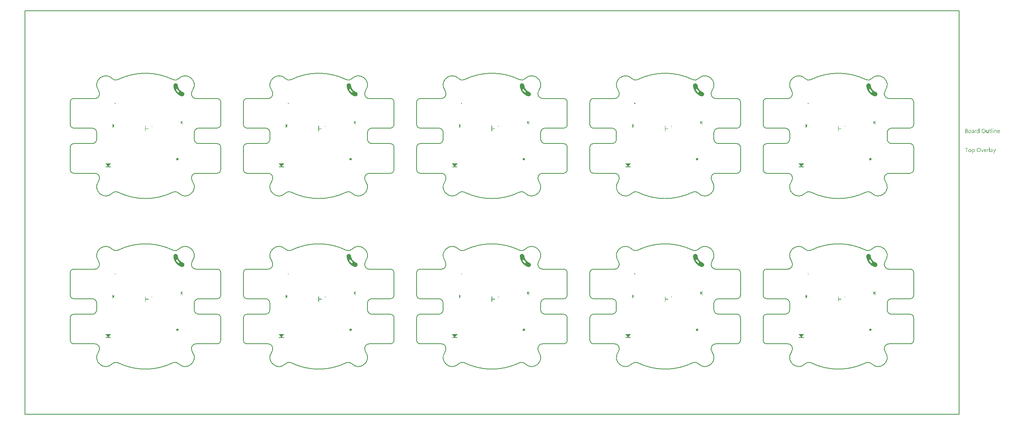
<source format=gto>
G04*
G04 #@! TF.GenerationSoftware,Altium Limited,Altium Designer,21.8.1 (53)*
G04*
G04 Layer_Color=65535*
%FSAX25Y25*%
%MOIN*%
G70*
G04*
G04 #@! TF.SameCoordinates,1F37B80F-4F8A-41ED-B193-F68951B3532E*
G04*
G04*
G04 #@! TF.FilePolarity,Positive*
G04*
G01*
G75*
%ADD32C,0.01968*%
%ADD33C,0.00787*%
%ADD45C,0.00591*%
%ADD46C,0.00394*%
G36*
X0712925Y0268025D02*
X0713042Y0268014D01*
X0713158Y0267995D01*
X0713272Y0267969D01*
X0713385Y0267936D01*
X0713495Y0267897D01*
X0713603Y0267851D01*
X0713708Y0267798D01*
X0713810Y0267740D01*
X0713908Y0267675D01*
X0714002Y0267604D01*
X0714091Y0267528D01*
X0714176Y0267447D01*
X0714256Y0267361D01*
X0714330Y0267270D01*
X0714398Y0267175D01*
X0714461Y0267075D01*
X0714518Y0266973D01*
X0714568Y0266866D01*
X0714612Y0266758D01*
X0714649Y0266646D01*
X0714680Y0266533D01*
X0714703Y0266418D01*
X0714720Y0266302D01*
X0714721Y0266285D01*
X0714721Y0266285D01*
X0714744Y0266086D01*
X0714777Y0265863D01*
X0714817Y0265640D01*
X0714865Y0265419D01*
X0714920Y0265199D01*
X0714982Y0264982D01*
X0715052Y0264766D01*
X0715128Y0264553D01*
X0715211Y0264342D01*
X0715301Y0264135D01*
X0715398Y0263930D01*
X0715501Y0263729D01*
X0715611Y0263531D01*
X0715728Y0263337D01*
X0715850Y0263147D01*
X0715979Y0262961D01*
X0716114Y0262779D01*
X0716254Y0262602D01*
X0716401Y0262429D01*
X0716553Y0262262D01*
X0716710Y0262099D01*
X0716873Y0261942D01*
X0717040Y0261790D01*
X0717213Y0261643D01*
X0717390Y0261503D01*
X0717572Y0261368D01*
X0717758Y0261239D01*
X0717948Y0261116D01*
X0718143Y0261000D01*
X0718340Y0260890D01*
X0718541Y0260787D01*
X0718746Y0260690D01*
X0718954Y0260600D01*
X0719161Y0260518D01*
X0719161Y0260518D01*
X0719183Y0260510D01*
X0719291Y0260464D01*
X0719396Y0260412D01*
X0719498Y0260353D01*
X0719596Y0260288D01*
X0719690Y0260218D01*
X0719779Y0260142D01*
X0719864Y0260060D01*
X0719944Y0259974D01*
X0720018Y0259883D01*
X0720086Y0259788D01*
X0720149Y0259689D01*
X0720206Y0259586D01*
X0720256Y0259480D01*
X0720300Y0259371D01*
X0720337Y0259260D01*
X0720368Y0259146D01*
X0720391Y0259031D01*
X0720408Y0258915D01*
X0720417Y0258798D01*
X0720419Y0258681D01*
X0720415Y0258563D01*
X0720403Y0258446D01*
X0720384Y0258330D01*
X0720358Y0258216D01*
X0720326Y0258103D01*
X0720286Y0257993D01*
X0720240Y0257885D01*
X0720188Y0257780D01*
X0720129Y0257678D01*
X0720064Y0257580D01*
X0719994Y0257486D01*
X0719918Y0257397D01*
X0719836Y0257312D01*
X0719750Y0257232D01*
X0719659Y0257158D01*
X0719564Y0257090D01*
X0719465Y0257027D01*
X0719362Y0256970D01*
X0719256Y0256920D01*
X0719147Y0256876D01*
X0719035Y0256839D01*
X0718922Y0256808D01*
X0718807Y0256785D01*
X0718691Y0256769D01*
X0718574Y0256759D01*
X0718457Y0256757D01*
X0718339Y0256762D01*
X0718222Y0256773D01*
X0718107Y0256792D01*
X0717992Y0256818D01*
X0717879Y0256851D01*
X0717791Y0256882D01*
X0717791Y0256882D01*
X0717648Y0256937D01*
X0717377Y0257047D01*
X0717109Y0257165D01*
X0716845Y0257291D01*
X0716584Y0257423D01*
X0716327Y0257562D01*
X0716073Y0257709D01*
X0715824Y0257861D01*
X0715579Y0258021D01*
X0715338Y0258188D01*
X0715102Y0258360D01*
X0714871Y0258540D01*
X0714645Y0258725D01*
X0714423Y0258916D01*
X0714207Y0259114D01*
X0713997Y0259317D01*
X0713792Y0259525D01*
X0713593Y0259740D01*
X0713399Y0259959D01*
X0713212Y0260184D01*
X0713031Y0260413D01*
X0712856Y0260648D01*
X0712687Y0260887D01*
X0712525Y0261131D01*
X0712370Y0261379D01*
X0712221Y0261631D01*
X0712080Y0261886D01*
X0711945Y0262146D01*
X0711817Y0262409D01*
X0711697Y0262676D01*
X0711584Y0262946D01*
X0711478Y0263218D01*
X0711380Y0263494D01*
X0711289Y0263772D01*
X0711205Y0264052D01*
X0711130Y0264335D01*
X0711062Y0264619D01*
X0711001Y0264906D01*
X0710949Y0265194D01*
X0710904Y0265482D01*
X0710867Y0265773D01*
X0710856Y0265889D01*
X0710855Y0265889D01*
X0710847Y0265989D01*
X0710845Y0266106D01*
X0710850Y0266224D01*
X0710861Y0266340D01*
X0710880Y0266456D01*
X0710906Y0266571D01*
X0710939Y0266684D01*
X0710978Y0266794D01*
X0711024Y0266902D01*
X0711076Y0267007D01*
X0711135Y0267109D01*
X0711200Y0267207D01*
X0711270Y0267301D01*
X0711346Y0267390D01*
X0711428Y0267475D01*
X0711514Y0267554D01*
X0711605Y0267629D01*
X0711700Y0267697D01*
X0711799Y0267760D01*
X0711902Y0267817D01*
X0712008Y0267867D01*
X0712117Y0267911D01*
X0712229Y0267948D01*
X0712342Y0267978D01*
X0712457Y0268002D01*
X0712573Y0268018D01*
X0712690Y0268028D01*
X0712808Y0268030D01*
X0712925Y0268025D01*
D02*
G37*
G36*
X0562527D02*
X0562644Y0268014D01*
X0562760Y0267995D01*
X0562875Y0267969D01*
X0562987Y0267936D01*
X0563098Y0267897D01*
X0563206Y0267851D01*
X0563311Y0267798D01*
X0563413Y0267740D01*
X0563511Y0267675D01*
X0563604Y0267604D01*
X0563694Y0267528D01*
X0563778Y0267447D01*
X0563858Y0267361D01*
X0563932Y0267270D01*
X0564001Y0267175D01*
X0564064Y0267075D01*
X0564120Y0266973D01*
X0564171Y0266866D01*
X0564214Y0266758D01*
X0564252Y0266646D01*
X0564282Y0266533D01*
X0564305Y0266418D01*
X0564322Y0266302D01*
X0564323Y0266285D01*
X0564323Y0266285D01*
X0564346Y0266086D01*
X0564379Y0265863D01*
X0564420Y0265640D01*
X0564468Y0265419D01*
X0564523Y0265199D01*
X0564585Y0264982D01*
X0564654Y0264766D01*
X0564730Y0264553D01*
X0564813Y0264342D01*
X0564903Y0264135D01*
X0565000Y0263930D01*
X0565103Y0263729D01*
X0565213Y0263531D01*
X0565330Y0263337D01*
X0565452Y0263147D01*
X0565581Y0262961D01*
X0565716Y0262779D01*
X0565857Y0262602D01*
X0566003Y0262429D01*
X0566155Y0262262D01*
X0566313Y0262099D01*
X0566475Y0261942D01*
X0566643Y0261790D01*
X0566815Y0261643D01*
X0566993Y0261503D01*
X0567174Y0261368D01*
X0567360Y0261239D01*
X0567551Y0261116D01*
X0567745Y0261000D01*
X0567943Y0260890D01*
X0568144Y0260787D01*
X0568349Y0260690D01*
X0568556Y0260600D01*
X0568764Y0260518D01*
X0568764Y0260518D01*
X0568786Y0260510D01*
X0568894Y0260464D01*
X0568999Y0260412D01*
X0569101Y0260353D01*
X0569199Y0260288D01*
X0569292Y0260218D01*
X0569382Y0260142D01*
X0569466Y0260060D01*
X0569546Y0259974D01*
X0569620Y0259883D01*
X0569689Y0259788D01*
X0569752Y0259689D01*
X0569808Y0259586D01*
X0569859Y0259480D01*
X0569902Y0259371D01*
X0569940Y0259260D01*
X0569970Y0259146D01*
X0569993Y0259031D01*
X0570010Y0258915D01*
X0570019Y0258798D01*
X0570022Y0258681D01*
X0570017Y0258563D01*
X0570005Y0258446D01*
X0569986Y0258330D01*
X0569961Y0258216D01*
X0569928Y0258103D01*
X0569888Y0257993D01*
X0569842Y0257885D01*
X0569790Y0257780D01*
X0569731Y0257678D01*
X0569667Y0257580D01*
X0569596Y0257486D01*
X0569520Y0257397D01*
X0569439Y0257312D01*
X0569352Y0257232D01*
X0569262Y0257158D01*
X0569166Y0257090D01*
X0569067Y0257027D01*
X0568964Y0256970D01*
X0568858Y0256920D01*
X0568749Y0256876D01*
X0568638Y0256839D01*
X0568525Y0256808D01*
X0568409Y0256785D01*
X0568293Y0256769D01*
X0568176Y0256759D01*
X0568059Y0256757D01*
X0567942Y0256762D01*
X0567825Y0256773D01*
X0567709Y0256792D01*
X0567594Y0256818D01*
X0567482Y0256851D01*
X0567393Y0256882D01*
X0567393Y0256882D01*
X0567250Y0256937D01*
X0566979Y0257047D01*
X0566711Y0257165D01*
X0566447Y0257291D01*
X0566186Y0257423D01*
X0565929Y0257562D01*
X0565676Y0257709D01*
X0565426Y0257861D01*
X0565181Y0258021D01*
X0564941Y0258188D01*
X0564705Y0258360D01*
X0564473Y0258540D01*
X0564247Y0258725D01*
X0564026Y0258916D01*
X0563810Y0259114D01*
X0563599Y0259317D01*
X0563394Y0259525D01*
X0563195Y0259740D01*
X0563002Y0259959D01*
X0562814Y0260184D01*
X0562633Y0260413D01*
X0562458Y0260648D01*
X0562290Y0260887D01*
X0562128Y0261131D01*
X0561972Y0261379D01*
X0561824Y0261631D01*
X0561682Y0261886D01*
X0561547Y0262146D01*
X0561420Y0262409D01*
X0561299Y0262676D01*
X0561186Y0262946D01*
X0561080Y0263218D01*
X0560982Y0263494D01*
X0560891Y0263772D01*
X0560808Y0264052D01*
X0560732Y0264335D01*
X0560664Y0264619D01*
X0560604Y0264906D01*
X0560551Y0265194D01*
X0560506Y0265482D01*
X0560470Y0265773D01*
X0560458Y0265889D01*
X0560458Y0265889D01*
X0560450Y0265989D01*
X0560447Y0266106D01*
X0560452Y0266224D01*
X0560464Y0266340D01*
X0560483Y0266456D01*
X0560508Y0266571D01*
X0560541Y0266684D01*
X0560580Y0266794D01*
X0560626Y0266902D01*
X0560679Y0267007D01*
X0560738Y0267109D01*
X0560802Y0267207D01*
X0560873Y0267301D01*
X0560949Y0267390D01*
X0561030Y0267475D01*
X0561116Y0267554D01*
X0561207Y0267629D01*
X0561303Y0267697D01*
X0561402Y0267760D01*
X0561505Y0267817D01*
X0561611Y0267867D01*
X0561720Y0267911D01*
X0561831Y0267948D01*
X0561944Y0267978D01*
X0562059Y0268002D01*
X0562176Y0268018D01*
X0562293Y0268028D01*
X0562410Y0268030D01*
X0562527Y0268025D01*
D02*
G37*
G36*
X0412130D02*
X0412247Y0268014D01*
X0412362Y0267995D01*
X0412477Y0267969D01*
X0412590Y0267936D01*
X0412700Y0267897D01*
X0412808Y0267851D01*
X0412913Y0267798D01*
X0413015Y0267740D01*
X0413113Y0267675D01*
X0413207Y0267604D01*
X0413296Y0267528D01*
X0413381Y0267447D01*
X0413460Y0267361D01*
X0413535Y0267270D01*
X0413603Y0267175D01*
X0413666Y0267075D01*
X0413723Y0266973D01*
X0413773Y0266866D01*
X0413817Y0266758D01*
X0413854Y0266646D01*
X0413884Y0266533D01*
X0413908Y0266418D01*
X0413924Y0266302D01*
X0413926Y0266285D01*
X0413926Y0266285D01*
X0413948Y0266086D01*
X0413982Y0265863D01*
X0414022Y0265640D01*
X0414070Y0265419D01*
X0414125Y0265199D01*
X0414187Y0264982D01*
X0414256Y0264766D01*
X0414332Y0264553D01*
X0414416Y0264342D01*
X0414506Y0264135D01*
X0414603Y0263930D01*
X0414706Y0263729D01*
X0414816Y0263531D01*
X0414932Y0263337D01*
X0415055Y0263147D01*
X0415184Y0262961D01*
X0415318Y0262779D01*
X0415459Y0262602D01*
X0415605Y0262429D01*
X0415758Y0262262D01*
X0415915Y0262099D01*
X0416078Y0261942D01*
X0416245Y0261790D01*
X0416418Y0261643D01*
X0416595Y0261503D01*
X0416777Y0261368D01*
X0416963Y0261239D01*
X0417153Y0261116D01*
X0417347Y0261000D01*
X0417545Y0260890D01*
X0417746Y0260787D01*
X0417951Y0260690D01*
X0418158Y0260600D01*
X0418366Y0260518D01*
X0418366Y0260518D01*
X0418388Y0260510D01*
X0418496Y0260464D01*
X0418601Y0260412D01*
X0418703Y0260353D01*
X0418801Y0260288D01*
X0418895Y0260218D01*
X0418984Y0260142D01*
X0419069Y0260060D01*
X0419148Y0259974D01*
X0419223Y0259883D01*
X0419291Y0259788D01*
X0419354Y0259689D01*
X0419411Y0259586D01*
X0419461Y0259480D01*
X0419505Y0259371D01*
X0419542Y0259260D01*
X0419572Y0259146D01*
X0419596Y0259031D01*
X0419612Y0258915D01*
X0419622Y0258798D01*
X0419624Y0258681D01*
X0419619Y0258563D01*
X0419607Y0258446D01*
X0419589Y0258330D01*
X0419563Y0258216D01*
X0419530Y0258103D01*
X0419491Y0257993D01*
X0419445Y0257885D01*
X0419392Y0257780D01*
X0419334Y0257678D01*
X0419269Y0257580D01*
X0419199Y0257486D01*
X0419122Y0257397D01*
X0419041Y0257312D01*
X0418955Y0257232D01*
X0418864Y0257158D01*
X0418769Y0257090D01*
X0418669Y0257027D01*
X0418567Y0256970D01*
X0418461Y0256920D01*
X0418352Y0256876D01*
X0418240Y0256839D01*
X0418127Y0256808D01*
X0418012Y0256785D01*
X0417896Y0256769D01*
X0417779Y0256759D01*
X0417661Y0256757D01*
X0417544Y0256762D01*
X0417427Y0256773D01*
X0417311Y0256792D01*
X0417197Y0256818D01*
X0417084Y0256851D01*
X0416996Y0256882D01*
X0416996Y0256882D01*
X0416852Y0256937D01*
X0416581Y0257047D01*
X0416314Y0257165D01*
X0416049Y0257291D01*
X0415789Y0257423D01*
X0415531Y0257562D01*
X0415278Y0257709D01*
X0415029Y0257861D01*
X0414784Y0258021D01*
X0414543Y0258188D01*
X0414307Y0258360D01*
X0414076Y0258540D01*
X0413849Y0258725D01*
X0413628Y0258916D01*
X0413412Y0259114D01*
X0413202Y0259317D01*
X0412997Y0259525D01*
X0412797Y0259740D01*
X0412604Y0259959D01*
X0412417Y0260184D01*
X0412235Y0260413D01*
X0412060Y0260648D01*
X0411892Y0260887D01*
X0411730Y0261131D01*
X0411575Y0261379D01*
X0411426Y0261631D01*
X0411284Y0261886D01*
X0411150Y0262146D01*
X0411022Y0262409D01*
X0410902Y0262676D01*
X0410789Y0262946D01*
X0410683Y0263218D01*
X0410584Y0263494D01*
X0410493Y0263772D01*
X0410410Y0264052D01*
X0410334Y0264335D01*
X0410266Y0264619D01*
X0410206Y0264906D01*
X0410153Y0265194D01*
X0410109Y0265482D01*
X0410072Y0265773D01*
X0410060Y0265889D01*
X0410060Y0265889D01*
X0410052Y0265989D01*
X0410049Y0266106D01*
X0410054Y0266224D01*
X0410066Y0266340D01*
X0410085Y0266456D01*
X0410111Y0266571D01*
X0410143Y0266684D01*
X0410183Y0266794D01*
X0410229Y0266902D01*
X0410281Y0267007D01*
X0410340Y0267109D01*
X0410405Y0267207D01*
X0410475Y0267301D01*
X0410551Y0267390D01*
X0410633Y0267475D01*
X0410719Y0267554D01*
X0410810Y0267629D01*
X0410905Y0267697D01*
X0411004Y0267760D01*
X0411107Y0267817D01*
X0411213Y0267867D01*
X0411322Y0267911D01*
X0411433Y0267948D01*
X0411547Y0267978D01*
X0411662Y0268002D01*
X0411778Y0268018D01*
X0411895Y0268028D01*
X0412012Y0268030D01*
X0412130Y0268025D01*
D02*
G37*
G36*
X0261732D02*
X0261849Y0268014D01*
X0261965Y0267995D01*
X0262079Y0267969D01*
X0262192Y0267936D01*
X0262303Y0267897D01*
X0262411Y0267851D01*
X0262516Y0267798D01*
X0262617Y0267740D01*
X0262715Y0267675D01*
X0262809Y0267604D01*
X0262898Y0267528D01*
X0262983Y0267447D01*
X0263063Y0267361D01*
X0263137Y0267270D01*
X0263206Y0267175D01*
X0263268Y0267075D01*
X0263325Y0266973D01*
X0263375Y0266866D01*
X0263419Y0266758D01*
X0263456Y0266646D01*
X0263487Y0266533D01*
X0263510Y0266418D01*
X0263527Y0266302D01*
X0263528Y0266285D01*
X0263528Y0266285D01*
X0263551Y0266086D01*
X0263584Y0265863D01*
X0263625Y0265640D01*
X0263672Y0265419D01*
X0263727Y0265199D01*
X0263789Y0264982D01*
X0263859Y0264766D01*
X0263935Y0264553D01*
X0264018Y0264342D01*
X0264108Y0264135D01*
X0264205Y0263930D01*
X0264308Y0263729D01*
X0264418Y0263531D01*
X0264534Y0263337D01*
X0264657Y0263147D01*
X0264786Y0262961D01*
X0264921Y0262779D01*
X0265061Y0262602D01*
X0265208Y0262429D01*
X0265360Y0262262D01*
X0265517Y0262099D01*
X0265680Y0261942D01*
X0265847Y0261790D01*
X0266020Y0261643D01*
X0266197Y0261503D01*
X0266379Y0261368D01*
X0266565Y0261239D01*
X0266755Y0261116D01*
X0266950Y0261000D01*
X0267147Y0260890D01*
X0267349Y0260787D01*
X0267553Y0260690D01*
X0267761Y0260600D01*
X0267968Y0260518D01*
X0267968Y0260518D01*
X0267991Y0260510D01*
X0268098Y0260464D01*
X0268204Y0260412D01*
X0268305Y0260353D01*
X0268403Y0260288D01*
X0268497Y0260218D01*
X0268586Y0260142D01*
X0268671Y0260060D01*
X0268751Y0259974D01*
X0268825Y0259883D01*
X0268894Y0259788D01*
X0268956Y0259689D01*
X0269013Y0259586D01*
X0269063Y0259480D01*
X0269107Y0259371D01*
X0269144Y0259260D01*
X0269175Y0259146D01*
X0269198Y0259031D01*
X0269215Y0258915D01*
X0269224Y0258798D01*
X0269227Y0258681D01*
X0269222Y0258563D01*
X0269210Y0258446D01*
X0269191Y0258330D01*
X0269165Y0258216D01*
X0269133Y0258103D01*
X0269093Y0257993D01*
X0269047Y0257885D01*
X0268995Y0257780D01*
X0268936Y0257678D01*
X0268871Y0257580D01*
X0268801Y0257486D01*
X0268725Y0257397D01*
X0268643Y0257312D01*
X0268557Y0257232D01*
X0268466Y0257158D01*
X0268371Y0257090D01*
X0268272Y0257027D01*
X0268169Y0256970D01*
X0268063Y0256920D01*
X0267954Y0256876D01*
X0267843Y0256839D01*
X0267729Y0256808D01*
X0267614Y0256785D01*
X0267498Y0256769D01*
X0267381Y0256759D01*
X0267264Y0256757D01*
X0267146Y0256762D01*
X0267030Y0256773D01*
X0266914Y0256792D01*
X0266799Y0256818D01*
X0266686Y0256851D01*
X0266598Y0256882D01*
X0266598Y0256882D01*
X0266455Y0256937D01*
X0266184Y0257047D01*
X0265916Y0257165D01*
X0265652Y0257291D01*
X0265391Y0257423D01*
X0265134Y0257562D01*
X0264880Y0257709D01*
X0264631Y0257861D01*
X0264386Y0258021D01*
X0264145Y0258188D01*
X0263909Y0258360D01*
X0263678Y0258540D01*
X0263452Y0258725D01*
X0263230Y0258916D01*
X0263015Y0259114D01*
X0262804Y0259317D01*
X0262599Y0259525D01*
X0262400Y0259740D01*
X0262206Y0259959D01*
X0262019Y0260184D01*
X0261838Y0260413D01*
X0261663Y0260648D01*
X0261494Y0260887D01*
X0261332Y0261131D01*
X0261177Y0261379D01*
X0261029Y0261631D01*
X0260887Y0261886D01*
X0260752Y0262146D01*
X0260625Y0262409D01*
X0260504Y0262676D01*
X0260391Y0262946D01*
X0260285Y0263218D01*
X0260187Y0263494D01*
X0260096Y0263772D01*
X0260013Y0264052D01*
X0259937Y0264335D01*
X0259869Y0264619D01*
X0259808Y0264906D01*
X0259756Y0265194D01*
X0259711Y0265482D01*
X0259674Y0265773D01*
X0259663Y0265889D01*
X0259662Y0265889D01*
X0259654Y0265989D01*
X0259652Y0266106D01*
X0259657Y0266224D01*
X0259668Y0266340D01*
X0259687Y0266456D01*
X0259713Y0266571D01*
X0259746Y0266684D01*
X0259785Y0266794D01*
X0259831Y0266902D01*
X0259884Y0267007D01*
X0259942Y0267109D01*
X0260007Y0267207D01*
X0260078Y0267301D01*
X0260154Y0267390D01*
X0260235Y0267475D01*
X0260321Y0267554D01*
X0260412Y0267629D01*
X0260507Y0267697D01*
X0260607Y0267760D01*
X0260709Y0267817D01*
X0260815Y0267867D01*
X0260924Y0267911D01*
X0261036Y0267948D01*
X0261149Y0267978D01*
X0261264Y0268002D01*
X0261380Y0268018D01*
X0261497Y0268028D01*
X0261615Y0268030D01*
X0261732Y0268025D01*
D02*
G37*
G36*
X0111334D02*
X0111451Y0268014D01*
X0111567Y0267995D01*
X0111682Y0267969D01*
X0111794Y0267936D01*
X0111905Y0267897D01*
X0112013Y0267851D01*
X0112118Y0267798D01*
X0112220Y0267740D01*
X0112318Y0267675D01*
X0112411Y0267604D01*
X0112501Y0267528D01*
X0112585Y0267447D01*
X0112665Y0267361D01*
X0112739Y0267270D01*
X0112808Y0267175D01*
X0112871Y0267075D01*
X0112927Y0266973D01*
X0112978Y0266866D01*
X0113022Y0266758D01*
X0113059Y0266646D01*
X0113089Y0266533D01*
X0113112Y0266418D01*
X0113129Y0266302D01*
X0113130Y0266285D01*
X0113130Y0266285D01*
X0113153Y0266086D01*
X0113186Y0265863D01*
X0113227Y0265640D01*
X0113275Y0265419D01*
X0113330Y0265199D01*
X0113392Y0264982D01*
X0113461Y0264766D01*
X0113537Y0264553D01*
X0113620Y0264342D01*
X0113710Y0264135D01*
X0113807Y0263930D01*
X0113911Y0263729D01*
X0114021Y0263531D01*
X0114137Y0263337D01*
X0114260Y0263147D01*
X0114388Y0262961D01*
X0114523Y0262779D01*
X0114664Y0262602D01*
X0114810Y0262429D01*
X0114962Y0262262D01*
X0115120Y0262099D01*
X0115282Y0261942D01*
X0115450Y0261790D01*
X0115622Y0261643D01*
X0115800Y0261503D01*
X0115981Y0261368D01*
X0116168Y0261239D01*
X0116358Y0261116D01*
X0116552Y0261000D01*
X0116750Y0260890D01*
X0116951Y0260787D01*
X0117156Y0260690D01*
X0117363Y0260600D01*
X0117571Y0260518D01*
X0117571Y0260518D01*
X0117593Y0260510D01*
X0117701Y0260464D01*
X0117806Y0260412D01*
X0117908Y0260353D01*
X0118006Y0260288D01*
X0118099Y0260218D01*
X0118189Y0260142D01*
X0118273Y0260060D01*
X0118353Y0259974D01*
X0118427Y0259883D01*
X0118496Y0259788D01*
X0118559Y0259689D01*
X0118615Y0259586D01*
X0118666Y0259480D01*
X0118710Y0259371D01*
X0118747Y0259260D01*
X0118777Y0259146D01*
X0118800Y0259031D01*
X0118817Y0258915D01*
X0118826Y0258798D01*
X0118829Y0258681D01*
X0118824Y0258563D01*
X0118812Y0258446D01*
X0118793Y0258330D01*
X0118768Y0258216D01*
X0118735Y0258103D01*
X0118696Y0257993D01*
X0118650Y0257885D01*
X0118597Y0257780D01*
X0118538Y0257678D01*
X0118474Y0257580D01*
X0118403Y0257486D01*
X0118327Y0257397D01*
X0118246Y0257312D01*
X0118159Y0257232D01*
X0118069Y0257158D01*
X0117973Y0257090D01*
X0117874Y0257027D01*
X0117771Y0256970D01*
X0117665Y0256920D01*
X0117556Y0256876D01*
X0117445Y0256839D01*
X0117332Y0256808D01*
X0117217Y0256785D01*
X0117100Y0256769D01*
X0116983Y0256759D01*
X0116866Y0256757D01*
X0116749Y0256762D01*
X0116632Y0256773D01*
X0116516Y0256792D01*
X0116402Y0256818D01*
X0116289Y0256851D01*
X0116200Y0256882D01*
X0116200Y0256882D01*
X0116057Y0256937D01*
X0115786Y0257047D01*
X0115518Y0257165D01*
X0115254Y0257291D01*
X0114993Y0257423D01*
X0114736Y0257562D01*
X0114483Y0257709D01*
X0114233Y0257861D01*
X0113988Y0258021D01*
X0113748Y0258188D01*
X0113512Y0258360D01*
X0113280Y0258540D01*
X0113054Y0258725D01*
X0112833Y0258916D01*
X0112617Y0259114D01*
X0112406Y0259317D01*
X0112201Y0259525D01*
X0112002Y0259740D01*
X0111809Y0259959D01*
X0111621Y0260184D01*
X0111440Y0260413D01*
X0111265Y0260648D01*
X0111097Y0260887D01*
X0110935Y0261131D01*
X0110779Y0261379D01*
X0110631Y0261631D01*
X0110489Y0261886D01*
X0110354Y0262146D01*
X0110227Y0262409D01*
X0110107Y0262676D01*
X0109993Y0262946D01*
X0109887Y0263218D01*
X0109789Y0263494D01*
X0109698Y0263772D01*
X0109615Y0264052D01*
X0109539Y0264335D01*
X0109471Y0264619D01*
X0109411Y0264906D01*
X0109358Y0265194D01*
X0109313Y0265482D01*
X0109277Y0265773D01*
X0109265Y0265889D01*
X0109265Y0265889D01*
X0109257Y0265989D01*
X0109254Y0266106D01*
X0109259Y0266224D01*
X0109271Y0266340D01*
X0109290Y0266456D01*
X0109315Y0266571D01*
X0109348Y0266684D01*
X0109387Y0266794D01*
X0109433Y0266902D01*
X0109486Y0267007D01*
X0109545Y0267109D01*
X0109609Y0267207D01*
X0109680Y0267301D01*
X0109756Y0267390D01*
X0109837Y0267475D01*
X0109924Y0267554D01*
X0110014Y0267629D01*
X0110110Y0267697D01*
X0110209Y0267760D01*
X0110312Y0267817D01*
X0110418Y0267867D01*
X0110527Y0267911D01*
X0110638Y0267948D01*
X0110751Y0267978D01*
X0110866Y0268002D01*
X0110983Y0268018D01*
X0111100Y0268028D01*
X0111217Y0268030D01*
X0111334Y0268025D01*
D02*
G37*
G36*
X0660650Y0250685D02*
Y0250242D01*
X0659961D01*
Y0251374D01*
X0660650Y0250685D01*
D02*
G37*
G36*
X0510252D02*
Y0250242D01*
X0509563D01*
Y0251374D01*
X0510252Y0250685D01*
D02*
G37*
G36*
X0359854D02*
Y0250242D01*
X0359165D01*
Y0251374D01*
X0359854Y0250685D01*
D02*
G37*
G36*
X0209457D02*
Y0250242D01*
X0208768D01*
Y0251374D01*
X0209457Y0250685D01*
D02*
G37*
G36*
X0059059D02*
Y0250242D01*
X0058370D01*
Y0251374D01*
X0059059Y0250685D01*
D02*
G37*
G36*
X0718425Y0233991D02*
X0717244Y0232417D01*
Y0235566D01*
X0718425Y0233991D01*
D02*
G37*
G36*
X0568028D02*
X0566847Y0232417D01*
Y0235566D01*
X0568028Y0233991D01*
D02*
G37*
G36*
X0417630D02*
X0416449Y0232417D01*
Y0235566D01*
X0417630Y0233991D01*
D02*
G37*
G36*
X0267232D02*
X0266051Y0232417D01*
Y0235566D01*
X0267232Y0233991D01*
D02*
G37*
G36*
X0116835D02*
X0115654Y0232417D01*
Y0235566D01*
X0116835Y0233991D01*
D02*
G37*
G36*
X0659272Y0229572D02*
X0658090Y0231147D01*
X0659272Y0232722D01*
Y0229572D01*
D02*
G37*
G36*
X0508874D02*
X0507693Y0231147D01*
X0508874Y0232722D01*
Y0229572D01*
D02*
G37*
G36*
X0358476D02*
X0357295Y0231147D01*
X0358476Y0232722D01*
Y0229572D01*
D02*
G37*
G36*
X0208079D02*
X0206898Y0231147D01*
X0208079Y0232722D01*
Y0229572D01*
D02*
G37*
G36*
X0057681D02*
X0056500Y0231147D01*
X0057681Y0232722D01*
Y0229572D01*
D02*
G37*
G36*
X0820961Y0228622D02*
X0820986D01*
X0821041Y0228597D01*
X0821072Y0228578D01*
X0821103Y0228554D01*
X0821110Y0228548D01*
X0821116Y0228541D01*
X0821147Y0228504D01*
X0821171Y0228442D01*
X0821178Y0228405D01*
X0821184Y0228368D01*
Y0228362D01*
Y0228349D01*
X0821178Y0228331D01*
X0821171Y0228306D01*
X0821153Y0228244D01*
X0821128Y0228213D01*
X0821103Y0228182D01*
X0821097D01*
X0821091Y0228170D01*
X0821054Y0228145D01*
X0820998Y0228120D01*
X0820961Y0228114D01*
X0820924Y0228108D01*
X0820905D01*
X0820887Y0228114D01*
X0820862D01*
X0820800Y0228139D01*
X0820769Y0228151D01*
X0820738Y0228176D01*
Y0228182D01*
X0820726Y0228188D01*
X0820714Y0228207D01*
X0820701Y0228226D01*
X0820676Y0228288D01*
X0820670Y0228325D01*
X0820664Y0228368D01*
Y0228374D01*
Y0228387D01*
X0820670Y0228405D01*
X0820676Y0228436D01*
X0820695Y0228492D01*
X0820714Y0228523D01*
X0820738Y0228554D01*
X0820744Y0228560D01*
X0820751Y0228566D01*
X0820788Y0228591D01*
X0820850Y0228616D01*
X0820887Y0228628D01*
X0820942D01*
X0820961Y0228622D01*
D02*
G37*
G36*
X0808971Y0224957D02*
X0808569D01*
Y0225378D01*
X0808556D01*
Y0225372D01*
X0808544Y0225360D01*
X0808525Y0225335D01*
X0808507Y0225304D01*
X0808476Y0225267D01*
X0808439Y0225230D01*
X0808395Y0225186D01*
X0808346Y0225143D01*
X0808290Y0225094D01*
X0808222Y0225050D01*
X0808154Y0225013D01*
X0808074Y0224976D01*
X0807993Y0224945D01*
X0807900Y0224920D01*
X0807801Y0224908D01*
X0807696Y0224902D01*
X0807652D01*
X0807615Y0224908D01*
X0807578Y0224914D01*
X0807529Y0224920D01*
X0807423Y0224945D01*
X0807300Y0224982D01*
X0807176Y0225044D01*
X0807108Y0225081D01*
X0807052Y0225124D01*
X0806990Y0225180D01*
X0806935Y0225236D01*
Y0225242D01*
X0806922Y0225254D01*
X0806910Y0225273D01*
X0806891Y0225298D01*
X0806873Y0225329D01*
X0806848Y0225372D01*
X0806823Y0225422D01*
X0806798Y0225477D01*
X0806767Y0225539D01*
X0806743Y0225607D01*
X0806718Y0225681D01*
X0806699Y0225762D01*
X0806681Y0225849D01*
X0806668Y0225948D01*
X0806662Y0226047D01*
X0806656Y0226152D01*
Y0226158D01*
Y0226177D01*
Y0226214D01*
X0806662Y0226257D01*
X0806668Y0226307D01*
X0806674Y0226369D01*
X0806681Y0226437D01*
X0806693Y0226511D01*
X0806730Y0226672D01*
X0806786Y0226839D01*
X0806823Y0226920D01*
X0806866Y0227000D01*
X0806910Y0227074D01*
X0806966Y0227149D01*
X0806972Y0227155D01*
X0806978Y0227167D01*
X0806996Y0227186D01*
X0807021Y0227210D01*
X0807052Y0227235D01*
X0807095Y0227266D01*
X0807139Y0227303D01*
X0807188Y0227341D01*
X0807312Y0227409D01*
X0807454Y0227470D01*
X0807535Y0227489D01*
X0807622Y0227508D01*
X0807708Y0227520D01*
X0807807Y0227526D01*
X0807857D01*
X0807894Y0227520D01*
X0807931Y0227514D01*
X0807981Y0227508D01*
X0808092Y0227477D01*
X0808216Y0227427D01*
X0808278Y0227396D01*
X0808340Y0227353D01*
X0808401Y0227309D01*
X0808457Y0227254D01*
X0808507Y0227192D01*
X0808556Y0227118D01*
X0808569D01*
Y0228678D01*
X0808971D01*
Y0224957D01*
D02*
G37*
G36*
X0823239Y0227520D02*
X0823313Y0227514D01*
X0823406Y0227495D01*
X0823505Y0227464D01*
X0823610Y0227415D01*
X0823716Y0227347D01*
X0823759Y0227309D01*
X0823802Y0227260D01*
X0823815Y0227248D01*
X0823839Y0227210D01*
X0823870Y0227149D01*
X0823914Y0227062D01*
X0823951Y0226957D01*
X0823988Y0226827D01*
X0824013Y0226672D01*
X0824019Y0226492D01*
Y0224957D01*
X0823617D01*
Y0226387D01*
Y0226393D01*
Y0226424D01*
X0823610Y0226462D01*
Y0226511D01*
X0823598Y0226573D01*
X0823586Y0226641D01*
X0823567Y0226715D01*
X0823542Y0226789D01*
X0823511Y0226864D01*
X0823474Y0226932D01*
X0823425Y0227000D01*
X0823369Y0227062D01*
X0823307Y0227111D01*
X0823227Y0227149D01*
X0823140Y0227180D01*
X0823035Y0227186D01*
X0823022D01*
X0822985Y0227180D01*
X0822929Y0227173D01*
X0822861Y0227155D01*
X0822781Y0227130D01*
X0822694Y0227087D01*
X0822614Y0227031D01*
X0822533Y0226957D01*
X0822527Y0226944D01*
X0822502Y0226920D01*
X0822471Y0226870D01*
X0822434Y0226802D01*
X0822397Y0226722D01*
X0822366Y0226622D01*
X0822341Y0226511D01*
X0822335Y0226387D01*
Y0224957D01*
X0821933D01*
Y0227470D01*
X0822335D01*
Y0227049D01*
X0822348D01*
X0822354Y0227056D01*
X0822360Y0227068D01*
X0822379Y0227093D01*
X0822403Y0227124D01*
X0822428Y0227161D01*
X0822465Y0227198D01*
X0822509Y0227241D01*
X0822558Y0227291D01*
X0822614Y0227334D01*
X0822676Y0227378D01*
X0822744Y0227415D01*
X0822818Y0227452D01*
X0822892Y0227483D01*
X0822979Y0227508D01*
X0823072Y0227520D01*
X0823171Y0227526D01*
X0823208D01*
X0823239Y0227520D01*
D02*
G37*
G36*
X0806241Y0227508D02*
X0806316Y0227501D01*
X0806359Y0227489D01*
X0806390Y0227477D01*
Y0227062D01*
X0806384Y0227068D01*
X0806371Y0227074D01*
X0806347Y0227087D01*
X0806316Y0227105D01*
X0806272Y0227118D01*
X0806217Y0227130D01*
X0806155Y0227136D01*
X0806087Y0227142D01*
X0806074D01*
X0806043Y0227136D01*
X0805994Y0227130D01*
X0805938Y0227111D01*
X0805864Y0227080D01*
X0805796Y0227037D01*
X0805721Y0226975D01*
X0805653Y0226895D01*
X0805647Y0226882D01*
X0805628Y0226851D01*
X0805597Y0226796D01*
X0805567Y0226722D01*
X0805536Y0226629D01*
X0805505Y0226511D01*
X0805486Y0226381D01*
X0805480Y0226232D01*
Y0224957D01*
X0805077D01*
Y0227470D01*
X0805480D01*
Y0226951D01*
X0805492D01*
Y0226957D01*
X0805498Y0226963D01*
X0805511Y0226994D01*
X0805529Y0227043D01*
X0805560Y0227105D01*
X0805591Y0227167D01*
X0805641Y0227235D01*
X0805690Y0227303D01*
X0805752Y0227365D01*
X0805758Y0227371D01*
X0805783Y0227390D01*
X0805820Y0227415D01*
X0805870Y0227439D01*
X0805925Y0227464D01*
X0805994Y0227489D01*
X0806068Y0227508D01*
X0806148Y0227514D01*
X0806204D01*
X0806241Y0227508D01*
D02*
G37*
G36*
X0686831Y0228904D02*
X0689193D01*
Y0228510D01*
X0686831Y0228510D01*
X0686831Y0226345D01*
X0686339Y0226345D01*
Y0231069D01*
X0686831D01*
Y0228904D01*
D02*
G37*
G36*
X0536433D02*
X0538795D01*
Y0228510D01*
X0536433Y0228510D01*
X0536433Y0226345D01*
X0535941Y0226345D01*
Y0231069D01*
X0536433D01*
Y0228904D01*
D02*
G37*
G36*
X0386035D02*
X0388398D01*
Y0228510D01*
X0386035Y0228510D01*
X0386035Y0226345D01*
X0385543Y0226345D01*
Y0231069D01*
X0386035D01*
Y0228904D01*
D02*
G37*
G36*
X0235638D02*
X0238000D01*
Y0228510D01*
X0235638Y0228510D01*
X0235638Y0226345D01*
X0235146Y0226345D01*
Y0231069D01*
X0235638D01*
Y0228904D01*
D02*
G37*
G36*
X0085240D02*
X0087602D01*
Y0228510D01*
X0085240Y0228510D01*
X0085240Y0226345D01*
X0084748Y0226345D01*
Y0231069D01*
X0085240D01*
Y0228904D01*
D02*
G37*
G36*
X0816981Y0224957D02*
X0816578D01*
Y0225354D01*
X0816566D01*
Y0225347D01*
X0816554Y0225335D01*
X0816541Y0225310D01*
X0816517Y0225285D01*
X0816461Y0225211D01*
X0816374Y0225131D01*
X0816325Y0225087D01*
X0816269Y0225044D01*
X0816207Y0225007D01*
X0816133Y0224970D01*
X0816059Y0224945D01*
X0815978Y0224920D01*
X0815885Y0224908D01*
X0815792Y0224902D01*
X0815755D01*
X0815712Y0224908D01*
X0815650Y0224920D01*
X0815582Y0224933D01*
X0815508Y0224957D01*
X0815427Y0224988D01*
X0815347Y0225038D01*
X0815260Y0225094D01*
X0815180Y0225162D01*
X0815105Y0225248D01*
X0815037Y0225354D01*
X0814975Y0225471D01*
X0814932Y0225613D01*
X0814907Y0225781D01*
X0814895Y0225867D01*
Y0225966D01*
Y0227470D01*
X0815291D01*
Y0226028D01*
Y0226022D01*
Y0225997D01*
X0815297Y0225954D01*
X0815303Y0225904D01*
X0815310Y0225842D01*
X0815322Y0225781D01*
X0815341Y0225706D01*
X0815365Y0225632D01*
X0815402Y0225558D01*
X0815440Y0225490D01*
X0815489Y0225422D01*
X0815551Y0225360D01*
X0815619Y0225310D01*
X0815699Y0225273D01*
X0815799Y0225242D01*
X0815904Y0225236D01*
X0815916D01*
X0815953Y0225242D01*
X0816009Y0225248D01*
X0816071Y0225261D01*
X0816151Y0225292D01*
X0816232Y0225329D01*
X0816312Y0225378D01*
X0816387Y0225452D01*
X0816393Y0225465D01*
X0816418Y0225490D01*
X0816448Y0225539D01*
X0816486Y0225607D01*
X0816517Y0225688D01*
X0816548Y0225787D01*
X0816572Y0225898D01*
X0816578Y0226022D01*
Y0227470D01*
X0816981D01*
Y0224957D01*
D02*
G37*
G36*
X0821116D02*
X0820714D01*
Y0227470D01*
X0821116D01*
Y0224957D01*
D02*
G37*
G36*
X0819896D02*
X0819494D01*
Y0228678D01*
X0819896D01*
Y0224957D01*
D02*
G37*
G36*
X0803518Y0227520D02*
X0803573Y0227514D01*
X0803641Y0227495D01*
X0803716Y0227477D01*
X0803796Y0227446D01*
X0803883Y0227409D01*
X0803963Y0227359D01*
X0804044Y0227297D01*
X0804118Y0227223D01*
X0804186Y0227130D01*
X0804242Y0227025D01*
X0804285Y0226901D01*
X0804310Y0226759D01*
X0804322Y0226591D01*
Y0224957D01*
X0803920D01*
Y0225347D01*
X0803908D01*
Y0225341D01*
X0803895Y0225329D01*
X0803883Y0225304D01*
X0803858Y0225279D01*
X0803796Y0225205D01*
X0803716Y0225124D01*
X0803604Y0225044D01*
X0803474Y0224970D01*
X0803394Y0224945D01*
X0803313Y0224920D01*
X0803227Y0224908D01*
X0803134Y0224902D01*
X0803097D01*
X0803072Y0224908D01*
X0803004Y0224914D01*
X0802923Y0224926D01*
X0802824Y0224951D01*
X0802732Y0224982D01*
X0802633Y0225032D01*
X0802546Y0225094D01*
X0802540Y0225106D01*
X0802515Y0225131D01*
X0802478Y0225174D01*
X0802441Y0225236D01*
X0802403Y0225310D01*
X0802366Y0225397D01*
X0802341Y0225502D01*
X0802335Y0225620D01*
Y0225626D01*
Y0225651D01*
X0802341Y0225688D01*
X0802348Y0225731D01*
X0802360Y0225787D01*
X0802379Y0225849D01*
X0802403Y0225917D01*
X0802441Y0225985D01*
X0802484Y0226059D01*
X0802540Y0226133D01*
X0802608Y0226202D01*
X0802688Y0226263D01*
X0802781Y0226325D01*
X0802892Y0226375D01*
X0803016Y0226412D01*
X0803165Y0226443D01*
X0803920Y0226548D01*
Y0226554D01*
Y0226573D01*
X0803914Y0226610D01*
Y0226647D01*
X0803901Y0226697D01*
X0803895Y0226752D01*
X0803858Y0226870D01*
X0803827Y0226926D01*
X0803796Y0226981D01*
X0803753Y0227037D01*
X0803703Y0227087D01*
X0803641Y0227130D01*
X0803573Y0227161D01*
X0803493Y0227180D01*
X0803400Y0227186D01*
X0803357D01*
X0803326Y0227180D01*
X0803282D01*
X0803239Y0227167D01*
X0803128Y0227149D01*
X0803004Y0227111D01*
X0802868Y0227056D01*
X0802793Y0227019D01*
X0802725Y0226981D01*
X0802651Y0226932D01*
X0802583Y0226876D01*
Y0227291D01*
X0802589D01*
X0802602Y0227303D01*
X0802620Y0227316D01*
X0802651Y0227328D01*
X0802682Y0227347D01*
X0802725Y0227365D01*
X0802775Y0227384D01*
X0802831Y0227409D01*
X0802954Y0227452D01*
X0803103Y0227489D01*
X0803264Y0227514D01*
X0803437Y0227526D01*
X0803474D01*
X0803518Y0227520D01*
D02*
G37*
G36*
X0797829Y0228467D02*
X0797872D01*
X0797916Y0228461D01*
X0798015Y0228449D01*
X0798132Y0228417D01*
X0798256Y0228380D01*
X0798374Y0228325D01*
X0798479Y0228250D01*
X0798485D01*
X0798491Y0228238D01*
X0798522Y0228213D01*
X0798566Y0228164D01*
X0798615Y0228096D01*
X0798659Y0228009D01*
X0798702Y0227910D01*
X0798733Y0227799D01*
X0798745Y0227737D01*
Y0227668D01*
Y0227662D01*
Y0227656D01*
Y0227619D01*
X0798739Y0227563D01*
X0798727Y0227495D01*
X0798708Y0227409D01*
X0798677Y0227322D01*
X0798640Y0227235D01*
X0798584Y0227149D01*
X0798578Y0227136D01*
X0798553Y0227111D01*
X0798516Y0227074D01*
X0798467Y0227025D01*
X0798405Y0226975D01*
X0798330Y0226920D01*
X0798238Y0226876D01*
X0798139Y0226833D01*
Y0226827D01*
X0798157D01*
X0798176Y0226820D01*
X0798194Y0226814D01*
X0798262Y0226802D01*
X0798343Y0226777D01*
X0798429Y0226740D01*
X0798522Y0226697D01*
X0798615Y0226635D01*
X0798702Y0226554D01*
X0798714Y0226542D01*
X0798739Y0226511D01*
X0798770Y0226468D01*
X0798813Y0226400D01*
X0798850Y0226313D01*
X0798887Y0226214D01*
X0798912Y0226096D01*
X0798918Y0225966D01*
Y0225960D01*
Y0225948D01*
Y0225923D01*
X0798912Y0225892D01*
X0798906Y0225855D01*
X0798900Y0225812D01*
X0798875Y0225706D01*
X0798838Y0225589D01*
X0798782Y0225465D01*
X0798745Y0225409D01*
X0798702Y0225347D01*
X0798646Y0225292D01*
X0798590Y0225236D01*
X0798584D01*
X0798578Y0225223D01*
X0798559Y0225211D01*
X0798535Y0225192D01*
X0798504Y0225174D01*
X0798460Y0225149D01*
X0798368Y0225100D01*
X0798250Y0225044D01*
X0798114Y0225001D01*
X0797953Y0224970D01*
X0797872Y0224963D01*
X0797780Y0224957D01*
X0796752D01*
Y0228473D01*
X0797798D01*
X0797829Y0228467D01*
D02*
G37*
G36*
X0818324Y0227470D02*
X0818962D01*
Y0227124D01*
X0818324D01*
Y0225706D01*
Y0225694D01*
Y0225663D01*
X0818330Y0225620D01*
X0818336Y0225564D01*
X0818361Y0225446D01*
X0818380Y0225391D01*
X0818411Y0225347D01*
X0818417Y0225341D01*
X0818429Y0225329D01*
X0818448Y0225316D01*
X0818479Y0225298D01*
X0818516Y0225273D01*
X0818565Y0225261D01*
X0818627Y0225248D01*
X0818696Y0225242D01*
X0818720D01*
X0818751Y0225248D01*
X0818788Y0225254D01*
X0818875Y0225279D01*
X0818918Y0225298D01*
X0818962Y0225323D01*
Y0224976D01*
X0818956D01*
X0818937Y0224963D01*
X0818906Y0224957D01*
X0818863Y0224945D01*
X0818807Y0224933D01*
X0818745Y0224920D01*
X0818671Y0224914D01*
X0818584Y0224908D01*
X0818553D01*
X0818522Y0224914D01*
X0818479Y0224920D01*
X0818429Y0224933D01*
X0818374Y0224945D01*
X0818318Y0224970D01*
X0818256Y0225001D01*
X0818194Y0225038D01*
X0818132Y0225087D01*
X0818077Y0225143D01*
X0818027Y0225217D01*
X0817984Y0225298D01*
X0817953Y0225397D01*
X0817928Y0225508D01*
X0817922Y0225638D01*
Y0227124D01*
X0817495D01*
Y0227470D01*
X0817922D01*
Y0228083D01*
X0818324Y0228213D01*
Y0227470D01*
D02*
G37*
G36*
X0825851Y0227520D02*
X0825895Y0227514D01*
X0825938Y0227508D01*
X0826049Y0227489D01*
X0826173Y0227446D01*
X0826297Y0227390D01*
X0826359Y0227353D01*
X0826421Y0227309D01*
X0826476Y0227260D01*
X0826532Y0227204D01*
X0826538Y0227198D01*
X0826544Y0227192D01*
X0826557Y0227173D01*
X0826575Y0227149D01*
X0826594Y0227111D01*
X0826619Y0227074D01*
X0826643Y0227031D01*
X0826668Y0226975D01*
X0826693Y0226913D01*
X0826718Y0226851D01*
X0826742Y0226777D01*
X0826761Y0226697D01*
X0826780Y0226610D01*
X0826792Y0226523D01*
X0826804Y0226424D01*
Y0226319D01*
Y0226109D01*
X0825028D01*
Y0226102D01*
Y0226090D01*
Y0226072D01*
X0825034Y0226041D01*
X0825040Y0226003D01*
Y0225966D01*
X0825059Y0225867D01*
X0825090Y0225768D01*
X0825127Y0225657D01*
X0825183Y0225552D01*
X0825251Y0225459D01*
X0825263Y0225446D01*
X0825288Y0225422D01*
X0825337Y0225391D01*
X0825406Y0225347D01*
X0825492Y0225304D01*
X0825591Y0225273D01*
X0825709Y0225248D01*
X0825845Y0225236D01*
X0825888D01*
X0825919Y0225242D01*
X0825956D01*
X0826000Y0225248D01*
X0826105Y0225273D01*
X0826223Y0225304D01*
X0826353Y0225354D01*
X0826489Y0225422D01*
X0826557Y0225465D01*
X0826625Y0225514D01*
Y0225137D01*
X0826619D01*
X0826612Y0225124D01*
X0826594Y0225118D01*
X0826563Y0225100D01*
X0826532Y0225081D01*
X0826495Y0225062D01*
X0826445Y0225044D01*
X0826396Y0225019D01*
X0826334Y0224994D01*
X0826266Y0224976D01*
X0826117Y0224939D01*
X0825944Y0224914D01*
X0825752Y0224902D01*
X0825703D01*
X0825665Y0224908D01*
X0825622Y0224914D01*
X0825566Y0224920D01*
X0825449Y0224945D01*
X0825313Y0224982D01*
X0825176Y0225044D01*
X0825108Y0225087D01*
X0825040Y0225131D01*
X0824978Y0225180D01*
X0824916Y0225242D01*
X0824910Y0225248D01*
X0824904Y0225261D01*
X0824892Y0225279D01*
X0824867Y0225304D01*
X0824848Y0225341D01*
X0824824Y0225384D01*
X0824793Y0225434D01*
X0824768Y0225490D01*
X0824737Y0225552D01*
X0824712Y0225626D01*
X0824681Y0225706D01*
X0824663Y0225793D01*
X0824644Y0225886D01*
X0824625Y0225985D01*
X0824619Y0226090D01*
X0824613Y0226202D01*
Y0226208D01*
Y0226226D01*
Y0226257D01*
X0824619Y0226301D01*
X0824625Y0226350D01*
X0824632Y0226406D01*
X0824638Y0226474D01*
X0824656Y0226542D01*
X0824694Y0226691D01*
X0824749Y0226851D01*
X0824786Y0226932D01*
X0824836Y0227006D01*
X0824885Y0227087D01*
X0824941Y0227155D01*
X0824947Y0227161D01*
X0824960Y0227173D01*
X0824978Y0227192D01*
X0825003Y0227210D01*
X0825034Y0227241D01*
X0825071Y0227272D01*
X0825121Y0227303D01*
X0825170Y0227341D01*
X0825288Y0227409D01*
X0825430Y0227470D01*
X0825511Y0227489D01*
X0825591Y0227508D01*
X0825678Y0227520D01*
X0825771Y0227526D01*
X0825820D01*
X0825851Y0227520D01*
D02*
G37*
G36*
X0812809Y0228529D02*
X0812871Y0228523D01*
X0812945Y0228510D01*
X0813025Y0228492D01*
X0813112Y0228473D01*
X0813199Y0228449D01*
X0813298Y0228417D01*
X0813391Y0228374D01*
X0813490Y0228325D01*
X0813589Y0228269D01*
X0813682Y0228201D01*
X0813774Y0228127D01*
X0813861Y0228040D01*
X0813867Y0228034D01*
X0813880Y0228015D01*
X0813904Y0227990D01*
X0813929Y0227953D01*
X0813966Y0227904D01*
X0814003Y0227842D01*
X0814041Y0227774D01*
X0814084Y0227699D01*
X0814127Y0227607D01*
X0814164Y0227514D01*
X0814202Y0227409D01*
X0814239Y0227291D01*
X0814264Y0227173D01*
X0814288Y0227043D01*
X0814301Y0226901D01*
X0814307Y0226759D01*
Y0226746D01*
Y0226722D01*
Y0226678D01*
X0814301Y0226616D01*
X0814294Y0226542D01*
X0814282Y0226462D01*
X0814270Y0226369D01*
X0814251Y0226263D01*
X0814226Y0226158D01*
X0814195Y0226047D01*
X0814158Y0225935D01*
X0814115Y0225824D01*
X0814059Y0225706D01*
X0813997Y0225601D01*
X0813929Y0225496D01*
X0813849Y0225397D01*
X0813843Y0225391D01*
X0813830Y0225378D01*
X0813799Y0225354D01*
X0813768Y0225323D01*
X0813719Y0225279D01*
X0813663Y0225242D01*
X0813601Y0225192D01*
X0813527Y0225149D01*
X0813446Y0225106D01*
X0813354Y0225056D01*
X0813255Y0225019D01*
X0813143Y0224982D01*
X0813025Y0224945D01*
X0812902Y0224920D01*
X0812772Y0224908D01*
X0812629Y0224902D01*
X0812598D01*
X0812555Y0224908D01*
X0812506D01*
X0812444Y0224914D01*
X0812369Y0224926D01*
X0812289Y0224945D01*
X0812196Y0224963D01*
X0812103Y0224988D01*
X0812004Y0225019D01*
X0811905Y0225062D01*
X0811806Y0225106D01*
X0811707Y0225162D01*
X0811608Y0225230D01*
X0811515Y0225304D01*
X0811428Y0225391D01*
X0811422Y0225397D01*
X0811410Y0225415D01*
X0811385Y0225440D01*
X0811360Y0225477D01*
X0811323Y0225527D01*
X0811286Y0225589D01*
X0811249Y0225657D01*
X0811206Y0225737D01*
X0811162Y0225824D01*
X0811125Y0225917D01*
X0811088Y0226022D01*
X0811051Y0226140D01*
X0811026Y0226257D01*
X0811001Y0226387D01*
X0810989Y0226530D01*
X0810983Y0226672D01*
Y0226684D01*
Y0226709D01*
X0810989Y0226752D01*
Y0226814D01*
X0810995Y0226882D01*
X0811007Y0226969D01*
X0811020Y0227062D01*
X0811038Y0227161D01*
X0811063Y0227266D01*
X0811094Y0227378D01*
X0811131Y0227489D01*
X0811175Y0227600D01*
X0811230Y0227712D01*
X0811292Y0227823D01*
X0811360Y0227928D01*
X0811441Y0228028D01*
X0811447Y0228034D01*
X0811459Y0228052D01*
X0811490Y0228077D01*
X0811528Y0228108D01*
X0811571Y0228145D01*
X0811627Y0228188D01*
X0811695Y0228232D01*
X0811769Y0228281D01*
X0811856Y0228331D01*
X0811948Y0228374D01*
X0812047Y0228417D01*
X0812159Y0228455D01*
X0812283Y0228486D01*
X0812413Y0228517D01*
X0812549Y0228529D01*
X0812691Y0228535D01*
X0812759D01*
X0812809Y0228529D01*
D02*
G37*
G36*
X0800782Y0227520D02*
X0800825Y0227514D01*
X0800881Y0227508D01*
X0801005Y0227483D01*
X0801147Y0227439D01*
X0801289Y0227378D01*
X0801363Y0227341D01*
X0801432Y0227297D01*
X0801500Y0227241D01*
X0801562Y0227180D01*
X0801568Y0227173D01*
X0801574Y0227161D01*
X0801593Y0227142D01*
X0801611Y0227118D01*
X0801636Y0227080D01*
X0801661Y0227037D01*
X0801692Y0226988D01*
X0801723Y0226932D01*
X0801747Y0226864D01*
X0801778Y0226796D01*
X0801803Y0226715D01*
X0801828Y0226629D01*
X0801846Y0226536D01*
X0801865Y0226437D01*
X0801871Y0226331D01*
X0801877Y0226220D01*
Y0226214D01*
Y0226195D01*
Y0226164D01*
X0801871Y0226121D01*
X0801865Y0226072D01*
X0801859Y0226010D01*
X0801846Y0225948D01*
X0801834Y0225873D01*
X0801797Y0225725D01*
X0801735Y0225564D01*
X0801698Y0225483D01*
X0801648Y0225403D01*
X0801599Y0225329D01*
X0801537Y0225261D01*
X0801531Y0225254D01*
X0801518Y0225248D01*
X0801500Y0225230D01*
X0801475Y0225205D01*
X0801438Y0225180D01*
X0801401Y0225149D01*
X0801351Y0225112D01*
X0801295Y0225081D01*
X0801233Y0225050D01*
X0801165Y0225013D01*
X0801091Y0224982D01*
X0801011Y0224957D01*
X0800924Y0224933D01*
X0800831Y0224920D01*
X0800732Y0224908D01*
X0800627Y0224902D01*
X0800571D01*
X0800534Y0224908D01*
X0800491Y0224914D01*
X0800435Y0224920D01*
X0800373Y0224933D01*
X0800305Y0224945D01*
X0800163Y0224988D01*
X0800014Y0225050D01*
X0799940Y0225087D01*
X0799872Y0225137D01*
X0799804Y0225186D01*
X0799735Y0225248D01*
X0799729Y0225254D01*
X0799723Y0225267D01*
X0799705Y0225285D01*
X0799686Y0225310D01*
X0799661Y0225347D01*
X0799630Y0225391D01*
X0799599Y0225440D01*
X0799575Y0225496D01*
X0799544Y0225564D01*
X0799513Y0225632D01*
X0799482Y0225706D01*
X0799457Y0225793D01*
X0799420Y0225979D01*
X0799414Y0226078D01*
X0799407Y0226183D01*
Y0226189D01*
Y0226214D01*
Y0226245D01*
X0799414Y0226288D01*
X0799420Y0226338D01*
X0799426Y0226400D01*
X0799438Y0226468D01*
X0799451Y0226542D01*
X0799488Y0226703D01*
X0799550Y0226864D01*
X0799593Y0226944D01*
X0799637Y0227025D01*
X0799686Y0227099D01*
X0799748Y0227167D01*
X0799754Y0227173D01*
X0799766Y0227186D01*
X0799785Y0227198D01*
X0799810Y0227223D01*
X0799847Y0227248D01*
X0799890Y0227278D01*
X0799940Y0227316D01*
X0799996Y0227347D01*
X0800057Y0227378D01*
X0800132Y0227415D01*
X0800206Y0227446D01*
X0800293Y0227470D01*
X0800379Y0227495D01*
X0800478Y0227514D01*
X0800584Y0227520D01*
X0800689Y0227526D01*
X0800745D01*
X0800782Y0227520D01*
D02*
G37*
G36*
X0803994Y0210930D02*
X0804038Y0210924D01*
X0804081Y0210918D01*
X0804192Y0210893D01*
X0804316Y0210856D01*
X0804440Y0210794D01*
X0804502Y0210757D01*
X0804564Y0210707D01*
X0804619Y0210658D01*
X0804675Y0210596D01*
X0804681Y0210590D01*
X0804688Y0210583D01*
X0804700Y0210559D01*
X0804718Y0210534D01*
X0804737Y0210503D01*
X0804762Y0210460D01*
X0804787Y0210410D01*
X0804811Y0210361D01*
X0804836Y0210299D01*
X0804861Y0210230D01*
X0804886Y0210156D01*
X0804904Y0210076D01*
X0804935Y0209896D01*
X0804947Y0209797D01*
Y0209692D01*
Y0209686D01*
Y0209667D01*
Y0209630D01*
X0804941Y0209587D01*
Y0209537D01*
X0804929Y0209475D01*
X0804923Y0209407D01*
X0804910Y0209333D01*
X0804873Y0209172D01*
X0804817Y0209005D01*
X0804780Y0208924D01*
X0804743Y0208844D01*
X0804694Y0208764D01*
X0804638Y0208689D01*
X0804632Y0208683D01*
X0804626Y0208671D01*
X0804607Y0208652D01*
X0804582Y0208633D01*
X0804551Y0208603D01*
X0804514Y0208572D01*
X0804471Y0208535D01*
X0804421Y0208504D01*
X0804366Y0208466D01*
X0804304Y0208429D01*
X0804155Y0208373D01*
X0804075Y0208349D01*
X0803994Y0208330D01*
X0803901Y0208318D01*
X0803802Y0208312D01*
X0803753D01*
X0803722Y0208318D01*
X0803679Y0208324D01*
X0803635Y0208336D01*
X0803524Y0208361D01*
X0803406Y0208411D01*
X0803338Y0208448D01*
X0803276Y0208485D01*
X0803214Y0208535D01*
X0803159Y0208590D01*
X0803097Y0208652D01*
X0803047Y0208726D01*
X0803035D01*
Y0207216D01*
X0802633D01*
Y0210880D01*
X0803035D01*
Y0210435D01*
X0803047D01*
X0803053Y0210441D01*
X0803060Y0210460D01*
X0803078Y0210484D01*
X0803103Y0210515D01*
X0803134Y0210552D01*
X0803171Y0210596D01*
X0803214Y0210639D01*
X0803270Y0210689D01*
X0803326Y0210732D01*
X0803388Y0210775D01*
X0803462Y0210819D01*
X0803536Y0210856D01*
X0803623Y0210893D01*
X0803716Y0210918D01*
X0803809Y0210930D01*
X0803914Y0210936D01*
X0803963D01*
X0803994Y0210930D01*
D02*
G37*
G36*
X0816950Y0210918D02*
X0817024Y0210911D01*
X0817068Y0210899D01*
X0817099Y0210887D01*
Y0210472D01*
X0817092Y0210478D01*
X0817080Y0210484D01*
X0817055Y0210497D01*
X0817024Y0210515D01*
X0816981Y0210528D01*
X0816925Y0210540D01*
X0816863Y0210546D01*
X0816795Y0210552D01*
X0816783D01*
X0816752Y0210546D01*
X0816702Y0210540D01*
X0816647Y0210522D01*
X0816572Y0210490D01*
X0816504Y0210447D01*
X0816430Y0210385D01*
X0816362Y0210305D01*
X0816356Y0210292D01*
X0816337Y0210262D01*
X0816306Y0210206D01*
X0816275Y0210132D01*
X0816244Y0210039D01*
X0816213Y0209921D01*
X0816195Y0209791D01*
X0816189Y0209643D01*
Y0208367D01*
X0815786D01*
Y0210880D01*
X0816189D01*
Y0210361D01*
X0816201D01*
Y0210367D01*
X0816207Y0210373D01*
X0816220Y0210404D01*
X0816238Y0210453D01*
X0816269Y0210515D01*
X0816300Y0210577D01*
X0816350Y0210645D01*
X0816399Y0210713D01*
X0816461Y0210775D01*
X0816467Y0210781D01*
X0816492Y0210800D01*
X0816529Y0210825D01*
X0816578Y0210849D01*
X0816634Y0210874D01*
X0816702Y0210899D01*
X0816777Y0210918D01*
X0816857Y0210924D01*
X0816913D01*
X0816950Y0210918D01*
D02*
G37*
G36*
X0822156Y0207965D02*
X0822149Y0207959D01*
X0822143Y0207934D01*
X0822125Y0207891D01*
X0822100Y0207841D01*
X0822069Y0207786D01*
X0822026Y0207717D01*
X0821982Y0207649D01*
X0821933Y0207575D01*
X0821871Y0207501D01*
X0821809Y0207433D01*
X0821735Y0207365D01*
X0821654Y0207309D01*
X0821574Y0207259D01*
X0821481Y0207216D01*
X0821388Y0207191D01*
X0821283Y0207185D01*
X0821227D01*
X0821190Y0207191D01*
X0821110Y0207204D01*
X0821023Y0207222D01*
Y0207581D01*
X0821029D01*
X0821048Y0207575D01*
X0821072Y0207569D01*
X0821103Y0207563D01*
X0821178Y0207544D01*
X0821258Y0207538D01*
X0821271D01*
X0821308Y0207544D01*
X0821363Y0207556D01*
X0821432Y0207581D01*
X0821506Y0207625D01*
X0821543Y0207656D01*
X0821580Y0207693D01*
X0821617Y0207730D01*
X0821654Y0207779D01*
X0821685Y0207835D01*
X0821716Y0207897D01*
X0821920Y0208367D01*
X0820936Y0210880D01*
X0821382D01*
X0822063Y0208943D01*
Y0208937D01*
X0822069Y0208924D01*
X0822075Y0208906D01*
X0822081Y0208881D01*
X0822088Y0208844D01*
X0822100Y0208807D01*
X0822112Y0208751D01*
X0822131D01*
Y0208764D01*
X0822143Y0208801D01*
X0822156Y0208856D01*
X0822180Y0208937D01*
X0822892Y0210880D01*
X0823307D01*
X0822156Y0207965D01*
D02*
G37*
G36*
X0811726Y0208367D02*
X0811329D01*
X0810376Y0210880D01*
X0810816D01*
X0811459Y0209054D01*
X0811466Y0209048D01*
X0811472Y0209023D01*
X0811484Y0208980D01*
X0811497Y0208937D01*
X0811509Y0208881D01*
X0811528Y0208819D01*
X0811546Y0208702D01*
X0811552D01*
Y0208708D01*
X0811558Y0208733D01*
X0811565Y0208770D01*
X0811571Y0208813D01*
X0811583Y0208869D01*
X0811596Y0208924D01*
X0811633Y0209042D01*
X0812301Y0210880D01*
X0812722D01*
X0811726Y0208367D01*
D02*
G37*
G36*
X0819748Y0210930D02*
X0819804Y0210924D01*
X0819872Y0210905D01*
X0819946Y0210887D01*
X0820026Y0210856D01*
X0820113Y0210819D01*
X0820193Y0210769D01*
X0820274Y0210707D01*
X0820348Y0210633D01*
X0820416Y0210540D01*
X0820472Y0210435D01*
X0820515Y0210311D01*
X0820540Y0210169D01*
X0820553Y0210001D01*
Y0208367D01*
X0820150D01*
Y0208757D01*
X0820138D01*
Y0208751D01*
X0820125Y0208739D01*
X0820113Y0208714D01*
X0820088Y0208689D01*
X0820026Y0208615D01*
X0819946Y0208535D01*
X0819835Y0208454D01*
X0819705Y0208380D01*
X0819624Y0208355D01*
X0819543Y0208330D01*
X0819457Y0208318D01*
X0819364Y0208312D01*
X0819327D01*
X0819302Y0208318D01*
X0819234Y0208324D01*
X0819154Y0208336D01*
X0819055Y0208361D01*
X0818962Y0208392D01*
X0818863Y0208442D01*
X0818776Y0208504D01*
X0818770Y0208516D01*
X0818745Y0208541D01*
X0818708Y0208584D01*
X0818671Y0208646D01*
X0818634Y0208720D01*
X0818596Y0208807D01*
X0818572Y0208912D01*
X0818565Y0209030D01*
Y0209036D01*
Y0209061D01*
X0818572Y0209098D01*
X0818578Y0209141D01*
X0818590Y0209197D01*
X0818609Y0209259D01*
X0818634Y0209327D01*
X0818671Y0209395D01*
X0818714Y0209469D01*
X0818770Y0209543D01*
X0818838Y0209612D01*
X0818918Y0209673D01*
X0819011Y0209735D01*
X0819123Y0209785D01*
X0819246Y0209822D01*
X0819395Y0209853D01*
X0820150Y0209958D01*
Y0209964D01*
Y0209983D01*
X0820144Y0210020D01*
Y0210057D01*
X0820132Y0210107D01*
X0820125Y0210162D01*
X0820088Y0210280D01*
X0820057Y0210336D01*
X0820026Y0210391D01*
X0819983Y0210447D01*
X0819934Y0210497D01*
X0819872Y0210540D01*
X0819804Y0210571D01*
X0819723Y0210590D01*
X0819630Y0210596D01*
X0819587D01*
X0819556Y0210590D01*
X0819513D01*
X0819469Y0210577D01*
X0819358Y0210559D01*
X0819234Y0210522D01*
X0819098Y0210466D01*
X0819024Y0210429D01*
X0818956Y0210391D01*
X0818881Y0210342D01*
X0818813Y0210286D01*
Y0210701D01*
X0818819D01*
X0818832Y0210713D01*
X0818850Y0210726D01*
X0818881Y0210738D01*
X0818912Y0210757D01*
X0818956Y0210775D01*
X0819005Y0210794D01*
X0819061Y0210819D01*
X0819184Y0210862D01*
X0819333Y0210899D01*
X0819494Y0210924D01*
X0819667Y0210936D01*
X0819705D01*
X0819748Y0210930D01*
D02*
G37*
G36*
X0817934Y0208367D02*
X0817532D01*
Y0212087D01*
X0817934D01*
Y0208367D01*
D02*
G37*
G36*
X0799191Y0211512D02*
X0798176D01*
Y0208367D01*
X0797767D01*
Y0211512D01*
X0796752D01*
Y0211883D01*
X0799191D01*
Y0211512D01*
D02*
G37*
G36*
X0814226Y0210930D02*
X0814270Y0210924D01*
X0814313Y0210918D01*
X0814424Y0210899D01*
X0814548Y0210856D01*
X0814672Y0210800D01*
X0814734Y0210763D01*
X0814796Y0210719D01*
X0814851Y0210670D01*
X0814907Y0210614D01*
X0814913Y0210608D01*
X0814920Y0210602D01*
X0814932Y0210583D01*
X0814951Y0210559D01*
X0814969Y0210522D01*
X0814994Y0210484D01*
X0815019Y0210441D01*
X0815043Y0210385D01*
X0815068Y0210323D01*
X0815093Y0210262D01*
X0815118Y0210187D01*
X0815136Y0210107D01*
X0815155Y0210020D01*
X0815167Y0209933D01*
X0815180Y0209834D01*
Y0209729D01*
Y0209519D01*
X0813403D01*
Y0209512D01*
Y0209500D01*
Y0209482D01*
X0813409Y0209451D01*
X0813415Y0209414D01*
Y0209376D01*
X0813434Y0209277D01*
X0813465Y0209178D01*
X0813502Y0209067D01*
X0813558Y0208962D01*
X0813626Y0208869D01*
X0813638Y0208856D01*
X0813663Y0208832D01*
X0813713Y0208801D01*
X0813781Y0208757D01*
X0813867Y0208714D01*
X0813966Y0208683D01*
X0814084Y0208658D01*
X0814220Y0208646D01*
X0814264D01*
X0814294Y0208652D01*
X0814332D01*
X0814375Y0208658D01*
X0814480Y0208683D01*
X0814598Y0208714D01*
X0814728Y0208764D01*
X0814864Y0208832D01*
X0814932Y0208875D01*
X0815000Y0208924D01*
Y0208547D01*
X0814994D01*
X0814988Y0208535D01*
X0814969Y0208528D01*
X0814938Y0208510D01*
X0814907Y0208491D01*
X0814870Y0208473D01*
X0814821Y0208454D01*
X0814771Y0208429D01*
X0814709Y0208404D01*
X0814641Y0208386D01*
X0814493Y0208349D01*
X0814319Y0208324D01*
X0814127Y0208312D01*
X0814078D01*
X0814041Y0208318D01*
X0813997Y0208324D01*
X0813942Y0208330D01*
X0813824Y0208355D01*
X0813688Y0208392D01*
X0813552Y0208454D01*
X0813484Y0208497D01*
X0813415Y0208541D01*
X0813354Y0208590D01*
X0813292Y0208652D01*
X0813286Y0208658D01*
X0813279Y0208671D01*
X0813267Y0208689D01*
X0813242Y0208714D01*
X0813223Y0208751D01*
X0813199Y0208794D01*
X0813168Y0208844D01*
X0813143Y0208900D01*
X0813112Y0208962D01*
X0813087Y0209036D01*
X0813056Y0209116D01*
X0813038Y0209203D01*
X0813019Y0209296D01*
X0813001Y0209395D01*
X0812994Y0209500D01*
X0812988Y0209612D01*
Y0209618D01*
Y0209636D01*
Y0209667D01*
X0812994Y0209711D01*
X0813001Y0209760D01*
X0813007Y0209816D01*
X0813013Y0209884D01*
X0813032Y0209952D01*
X0813069Y0210101D01*
X0813124Y0210262D01*
X0813162Y0210342D01*
X0813211Y0210416D01*
X0813261Y0210497D01*
X0813316Y0210565D01*
X0813323Y0210571D01*
X0813335Y0210583D01*
X0813354Y0210602D01*
X0813378Y0210620D01*
X0813409Y0210651D01*
X0813446Y0210682D01*
X0813496Y0210713D01*
X0813545Y0210751D01*
X0813663Y0210819D01*
X0813805Y0210880D01*
X0813886Y0210899D01*
X0813966Y0210918D01*
X0814053Y0210930D01*
X0814146Y0210936D01*
X0814195D01*
X0814226Y0210930D01*
D02*
G37*
G36*
X0808612Y0211939D02*
X0808674Y0211933D01*
X0808748Y0211920D01*
X0808829Y0211902D01*
X0808915Y0211883D01*
X0809002Y0211859D01*
X0809101Y0211828D01*
X0809194Y0211784D01*
X0809293Y0211735D01*
X0809392Y0211679D01*
X0809485Y0211611D01*
X0809578Y0211537D01*
X0809664Y0211450D01*
X0809671Y0211444D01*
X0809683Y0211425D01*
X0809708Y0211400D01*
X0809732Y0211363D01*
X0809770Y0211314D01*
X0809807Y0211252D01*
X0809844Y0211184D01*
X0809887Y0211109D01*
X0809931Y0211017D01*
X0809968Y0210924D01*
X0810005Y0210819D01*
X0810042Y0210701D01*
X0810067Y0210583D01*
X0810091Y0210453D01*
X0810104Y0210311D01*
X0810110Y0210169D01*
Y0210156D01*
Y0210132D01*
Y0210088D01*
X0810104Y0210026D01*
X0810098Y0209952D01*
X0810085Y0209872D01*
X0810073Y0209779D01*
X0810054Y0209673D01*
X0810030Y0209568D01*
X0809999Y0209457D01*
X0809961Y0209345D01*
X0809918Y0209234D01*
X0809862Y0209116D01*
X0809801Y0209011D01*
X0809732Y0208906D01*
X0809652Y0208807D01*
X0809646Y0208801D01*
X0809633Y0208788D01*
X0809602Y0208764D01*
X0809571Y0208733D01*
X0809522Y0208689D01*
X0809466Y0208652D01*
X0809404Y0208603D01*
X0809330Y0208559D01*
X0809250Y0208516D01*
X0809157Y0208466D01*
X0809058Y0208429D01*
X0808946Y0208392D01*
X0808829Y0208355D01*
X0808705Y0208330D01*
X0808575Y0208318D01*
X0808432Y0208312D01*
X0808401D01*
X0808358Y0208318D01*
X0808309D01*
X0808247Y0208324D01*
X0808173Y0208336D01*
X0808092Y0208355D01*
X0807999Y0208373D01*
X0807906Y0208398D01*
X0807807Y0208429D01*
X0807708Y0208473D01*
X0807609Y0208516D01*
X0807510Y0208572D01*
X0807411Y0208640D01*
X0807318Y0208714D01*
X0807232Y0208801D01*
X0807225Y0208807D01*
X0807213Y0208825D01*
X0807188Y0208850D01*
X0807164Y0208887D01*
X0807126Y0208937D01*
X0807089Y0208999D01*
X0807052Y0209067D01*
X0807009Y0209147D01*
X0806966Y0209234D01*
X0806928Y0209327D01*
X0806891Y0209432D01*
X0806854Y0209550D01*
X0806829Y0209667D01*
X0806804Y0209797D01*
X0806792Y0209940D01*
X0806786Y0210082D01*
Y0210094D01*
Y0210119D01*
X0806792Y0210162D01*
Y0210224D01*
X0806798Y0210292D01*
X0806811Y0210379D01*
X0806823Y0210472D01*
X0806842Y0210571D01*
X0806866Y0210676D01*
X0806897Y0210788D01*
X0806935Y0210899D01*
X0806978Y0211011D01*
X0807034Y0211122D01*
X0807095Y0211233D01*
X0807164Y0211338D01*
X0807244Y0211438D01*
X0807250Y0211444D01*
X0807263Y0211462D01*
X0807294Y0211487D01*
X0807331Y0211518D01*
X0807374Y0211555D01*
X0807430Y0211598D01*
X0807498Y0211642D01*
X0807572Y0211691D01*
X0807659Y0211741D01*
X0807752Y0211784D01*
X0807851Y0211828D01*
X0807962Y0211865D01*
X0808086Y0211896D01*
X0808216Y0211927D01*
X0808352Y0211939D01*
X0808494Y0211945D01*
X0808562D01*
X0808612Y0211939D01*
D02*
G37*
G36*
X0800893Y0210930D02*
X0800936Y0210924D01*
X0800992Y0210918D01*
X0801116Y0210893D01*
X0801258Y0210849D01*
X0801401Y0210788D01*
X0801475Y0210751D01*
X0801543Y0210707D01*
X0801611Y0210651D01*
X0801673Y0210590D01*
X0801679Y0210583D01*
X0801685Y0210571D01*
X0801704Y0210552D01*
X0801723Y0210528D01*
X0801747Y0210490D01*
X0801772Y0210447D01*
X0801803Y0210398D01*
X0801834Y0210342D01*
X0801859Y0210274D01*
X0801890Y0210206D01*
X0801914Y0210125D01*
X0801939Y0210039D01*
X0801958Y0209946D01*
X0801976Y0209847D01*
X0801982Y0209741D01*
X0801989Y0209630D01*
Y0209624D01*
Y0209605D01*
Y0209574D01*
X0801982Y0209531D01*
X0801976Y0209482D01*
X0801970Y0209420D01*
X0801958Y0209358D01*
X0801945Y0209283D01*
X0801908Y0209135D01*
X0801846Y0208974D01*
X0801809Y0208893D01*
X0801760Y0208813D01*
X0801710Y0208739D01*
X0801648Y0208671D01*
X0801642Y0208664D01*
X0801630Y0208658D01*
X0801611Y0208640D01*
X0801586Y0208615D01*
X0801549Y0208590D01*
X0801512Y0208559D01*
X0801463Y0208522D01*
X0801407Y0208491D01*
X0801345Y0208460D01*
X0801277Y0208423D01*
X0801203Y0208392D01*
X0801122Y0208367D01*
X0801035Y0208343D01*
X0800943Y0208330D01*
X0800844Y0208318D01*
X0800738Y0208312D01*
X0800683D01*
X0800646Y0208318D01*
X0800602Y0208324D01*
X0800546Y0208330D01*
X0800484Y0208343D01*
X0800416Y0208355D01*
X0800274Y0208398D01*
X0800126Y0208460D01*
X0800051Y0208497D01*
X0799983Y0208547D01*
X0799915Y0208596D01*
X0799847Y0208658D01*
X0799841Y0208664D01*
X0799835Y0208677D01*
X0799816Y0208695D01*
X0799797Y0208720D01*
X0799773Y0208757D01*
X0799742Y0208801D01*
X0799711Y0208850D01*
X0799686Y0208906D01*
X0799655Y0208974D01*
X0799624Y0209042D01*
X0799593Y0209116D01*
X0799568Y0209203D01*
X0799531Y0209389D01*
X0799525Y0209488D01*
X0799519Y0209593D01*
Y0209599D01*
Y0209624D01*
Y0209655D01*
X0799525Y0209698D01*
X0799531Y0209748D01*
X0799538Y0209810D01*
X0799550Y0209878D01*
X0799562Y0209952D01*
X0799599Y0210113D01*
X0799661Y0210274D01*
X0799705Y0210354D01*
X0799748Y0210435D01*
X0799797Y0210509D01*
X0799859Y0210577D01*
X0799865Y0210583D01*
X0799878Y0210596D01*
X0799896Y0210608D01*
X0799921Y0210633D01*
X0799958Y0210658D01*
X0800002Y0210689D01*
X0800051Y0210726D01*
X0800107Y0210757D01*
X0800169Y0210788D01*
X0800243Y0210825D01*
X0800317Y0210856D01*
X0800404Y0210880D01*
X0800491Y0210905D01*
X0800590Y0210924D01*
X0800695Y0210930D01*
X0800800Y0210936D01*
X0800856D01*
X0800893Y0210930D01*
D02*
G37*
G36*
X0654350Y0195395D02*
X0651988Y0198545D01*
X0656713D01*
X0654350Y0195395D01*
D02*
G37*
G36*
X0503953D02*
X0501591Y0198545D01*
X0506315D01*
X0503953Y0195395D01*
D02*
G37*
G36*
X0353555D02*
X0351193Y0198545D01*
X0355917D01*
X0353555Y0195395D01*
D02*
G37*
G36*
X0203157D02*
X0200795Y0198545D01*
X0205520D01*
X0203157Y0195395D01*
D02*
G37*
G36*
X0052760D02*
X0050398Y0198545D01*
X0055122D01*
X0052760Y0195395D01*
D02*
G37*
G36*
X0712925Y0119767D02*
X0713042Y0119755D01*
X0713158Y0119737D01*
X0713272Y0119711D01*
X0713385Y0119678D01*
X0713495Y0119639D01*
X0713603Y0119593D01*
X0713708Y0119540D01*
X0713810Y0119482D01*
X0713908Y0119417D01*
X0714002Y0119346D01*
X0714091Y0119270D01*
X0714176Y0119189D01*
X0714256Y0119103D01*
X0714330Y0119012D01*
X0714398Y0118916D01*
X0714461Y0118817D01*
X0714518Y0118714D01*
X0714568Y0118608D01*
X0714612Y0118499D01*
X0714649Y0118388D01*
X0714680Y0118275D01*
X0714703Y0118160D01*
X0714720Y0118043D01*
X0714721Y0118026D01*
X0714721Y0118026D01*
X0714744Y0117828D01*
X0714777Y0117604D01*
X0714817Y0117382D01*
X0714865Y0117160D01*
X0714920Y0116941D01*
X0714982Y0116723D01*
X0715052Y0116508D01*
X0715128Y0116295D01*
X0715211Y0116084D01*
X0715301Y0115877D01*
X0715398Y0115672D01*
X0715501Y0115471D01*
X0715611Y0115273D01*
X0715728Y0115079D01*
X0715850Y0114889D01*
X0715979Y0114703D01*
X0716114Y0114521D01*
X0716254Y0114344D01*
X0716401Y0114171D01*
X0716553Y0114003D01*
X0716710Y0113841D01*
X0716873Y0113683D01*
X0717040Y0113531D01*
X0717213Y0113385D01*
X0717390Y0113244D01*
X0717572Y0113110D01*
X0717758Y0112981D01*
X0717948Y0112858D01*
X0718143Y0112742D01*
X0718340Y0112632D01*
X0718541Y0112528D01*
X0718746Y0112432D01*
X0718954Y0112342D01*
X0719161Y0112260D01*
X0719161Y0112260D01*
X0719183Y0112252D01*
X0719291Y0112206D01*
X0719396Y0112153D01*
X0719498Y0112095D01*
X0719596Y0112030D01*
X0719690Y0111960D01*
X0719779Y0111883D01*
X0719864Y0111802D01*
X0719944Y0111716D01*
X0720018Y0111625D01*
X0720086Y0111530D01*
X0720149Y0111430D01*
X0720206Y0111328D01*
X0720256Y0111222D01*
X0720300Y0111113D01*
X0720337Y0111001D01*
X0720368Y0110888D01*
X0720391Y0110773D01*
X0720408Y0110657D01*
X0720417Y0110540D01*
X0720419Y0110422D01*
X0720415Y0110305D01*
X0720403Y0110188D01*
X0720384Y0110072D01*
X0720358Y0109958D01*
X0720326Y0109845D01*
X0720286Y0109734D01*
X0720240Y0109626D01*
X0720188Y0109521D01*
X0720129Y0109420D01*
X0720064Y0109322D01*
X0719994Y0109228D01*
X0719918Y0109139D01*
X0719836Y0109054D01*
X0719750Y0108974D01*
X0719659Y0108900D01*
X0719564Y0108831D01*
X0719465Y0108769D01*
X0719362Y0108712D01*
X0719256Y0108662D01*
X0719147Y0108618D01*
X0719035Y0108581D01*
X0718922Y0108550D01*
X0718807Y0108527D01*
X0718691Y0108510D01*
X0718574Y0108501D01*
X0718457Y0108499D01*
X0718339Y0108503D01*
X0718222Y0108515D01*
X0718107Y0108534D01*
X0717992Y0108560D01*
X0717879Y0108592D01*
X0717791Y0108624D01*
X0717791Y0108624D01*
X0717648Y0108678D01*
X0717377Y0108789D01*
X0717109Y0108907D01*
X0716845Y0109032D01*
X0716584Y0109165D01*
X0716327Y0109304D01*
X0716073Y0109450D01*
X0715824Y0109603D01*
X0715579Y0109763D01*
X0715338Y0109929D01*
X0715102Y0110102D01*
X0714871Y0110281D01*
X0714645Y0110467D01*
X0714423Y0110658D01*
X0714207Y0110855D01*
X0713997Y0111058D01*
X0713792Y0111267D01*
X0713593Y0111481D01*
X0713399Y0111701D01*
X0713212Y0111925D01*
X0713031Y0112155D01*
X0712856Y0112390D01*
X0712687Y0112629D01*
X0712525Y0112872D01*
X0712370Y0113120D01*
X0712221Y0113372D01*
X0712080Y0113628D01*
X0711945Y0113888D01*
X0711817Y0114151D01*
X0711697Y0114418D01*
X0711584Y0114688D01*
X0711478Y0114960D01*
X0711380Y0115236D01*
X0711289Y0115514D01*
X0711205Y0115794D01*
X0711130Y0116077D01*
X0711062Y0116361D01*
X0711001Y0116648D01*
X0710949Y0116935D01*
X0710904Y0117224D01*
X0710867Y0117515D01*
X0710856Y0117631D01*
X0710855Y0117631D01*
X0710847Y0117731D01*
X0710845Y0117848D01*
X0710850Y0117965D01*
X0710861Y0118082D01*
X0710880Y0118198D01*
X0710906Y0118313D01*
X0710939Y0118425D01*
X0710978Y0118536D01*
X0711024Y0118644D01*
X0711076Y0118749D01*
X0711135Y0118851D01*
X0711200Y0118949D01*
X0711270Y0119043D01*
X0711346Y0119132D01*
X0711428Y0119217D01*
X0711514Y0119296D01*
X0711605Y0119370D01*
X0711700Y0119439D01*
X0711799Y0119502D01*
X0711902Y0119558D01*
X0712008Y0119609D01*
X0712117Y0119652D01*
X0712229Y0119690D01*
X0712342Y0119720D01*
X0712457Y0119744D01*
X0712573Y0119760D01*
X0712690Y0119770D01*
X0712808Y0119772D01*
X0712925Y0119767D01*
D02*
G37*
G36*
X0562527D02*
X0562644Y0119755D01*
X0562760Y0119737D01*
X0562875Y0119711D01*
X0562987Y0119678D01*
X0563098Y0119639D01*
X0563206Y0119593D01*
X0563311Y0119540D01*
X0563413Y0119482D01*
X0563511Y0119417D01*
X0563604Y0119346D01*
X0563694Y0119270D01*
X0563778Y0119189D01*
X0563858Y0119103D01*
X0563932Y0119012D01*
X0564001Y0118916D01*
X0564064Y0118817D01*
X0564120Y0118714D01*
X0564171Y0118608D01*
X0564214Y0118499D01*
X0564252Y0118388D01*
X0564282Y0118275D01*
X0564305Y0118160D01*
X0564322Y0118043D01*
X0564323Y0118026D01*
X0564323Y0118026D01*
X0564346Y0117828D01*
X0564379Y0117604D01*
X0564420Y0117382D01*
X0564468Y0117160D01*
X0564523Y0116941D01*
X0564585Y0116723D01*
X0564654Y0116508D01*
X0564730Y0116295D01*
X0564813Y0116084D01*
X0564903Y0115877D01*
X0565000Y0115672D01*
X0565103Y0115471D01*
X0565213Y0115273D01*
X0565330Y0115079D01*
X0565452Y0114889D01*
X0565581Y0114703D01*
X0565716Y0114521D01*
X0565857Y0114344D01*
X0566003Y0114171D01*
X0566155Y0114003D01*
X0566313Y0113841D01*
X0566475Y0113683D01*
X0566643Y0113531D01*
X0566815Y0113385D01*
X0566993Y0113244D01*
X0567174Y0113110D01*
X0567360Y0112981D01*
X0567551Y0112858D01*
X0567745Y0112742D01*
X0567943Y0112632D01*
X0568144Y0112528D01*
X0568349Y0112432D01*
X0568556Y0112342D01*
X0568764Y0112260D01*
X0568764Y0112260D01*
X0568786Y0112252D01*
X0568894Y0112206D01*
X0568999Y0112153D01*
X0569101Y0112095D01*
X0569199Y0112030D01*
X0569292Y0111960D01*
X0569382Y0111883D01*
X0569466Y0111802D01*
X0569546Y0111716D01*
X0569620Y0111625D01*
X0569689Y0111530D01*
X0569752Y0111430D01*
X0569808Y0111328D01*
X0569859Y0111222D01*
X0569902Y0111113D01*
X0569940Y0111001D01*
X0569970Y0110888D01*
X0569993Y0110773D01*
X0570010Y0110657D01*
X0570019Y0110540D01*
X0570022Y0110422D01*
X0570017Y0110305D01*
X0570005Y0110188D01*
X0569986Y0110072D01*
X0569961Y0109958D01*
X0569928Y0109845D01*
X0569888Y0109734D01*
X0569842Y0109626D01*
X0569790Y0109521D01*
X0569731Y0109420D01*
X0569667Y0109322D01*
X0569596Y0109228D01*
X0569520Y0109139D01*
X0569439Y0109054D01*
X0569352Y0108974D01*
X0569262Y0108900D01*
X0569166Y0108831D01*
X0569067Y0108769D01*
X0568964Y0108712D01*
X0568858Y0108662D01*
X0568749Y0108618D01*
X0568638Y0108581D01*
X0568525Y0108550D01*
X0568409Y0108527D01*
X0568293Y0108510D01*
X0568176Y0108501D01*
X0568059Y0108499D01*
X0567942Y0108503D01*
X0567825Y0108515D01*
X0567709Y0108534D01*
X0567594Y0108560D01*
X0567482Y0108592D01*
X0567393Y0108624D01*
X0567393Y0108624D01*
X0567250Y0108678D01*
X0566979Y0108789D01*
X0566711Y0108907D01*
X0566447Y0109032D01*
X0566186Y0109165D01*
X0565929Y0109304D01*
X0565676Y0109450D01*
X0565426Y0109603D01*
X0565181Y0109763D01*
X0564941Y0109929D01*
X0564705Y0110102D01*
X0564473Y0110281D01*
X0564247Y0110467D01*
X0564026Y0110658D01*
X0563810Y0110855D01*
X0563599Y0111058D01*
X0563394Y0111267D01*
X0563195Y0111481D01*
X0563002Y0111701D01*
X0562814Y0111925D01*
X0562633Y0112155D01*
X0562458Y0112390D01*
X0562290Y0112629D01*
X0562128Y0112872D01*
X0561972Y0113120D01*
X0561824Y0113372D01*
X0561682Y0113628D01*
X0561547Y0113888D01*
X0561420Y0114151D01*
X0561299Y0114418D01*
X0561186Y0114688D01*
X0561080Y0114960D01*
X0560982Y0115236D01*
X0560891Y0115514D01*
X0560808Y0115794D01*
X0560732Y0116077D01*
X0560664Y0116361D01*
X0560604Y0116648D01*
X0560551Y0116935D01*
X0560506Y0117224D01*
X0560470Y0117515D01*
X0560458Y0117631D01*
X0560458Y0117631D01*
X0560450Y0117731D01*
X0560447Y0117848D01*
X0560452Y0117965D01*
X0560464Y0118082D01*
X0560483Y0118198D01*
X0560508Y0118313D01*
X0560541Y0118425D01*
X0560580Y0118536D01*
X0560626Y0118644D01*
X0560679Y0118749D01*
X0560738Y0118851D01*
X0560802Y0118949D01*
X0560873Y0119043D01*
X0560949Y0119132D01*
X0561030Y0119217D01*
X0561116Y0119296D01*
X0561207Y0119370D01*
X0561303Y0119439D01*
X0561402Y0119502D01*
X0561505Y0119558D01*
X0561611Y0119609D01*
X0561720Y0119652D01*
X0561831Y0119690D01*
X0561944Y0119720D01*
X0562059Y0119744D01*
X0562176Y0119760D01*
X0562293Y0119770D01*
X0562410Y0119772D01*
X0562527Y0119767D01*
D02*
G37*
G36*
X0412130D02*
X0412247Y0119755D01*
X0412362Y0119737D01*
X0412477Y0119711D01*
X0412590Y0119678D01*
X0412700Y0119639D01*
X0412808Y0119593D01*
X0412913Y0119540D01*
X0413015Y0119482D01*
X0413113Y0119417D01*
X0413207Y0119346D01*
X0413296Y0119270D01*
X0413381Y0119189D01*
X0413460Y0119103D01*
X0413535Y0119012D01*
X0413603Y0118916D01*
X0413666Y0118817D01*
X0413723Y0118714D01*
X0413773Y0118608D01*
X0413817Y0118499D01*
X0413854Y0118388D01*
X0413884Y0118275D01*
X0413908Y0118160D01*
X0413924Y0118043D01*
X0413926Y0118026D01*
X0413926Y0118026D01*
X0413948Y0117828D01*
X0413982Y0117604D01*
X0414022Y0117382D01*
X0414070Y0117160D01*
X0414125Y0116941D01*
X0414187Y0116723D01*
X0414256Y0116508D01*
X0414332Y0116295D01*
X0414416Y0116084D01*
X0414506Y0115877D01*
X0414603Y0115672D01*
X0414706Y0115471D01*
X0414816Y0115273D01*
X0414932Y0115079D01*
X0415055Y0114889D01*
X0415184Y0114703D01*
X0415318Y0114521D01*
X0415459Y0114344D01*
X0415605Y0114171D01*
X0415758Y0114003D01*
X0415915Y0113841D01*
X0416078Y0113683D01*
X0416245Y0113531D01*
X0416418Y0113385D01*
X0416595Y0113244D01*
X0416777Y0113110D01*
X0416963Y0112981D01*
X0417153Y0112858D01*
X0417347Y0112742D01*
X0417545Y0112632D01*
X0417746Y0112528D01*
X0417951Y0112432D01*
X0418158Y0112342D01*
X0418366Y0112260D01*
X0418366Y0112260D01*
X0418388Y0112252D01*
X0418496Y0112206D01*
X0418601Y0112153D01*
X0418703Y0112095D01*
X0418801Y0112030D01*
X0418895Y0111960D01*
X0418984Y0111883D01*
X0419069Y0111802D01*
X0419148Y0111716D01*
X0419223Y0111625D01*
X0419291Y0111530D01*
X0419354Y0111430D01*
X0419411Y0111328D01*
X0419461Y0111222D01*
X0419505Y0111113D01*
X0419542Y0111001D01*
X0419572Y0110888D01*
X0419596Y0110773D01*
X0419612Y0110657D01*
X0419622Y0110540D01*
X0419624Y0110422D01*
X0419619Y0110305D01*
X0419607Y0110188D01*
X0419589Y0110072D01*
X0419563Y0109958D01*
X0419530Y0109845D01*
X0419491Y0109734D01*
X0419445Y0109626D01*
X0419392Y0109521D01*
X0419334Y0109420D01*
X0419269Y0109322D01*
X0419199Y0109228D01*
X0419122Y0109139D01*
X0419041Y0109054D01*
X0418955Y0108974D01*
X0418864Y0108900D01*
X0418769Y0108831D01*
X0418669Y0108769D01*
X0418567Y0108712D01*
X0418461Y0108662D01*
X0418352Y0108618D01*
X0418240Y0108581D01*
X0418127Y0108550D01*
X0418012Y0108527D01*
X0417896Y0108510D01*
X0417779Y0108501D01*
X0417661Y0108499D01*
X0417544Y0108503D01*
X0417427Y0108515D01*
X0417311Y0108534D01*
X0417197Y0108560D01*
X0417084Y0108592D01*
X0416996Y0108624D01*
X0416996Y0108624D01*
X0416852Y0108678D01*
X0416581Y0108789D01*
X0416314Y0108907D01*
X0416049Y0109032D01*
X0415789Y0109165D01*
X0415531Y0109304D01*
X0415278Y0109450D01*
X0415029Y0109603D01*
X0414784Y0109763D01*
X0414543Y0109929D01*
X0414307Y0110102D01*
X0414076Y0110281D01*
X0413849Y0110467D01*
X0413628Y0110658D01*
X0413412Y0110855D01*
X0413202Y0111058D01*
X0412997Y0111267D01*
X0412797Y0111481D01*
X0412604Y0111701D01*
X0412417Y0111925D01*
X0412235Y0112155D01*
X0412060Y0112390D01*
X0411892Y0112629D01*
X0411730Y0112872D01*
X0411575Y0113120D01*
X0411426Y0113372D01*
X0411284Y0113628D01*
X0411150Y0113888D01*
X0411022Y0114151D01*
X0410902Y0114418D01*
X0410789Y0114688D01*
X0410683Y0114960D01*
X0410584Y0115236D01*
X0410493Y0115514D01*
X0410410Y0115794D01*
X0410334Y0116077D01*
X0410266Y0116361D01*
X0410206Y0116648D01*
X0410153Y0116935D01*
X0410109Y0117224D01*
X0410072Y0117515D01*
X0410060Y0117631D01*
X0410060Y0117631D01*
X0410052Y0117731D01*
X0410049Y0117848D01*
X0410054Y0117965D01*
X0410066Y0118082D01*
X0410085Y0118198D01*
X0410111Y0118313D01*
X0410143Y0118425D01*
X0410183Y0118536D01*
X0410229Y0118644D01*
X0410281Y0118749D01*
X0410340Y0118851D01*
X0410405Y0118949D01*
X0410475Y0119043D01*
X0410551Y0119132D01*
X0410633Y0119217D01*
X0410719Y0119296D01*
X0410810Y0119370D01*
X0410905Y0119439D01*
X0411004Y0119502D01*
X0411107Y0119558D01*
X0411213Y0119609D01*
X0411322Y0119652D01*
X0411433Y0119690D01*
X0411547Y0119720D01*
X0411662Y0119744D01*
X0411778Y0119760D01*
X0411895Y0119770D01*
X0412012Y0119772D01*
X0412130Y0119767D01*
D02*
G37*
G36*
X0261732D02*
X0261849Y0119755D01*
X0261965Y0119737D01*
X0262079Y0119711D01*
X0262192Y0119678D01*
X0262303Y0119639D01*
X0262411Y0119593D01*
X0262516Y0119540D01*
X0262617Y0119482D01*
X0262715Y0119417D01*
X0262809Y0119346D01*
X0262898Y0119270D01*
X0262983Y0119189D01*
X0263063Y0119103D01*
X0263137Y0119012D01*
X0263206Y0118916D01*
X0263268Y0118817D01*
X0263325Y0118714D01*
X0263375Y0118608D01*
X0263419Y0118499D01*
X0263456Y0118388D01*
X0263487Y0118275D01*
X0263510Y0118160D01*
X0263527Y0118043D01*
X0263528Y0118026D01*
X0263528Y0118026D01*
X0263551Y0117828D01*
X0263584Y0117604D01*
X0263625Y0117382D01*
X0263672Y0117160D01*
X0263727Y0116941D01*
X0263789Y0116723D01*
X0263859Y0116508D01*
X0263935Y0116295D01*
X0264018Y0116084D01*
X0264108Y0115877D01*
X0264205Y0115672D01*
X0264308Y0115471D01*
X0264418Y0115273D01*
X0264534Y0115079D01*
X0264657Y0114889D01*
X0264786Y0114703D01*
X0264921Y0114521D01*
X0265061Y0114344D01*
X0265208Y0114171D01*
X0265360Y0114003D01*
X0265517Y0113841D01*
X0265680Y0113683D01*
X0265847Y0113531D01*
X0266020Y0113385D01*
X0266197Y0113244D01*
X0266379Y0113110D01*
X0266565Y0112981D01*
X0266755Y0112858D01*
X0266950Y0112742D01*
X0267147Y0112632D01*
X0267349Y0112528D01*
X0267553Y0112432D01*
X0267761Y0112342D01*
X0267968Y0112260D01*
X0267968Y0112260D01*
X0267991Y0112252D01*
X0268098Y0112206D01*
X0268204Y0112153D01*
X0268305Y0112095D01*
X0268403Y0112030D01*
X0268497Y0111960D01*
X0268586Y0111883D01*
X0268671Y0111802D01*
X0268751Y0111716D01*
X0268825Y0111625D01*
X0268894Y0111530D01*
X0268956Y0111430D01*
X0269013Y0111328D01*
X0269063Y0111222D01*
X0269107Y0111113D01*
X0269144Y0111001D01*
X0269175Y0110888D01*
X0269198Y0110773D01*
X0269215Y0110657D01*
X0269224Y0110540D01*
X0269227Y0110422D01*
X0269222Y0110305D01*
X0269210Y0110188D01*
X0269191Y0110072D01*
X0269165Y0109958D01*
X0269133Y0109845D01*
X0269093Y0109734D01*
X0269047Y0109626D01*
X0268995Y0109521D01*
X0268936Y0109420D01*
X0268871Y0109322D01*
X0268801Y0109228D01*
X0268725Y0109139D01*
X0268643Y0109054D01*
X0268557Y0108974D01*
X0268466Y0108900D01*
X0268371Y0108831D01*
X0268272Y0108769D01*
X0268169Y0108712D01*
X0268063Y0108662D01*
X0267954Y0108618D01*
X0267843Y0108581D01*
X0267729Y0108550D01*
X0267614Y0108527D01*
X0267498Y0108510D01*
X0267381Y0108501D01*
X0267264Y0108499D01*
X0267146Y0108503D01*
X0267030Y0108515D01*
X0266914Y0108534D01*
X0266799Y0108560D01*
X0266686Y0108592D01*
X0266598Y0108624D01*
X0266598Y0108624D01*
X0266455Y0108678D01*
X0266184Y0108789D01*
X0265916Y0108907D01*
X0265652Y0109032D01*
X0265391Y0109165D01*
X0265134Y0109304D01*
X0264880Y0109450D01*
X0264631Y0109603D01*
X0264386Y0109763D01*
X0264145Y0109929D01*
X0263909Y0110102D01*
X0263678Y0110281D01*
X0263452Y0110467D01*
X0263230Y0110658D01*
X0263015Y0110855D01*
X0262804Y0111058D01*
X0262599Y0111267D01*
X0262400Y0111481D01*
X0262206Y0111701D01*
X0262019Y0111925D01*
X0261838Y0112155D01*
X0261663Y0112390D01*
X0261494Y0112629D01*
X0261332Y0112872D01*
X0261177Y0113120D01*
X0261029Y0113372D01*
X0260887Y0113628D01*
X0260752Y0113888D01*
X0260625Y0114151D01*
X0260504Y0114418D01*
X0260391Y0114688D01*
X0260285Y0114960D01*
X0260187Y0115236D01*
X0260096Y0115514D01*
X0260013Y0115794D01*
X0259937Y0116077D01*
X0259869Y0116361D01*
X0259808Y0116648D01*
X0259756Y0116935D01*
X0259711Y0117224D01*
X0259674Y0117515D01*
X0259663Y0117631D01*
X0259662Y0117631D01*
X0259654Y0117731D01*
X0259652Y0117848D01*
X0259657Y0117965D01*
X0259668Y0118082D01*
X0259687Y0118198D01*
X0259713Y0118313D01*
X0259746Y0118425D01*
X0259785Y0118536D01*
X0259831Y0118644D01*
X0259884Y0118749D01*
X0259942Y0118851D01*
X0260007Y0118949D01*
X0260078Y0119043D01*
X0260154Y0119132D01*
X0260235Y0119217D01*
X0260321Y0119296D01*
X0260412Y0119370D01*
X0260507Y0119439D01*
X0260607Y0119502D01*
X0260709Y0119558D01*
X0260815Y0119609D01*
X0260924Y0119652D01*
X0261036Y0119690D01*
X0261149Y0119720D01*
X0261264Y0119744D01*
X0261380Y0119760D01*
X0261497Y0119770D01*
X0261615Y0119772D01*
X0261732Y0119767D01*
D02*
G37*
G36*
X0111334D02*
X0111451Y0119755D01*
X0111567Y0119737D01*
X0111682Y0119711D01*
X0111794Y0119678D01*
X0111905Y0119639D01*
X0112013Y0119593D01*
X0112118Y0119540D01*
X0112220Y0119482D01*
X0112318Y0119417D01*
X0112411Y0119346D01*
X0112501Y0119270D01*
X0112585Y0119189D01*
X0112665Y0119103D01*
X0112739Y0119012D01*
X0112808Y0118916D01*
X0112871Y0118817D01*
X0112927Y0118714D01*
X0112978Y0118608D01*
X0113022Y0118499D01*
X0113059Y0118388D01*
X0113089Y0118275D01*
X0113112Y0118160D01*
X0113129Y0118043D01*
X0113130Y0118026D01*
X0113130Y0118026D01*
X0113153Y0117828D01*
X0113186Y0117604D01*
X0113227Y0117382D01*
X0113275Y0117160D01*
X0113330Y0116941D01*
X0113392Y0116723D01*
X0113461Y0116508D01*
X0113537Y0116295D01*
X0113620Y0116084D01*
X0113710Y0115877D01*
X0113807Y0115672D01*
X0113911Y0115471D01*
X0114021Y0115273D01*
X0114137Y0115079D01*
X0114260Y0114889D01*
X0114388Y0114703D01*
X0114523Y0114521D01*
X0114664Y0114344D01*
X0114810Y0114171D01*
X0114962Y0114003D01*
X0115120Y0113841D01*
X0115282Y0113683D01*
X0115450Y0113531D01*
X0115622Y0113385D01*
X0115800Y0113244D01*
X0115981Y0113110D01*
X0116168Y0112981D01*
X0116358Y0112858D01*
X0116552Y0112742D01*
X0116750Y0112632D01*
X0116951Y0112528D01*
X0117156Y0112432D01*
X0117363Y0112342D01*
X0117571Y0112260D01*
X0117571Y0112260D01*
X0117593Y0112252D01*
X0117701Y0112206D01*
X0117806Y0112153D01*
X0117908Y0112095D01*
X0118006Y0112030D01*
X0118099Y0111960D01*
X0118189Y0111883D01*
X0118273Y0111802D01*
X0118353Y0111716D01*
X0118427Y0111625D01*
X0118496Y0111530D01*
X0118559Y0111430D01*
X0118615Y0111328D01*
X0118666Y0111222D01*
X0118710Y0111113D01*
X0118747Y0111001D01*
X0118777Y0110888D01*
X0118800Y0110773D01*
X0118817Y0110657D01*
X0118826Y0110540D01*
X0118829Y0110422D01*
X0118824Y0110305D01*
X0118812Y0110188D01*
X0118793Y0110072D01*
X0118768Y0109958D01*
X0118735Y0109845D01*
X0118696Y0109734D01*
X0118650Y0109626D01*
X0118597Y0109521D01*
X0118538Y0109420D01*
X0118474Y0109322D01*
X0118403Y0109228D01*
X0118327Y0109139D01*
X0118246Y0109054D01*
X0118159Y0108974D01*
X0118069Y0108900D01*
X0117973Y0108831D01*
X0117874Y0108769D01*
X0117771Y0108712D01*
X0117665Y0108662D01*
X0117556Y0108618D01*
X0117445Y0108581D01*
X0117332Y0108550D01*
X0117217Y0108527D01*
X0117100Y0108510D01*
X0116983Y0108501D01*
X0116866Y0108499D01*
X0116749Y0108503D01*
X0116632Y0108515D01*
X0116516Y0108534D01*
X0116402Y0108560D01*
X0116289Y0108592D01*
X0116200Y0108624D01*
X0116200Y0108624D01*
X0116057Y0108678D01*
X0115786Y0108789D01*
X0115518Y0108907D01*
X0115254Y0109032D01*
X0114993Y0109165D01*
X0114736Y0109304D01*
X0114483Y0109450D01*
X0114233Y0109603D01*
X0113988Y0109763D01*
X0113748Y0109929D01*
X0113512Y0110102D01*
X0113280Y0110281D01*
X0113054Y0110467D01*
X0112833Y0110658D01*
X0112617Y0110855D01*
X0112406Y0111058D01*
X0112201Y0111267D01*
X0112002Y0111481D01*
X0111809Y0111701D01*
X0111621Y0111925D01*
X0111440Y0112155D01*
X0111265Y0112390D01*
X0111097Y0112629D01*
X0110935Y0112872D01*
X0110779Y0113120D01*
X0110631Y0113372D01*
X0110489Y0113628D01*
X0110354Y0113888D01*
X0110227Y0114151D01*
X0110107Y0114418D01*
X0109993Y0114688D01*
X0109887Y0114960D01*
X0109789Y0115236D01*
X0109698Y0115514D01*
X0109615Y0115794D01*
X0109539Y0116077D01*
X0109471Y0116361D01*
X0109411Y0116648D01*
X0109358Y0116935D01*
X0109313Y0117224D01*
X0109277Y0117515D01*
X0109265Y0117631D01*
X0109265Y0117631D01*
X0109257Y0117731D01*
X0109254Y0117848D01*
X0109259Y0117965D01*
X0109271Y0118082D01*
X0109290Y0118198D01*
X0109315Y0118313D01*
X0109348Y0118425D01*
X0109387Y0118536D01*
X0109433Y0118644D01*
X0109486Y0118749D01*
X0109545Y0118851D01*
X0109609Y0118949D01*
X0109680Y0119043D01*
X0109756Y0119132D01*
X0109837Y0119217D01*
X0109924Y0119296D01*
X0110014Y0119370D01*
X0110110Y0119439D01*
X0110209Y0119502D01*
X0110312Y0119558D01*
X0110418Y0119609D01*
X0110527Y0119652D01*
X0110638Y0119690D01*
X0110751Y0119720D01*
X0110866Y0119744D01*
X0110983Y0119760D01*
X0111100Y0119770D01*
X0111217Y0119772D01*
X0111334Y0119767D01*
D02*
G37*
G36*
X0660650Y0102426D02*
Y0101983D01*
X0659961D01*
Y0103115D01*
X0660650Y0102426D01*
D02*
G37*
G36*
X0510252D02*
Y0101983D01*
X0509563D01*
Y0103115D01*
X0510252Y0102426D01*
D02*
G37*
G36*
X0359854D02*
Y0101983D01*
X0359165D01*
Y0103115D01*
X0359854Y0102426D01*
D02*
G37*
G36*
X0209457D02*
Y0101983D01*
X0208768D01*
Y0103115D01*
X0209457Y0102426D01*
D02*
G37*
G36*
X0059059D02*
Y0101983D01*
X0058370D01*
Y0103115D01*
X0059059Y0102426D01*
D02*
G37*
G36*
X0718425Y0085733D02*
X0717244Y0084158D01*
Y0087308D01*
X0718425Y0085733D01*
D02*
G37*
G36*
X0568028D02*
X0566847Y0084158D01*
Y0087308D01*
X0568028Y0085733D01*
D02*
G37*
G36*
X0417630D02*
X0416449Y0084158D01*
Y0087308D01*
X0417630Y0085733D01*
D02*
G37*
G36*
X0267232D02*
X0266051Y0084158D01*
Y0087308D01*
X0267232Y0085733D01*
D02*
G37*
G36*
X0116835D02*
X0115654Y0084158D01*
Y0087308D01*
X0116835Y0085733D01*
D02*
G37*
G36*
X0659272Y0081314D02*
X0658090Y0082889D01*
X0659272Y0084464D01*
Y0081314D01*
D02*
G37*
G36*
X0508874D02*
X0507693Y0082889D01*
X0508874Y0084464D01*
Y0081314D01*
D02*
G37*
G36*
X0358476D02*
X0357295Y0082889D01*
X0358476Y0084464D01*
Y0081314D01*
D02*
G37*
G36*
X0208079D02*
X0206898Y0082889D01*
X0208079Y0084464D01*
Y0081314D01*
D02*
G37*
G36*
X0057681D02*
X0056500Y0082889D01*
X0057681Y0084464D01*
Y0081314D01*
D02*
G37*
G36*
X0686831Y0080646D02*
X0689193D01*
Y0080252D01*
X0686831Y0080252D01*
X0686831Y0078087D01*
X0686339Y0078087D01*
Y0082811D01*
X0686831D01*
Y0080646D01*
D02*
G37*
G36*
X0536433D02*
X0538795D01*
Y0080252D01*
X0536433Y0080252D01*
X0536433Y0078087D01*
X0535941Y0078087D01*
Y0082811D01*
X0536433D01*
Y0080646D01*
D02*
G37*
G36*
X0386035D02*
X0388398D01*
Y0080252D01*
X0386035Y0080252D01*
X0386035Y0078087D01*
X0385543Y0078087D01*
Y0082811D01*
X0386035D01*
Y0080646D01*
D02*
G37*
G36*
X0235638D02*
X0238000D01*
Y0080252D01*
X0235638Y0080252D01*
X0235638Y0078087D01*
X0235146Y0078087D01*
Y0082811D01*
X0235638D01*
Y0080646D01*
D02*
G37*
G36*
X0085240D02*
X0087602D01*
Y0080252D01*
X0085240Y0080252D01*
X0085240Y0078087D01*
X0084748Y0078087D01*
Y0082811D01*
X0085240D01*
Y0080646D01*
D02*
G37*
G36*
X0654350Y0047137D02*
X0651988Y0050287D01*
X0656713D01*
X0654350Y0047137D01*
D02*
G37*
G36*
X0503953D02*
X0501591Y0050287D01*
X0506315D01*
X0503953Y0047137D01*
D02*
G37*
G36*
X0353555D02*
X0351193Y0050287D01*
X0355917D01*
X0353555Y0047137D01*
D02*
G37*
G36*
X0203157D02*
X0200795Y0050287D01*
X0205520D01*
X0203157Y0047137D01*
D02*
G37*
G36*
X0052760D02*
X0050398Y0050287D01*
X0055122D01*
X0052760Y0047137D01*
D02*
G37*
%LPC*%
G36*
X0713874Y0263138D02*
X0713805Y0263136D01*
X0713737Y0263125D01*
X0713670Y0263107D01*
X0713606Y0263082D01*
X0713545Y0263050D01*
X0713487Y0263011D01*
X0713435Y0262966D01*
X0713388Y0262915D01*
X0713347Y0262859D01*
X0713312Y0262800D01*
X0713285Y0262736D01*
X0713264Y0262670D01*
X0713251Y0262602D01*
X0713246Y0262533D01*
X0713249Y0262464D01*
X0713259Y0262396D01*
X0713277Y0262329D01*
X0713302Y0262265D01*
X0713335Y0262203D01*
X0713374Y0262146D01*
X0713374Y0262147D01*
X0714812Y0260273D01*
X0714812Y0260272D01*
X0714857Y0260220D01*
X0714907Y0260173D01*
X0714963Y0260132D01*
X0715023Y0260097D01*
X0715086Y0260069D01*
X0715152Y0260049D01*
X0715220Y0260036D01*
X0715289Y0260031D01*
X0715358Y0260034D01*
X0715427Y0260044D01*
X0715493Y0260062D01*
X0715558Y0260087D01*
X0715619Y0260120D01*
X0715676Y0260158D01*
X0715728Y0260204D01*
X0715775Y0260254D01*
X0715816Y0260310D01*
X0715851Y0260370D01*
X0715879Y0260433D01*
X0715899Y0260499D01*
X0715912Y0260567D01*
X0715917Y0260636D01*
X0715914Y0260705D01*
X0715904Y0260773D01*
X0715886Y0260840D01*
X0715861Y0260905D01*
X0715829Y0260966D01*
X0715790Y0261023D01*
X0715789Y0261023D01*
X0714351Y0262897D01*
X0714352Y0262897D01*
X0714307Y0262949D01*
X0714256Y0262996D01*
X0714200Y0263037D01*
X0714141Y0263072D01*
X0714077Y0263100D01*
X0714011Y0263120D01*
X0713943Y0263133D01*
X0713874Y0263138D01*
D02*
G37*
G36*
X0563477D02*
X0563408Y0263136D01*
X0563339Y0263125D01*
X0563272Y0263107D01*
X0563208Y0263082D01*
X0563147Y0263050D01*
X0563090Y0263011D01*
X0563037Y0262966D01*
X0562990Y0262915D01*
X0562949Y0262859D01*
X0562915Y0262800D01*
X0562887Y0262736D01*
X0562867Y0262670D01*
X0562854Y0262602D01*
X0562849Y0262533D01*
X0562851Y0262464D01*
X0562861Y0262396D01*
X0562879Y0262329D01*
X0562905Y0262265D01*
X0562937Y0262203D01*
X0562976Y0262146D01*
X0562976Y0262147D01*
X0564414Y0260273D01*
X0564414Y0260272D01*
X0564459Y0260220D01*
X0564510Y0260173D01*
X0564565Y0260132D01*
X0564625Y0260097D01*
X0564689Y0260069D01*
X0564755Y0260049D01*
X0564823Y0260036D01*
X0564891Y0260031D01*
X0564961Y0260034D01*
X0565029Y0260044D01*
X0565096Y0260062D01*
X0565160Y0260087D01*
X0565221Y0260120D01*
X0565278Y0260158D01*
X0565331Y0260204D01*
X0565378Y0260254D01*
X0565419Y0260310D01*
X0565453Y0260370D01*
X0565481Y0260433D01*
X0565501Y0260499D01*
X0565514Y0260567D01*
X0565520Y0260636D01*
X0565517Y0260705D01*
X0565507Y0260773D01*
X0565489Y0260840D01*
X0565463Y0260905D01*
X0565431Y0260966D01*
X0565392Y0261023D01*
X0565392Y0261023D01*
X0563954Y0262897D01*
X0563954Y0262897D01*
X0563909Y0262949D01*
X0563858Y0262996D01*
X0563803Y0263037D01*
X0563743Y0263072D01*
X0563680Y0263100D01*
X0563613Y0263120D01*
X0563546Y0263133D01*
X0563477Y0263138D01*
D02*
G37*
G36*
X0413079D02*
X0413010Y0263136D01*
X0412942Y0263125D01*
X0412875Y0263107D01*
X0412810Y0263082D01*
X0412749Y0263050D01*
X0412692Y0263011D01*
X0412640Y0262966D01*
X0412593Y0262915D01*
X0412552Y0262859D01*
X0412517Y0262800D01*
X0412489Y0262736D01*
X0412469Y0262670D01*
X0412456Y0262602D01*
X0412451Y0262533D01*
X0412454Y0262464D01*
X0412464Y0262396D01*
X0412482Y0262329D01*
X0412507Y0262265D01*
X0412539Y0262203D01*
X0412578Y0262146D01*
X0412579Y0262147D01*
X0414017Y0260273D01*
X0414016Y0260272D01*
X0414061Y0260220D01*
X0414112Y0260173D01*
X0414168Y0260132D01*
X0414228Y0260097D01*
X0414291Y0260069D01*
X0414357Y0260049D01*
X0414425Y0260036D01*
X0414494Y0260031D01*
X0414563Y0260034D01*
X0414631Y0260044D01*
X0414698Y0260062D01*
X0414762Y0260087D01*
X0414824Y0260120D01*
X0414881Y0260158D01*
X0414933Y0260204D01*
X0414980Y0260254D01*
X0415021Y0260310D01*
X0415056Y0260370D01*
X0415083Y0260433D01*
X0415104Y0260499D01*
X0415117Y0260567D01*
X0415122Y0260636D01*
X0415119Y0260705D01*
X0415109Y0260773D01*
X0415091Y0260840D01*
X0415066Y0260905D01*
X0415033Y0260966D01*
X0414994Y0261023D01*
X0414994Y0261023D01*
X0413556Y0262897D01*
X0413556Y0262897D01*
X0413511Y0262949D01*
X0413461Y0262996D01*
X0413405Y0263037D01*
X0413345Y0263072D01*
X0413282Y0263100D01*
X0413216Y0263120D01*
X0413148Y0263133D01*
X0413079Y0263138D01*
D02*
G37*
G36*
X0262681D02*
X0262612Y0263136D01*
X0262544Y0263125D01*
X0262477Y0263107D01*
X0262413Y0263082D01*
X0262352Y0263050D01*
X0262295Y0263011D01*
X0262242Y0262966D01*
X0262195Y0262915D01*
X0262154Y0262859D01*
X0262119Y0262800D01*
X0262092Y0262736D01*
X0262071Y0262670D01*
X0262058Y0262602D01*
X0262053Y0262533D01*
X0262056Y0262464D01*
X0262066Y0262396D01*
X0262084Y0262329D01*
X0262109Y0262265D01*
X0262142Y0262203D01*
X0262181Y0262146D01*
X0262181Y0262147D01*
X0263619Y0260273D01*
X0263619Y0260272D01*
X0263664Y0260220D01*
X0263714Y0260173D01*
X0263770Y0260132D01*
X0263830Y0260097D01*
X0263893Y0260069D01*
X0263959Y0260049D01*
X0264027Y0260036D01*
X0264096Y0260031D01*
X0264165Y0260034D01*
X0264234Y0260044D01*
X0264300Y0260062D01*
X0264365Y0260087D01*
X0264426Y0260120D01*
X0264483Y0260158D01*
X0264535Y0260204D01*
X0264582Y0260254D01*
X0264624Y0260310D01*
X0264658Y0260370D01*
X0264686Y0260433D01*
X0264706Y0260499D01*
X0264719Y0260567D01*
X0264724Y0260636D01*
X0264722Y0260705D01*
X0264711Y0260773D01*
X0264693Y0260840D01*
X0264668Y0260905D01*
X0264636Y0260966D01*
X0264597Y0261023D01*
X0264597Y0261023D01*
X0263158Y0262897D01*
X0263159Y0262897D01*
X0263114Y0262949D01*
X0263063Y0262996D01*
X0263007Y0263037D01*
X0262948Y0263072D01*
X0262884Y0263100D01*
X0262818Y0263120D01*
X0262750Y0263133D01*
X0262681Y0263138D01*
D02*
G37*
G36*
X0112284D02*
X0112215Y0263136D01*
X0112146Y0263125D01*
X0112079Y0263107D01*
X0112015Y0263082D01*
X0111954Y0263050D01*
X0111897Y0263011D01*
X0111844Y0262966D01*
X0111797Y0262915D01*
X0111756Y0262859D01*
X0111722Y0262800D01*
X0111694Y0262736D01*
X0111674Y0262670D01*
X0111661Y0262602D01*
X0111656Y0262533D01*
X0111658Y0262464D01*
X0111669Y0262396D01*
X0111687Y0262329D01*
X0111712Y0262265D01*
X0111744Y0262203D01*
X0111783Y0262146D01*
X0111783Y0262147D01*
X0113221Y0260273D01*
X0113221Y0260272D01*
X0113266Y0260220D01*
X0113317Y0260173D01*
X0113372Y0260132D01*
X0113432Y0260097D01*
X0113496Y0260069D01*
X0113562Y0260049D01*
X0113630Y0260036D01*
X0113699Y0260031D01*
X0113768Y0260034D01*
X0113836Y0260044D01*
X0113903Y0260062D01*
X0113967Y0260087D01*
X0114028Y0260120D01*
X0114085Y0260158D01*
X0114138Y0260204D01*
X0114185Y0260254D01*
X0114226Y0260310D01*
X0114260Y0260370D01*
X0114288Y0260433D01*
X0114309Y0260499D01*
X0114321Y0260567D01*
X0114327Y0260636D01*
X0114324Y0260705D01*
X0114314Y0260773D01*
X0114296Y0260840D01*
X0114270Y0260905D01*
X0114238Y0260966D01*
X0114199Y0261023D01*
X0114199Y0261023D01*
X0112761Y0262897D01*
X0112761Y0262897D01*
X0112716Y0262949D01*
X0112665Y0262996D01*
X0112610Y0263037D01*
X0112550Y0263072D01*
X0112487Y0263100D01*
X0112420Y0263120D01*
X0112353Y0263133D01*
X0112284Y0263138D01*
D02*
G37*
G36*
X0807857Y0227186D02*
X0807820D01*
X0807795Y0227180D01*
X0807727Y0227173D01*
X0807646Y0227155D01*
X0807553Y0227118D01*
X0807454Y0227068D01*
X0807362Y0227006D01*
X0807318Y0226963D01*
X0807275Y0226913D01*
X0807269Y0226901D01*
X0807244Y0226864D01*
X0807207Y0226802D01*
X0807170Y0226722D01*
X0807133Y0226616D01*
X0807095Y0226486D01*
X0807071Y0226338D01*
X0807065Y0226170D01*
Y0226164D01*
Y0226152D01*
Y0226127D01*
X0807071Y0226096D01*
Y0226065D01*
X0807077Y0226022D01*
X0807089Y0225923D01*
X0807114Y0225812D01*
X0807151Y0225700D01*
X0807201Y0225589D01*
X0807269Y0225483D01*
X0807281Y0225471D01*
X0807306Y0225446D01*
X0807349Y0225403D01*
X0807411Y0225360D01*
X0807492Y0225316D01*
X0807584Y0225273D01*
X0807690Y0225248D01*
X0807813Y0225236D01*
X0807844D01*
X0807869Y0225242D01*
X0807931Y0225248D01*
X0808005Y0225267D01*
X0808092Y0225298D01*
X0808185Y0225335D01*
X0808272Y0225397D01*
X0808358Y0225477D01*
X0808364Y0225490D01*
X0808389Y0225521D01*
X0808426Y0225576D01*
X0808463Y0225644D01*
X0808501Y0225731D01*
X0808538Y0225836D01*
X0808562Y0225960D01*
X0808569Y0226090D01*
Y0226462D01*
Y0226468D01*
Y0226474D01*
Y0226511D01*
X0808556Y0226567D01*
X0808544Y0226641D01*
X0808519Y0226722D01*
X0808482Y0226808D01*
X0808432Y0226895D01*
X0808364Y0226975D01*
X0808358Y0226981D01*
X0808327Y0227006D01*
X0808284Y0227043D01*
X0808228Y0227080D01*
X0808154Y0227118D01*
X0808067Y0227155D01*
X0807968Y0227180D01*
X0807857Y0227186D01*
D02*
G37*
G36*
X0803920Y0226226D02*
X0803313Y0226140D01*
X0803301D01*
X0803270Y0226133D01*
X0803220Y0226121D01*
X0803159Y0226109D01*
X0803090Y0226090D01*
X0803016Y0226065D01*
X0802954Y0226041D01*
X0802892Y0226003D01*
X0802886Y0225997D01*
X0802868Y0225985D01*
X0802849Y0225960D01*
X0802824Y0225923D01*
X0802793Y0225873D01*
X0802775Y0225812D01*
X0802756Y0225737D01*
X0802750Y0225651D01*
Y0225644D01*
Y0225620D01*
X0802756Y0225589D01*
X0802769Y0225545D01*
X0802781Y0225496D01*
X0802806Y0225446D01*
X0802837Y0225397D01*
X0802880Y0225347D01*
X0802886Y0225341D01*
X0802905Y0225329D01*
X0802936Y0225310D01*
X0802973Y0225292D01*
X0803022Y0225273D01*
X0803084Y0225254D01*
X0803152Y0225242D01*
X0803233Y0225236D01*
X0803245D01*
X0803282Y0225242D01*
X0803338Y0225248D01*
X0803406Y0225261D01*
X0803481Y0225285D01*
X0803567Y0225323D01*
X0803648Y0225378D01*
X0803722Y0225446D01*
X0803728Y0225459D01*
X0803753Y0225483D01*
X0803784Y0225527D01*
X0803821Y0225589D01*
X0803858Y0225669D01*
X0803889Y0225756D01*
X0803914Y0225861D01*
X0803920Y0225973D01*
Y0226226D01*
D02*
G37*
G36*
X0797637Y0228102D02*
X0797167D01*
Y0226963D01*
X0797643D01*
X0797705Y0226969D01*
X0797780Y0226981D01*
X0797866Y0227000D01*
X0797959Y0227031D01*
X0798039Y0227068D01*
X0798120Y0227124D01*
X0798126Y0227130D01*
X0798151Y0227155D01*
X0798182Y0227192D01*
X0798219Y0227248D01*
X0798250Y0227309D01*
X0798281Y0227390D01*
X0798306Y0227483D01*
X0798312Y0227588D01*
Y0227594D01*
Y0227613D01*
X0798306Y0227638D01*
X0798300Y0227668D01*
X0798275Y0227749D01*
X0798256Y0227799D01*
X0798225Y0227848D01*
X0798194Y0227891D01*
X0798145Y0227941D01*
X0798095Y0227984D01*
X0798027Y0228021D01*
X0797953Y0228052D01*
X0797860Y0228077D01*
X0797755Y0228096D01*
X0797637Y0228102D01*
D02*
G37*
G36*
Y0226591D02*
X0797167D01*
Y0225329D01*
X0797786D01*
X0797848Y0225335D01*
X0797934Y0225347D01*
X0798021Y0225372D01*
X0798114Y0225397D01*
X0798207Y0225440D01*
X0798287Y0225496D01*
X0798293Y0225502D01*
X0798318Y0225527D01*
X0798349Y0225564D01*
X0798386Y0225620D01*
X0798423Y0225688D01*
X0798454Y0225768D01*
X0798479Y0225867D01*
X0798485Y0225973D01*
Y0225979D01*
Y0225997D01*
X0798479Y0226028D01*
X0798473Y0226072D01*
X0798460Y0226115D01*
X0798442Y0226170D01*
X0798417Y0226226D01*
X0798380Y0226282D01*
X0798337Y0226338D01*
X0798281Y0226393D01*
X0798213Y0226449D01*
X0798126Y0226492D01*
X0798033Y0226536D01*
X0797916Y0226567D01*
X0797786Y0226585D01*
X0797637Y0226591D01*
D02*
G37*
G36*
X0825764Y0227186D02*
X0825715D01*
X0825665Y0227173D01*
X0825597Y0227161D01*
X0825523Y0227136D01*
X0825436Y0227099D01*
X0825356Y0227049D01*
X0825276Y0226981D01*
X0825269Y0226975D01*
X0825245Y0226944D01*
X0825214Y0226901D01*
X0825170Y0226839D01*
X0825127Y0226765D01*
X0825090Y0226672D01*
X0825059Y0226567D01*
X0825034Y0226449D01*
X0826390D01*
Y0226455D01*
Y0226468D01*
Y0226480D01*
Y0226505D01*
X0826383Y0226573D01*
X0826371Y0226647D01*
X0826346Y0226740D01*
X0826322Y0226827D01*
X0826278Y0226913D01*
X0826223Y0226994D01*
X0826216Y0227000D01*
X0826192Y0227025D01*
X0826155Y0227056D01*
X0826105Y0227093D01*
X0826037Y0227124D01*
X0825956Y0227155D01*
X0825870Y0227180D01*
X0825764Y0227186D01*
D02*
G37*
G36*
X0812660Y0228157D02*
X0812605D01*
X0812567Y0228151D01*
X0812518Y0228145D01*
X0812468Y0228139D01*
X0812407Y0228127D01*
X0812338Y0228108D01*
X0812196Y0228059D01*
X0812122Y0228028D01*
X0812041Y0227990D01*
X0811967Y0227941D01*
X0811893Y0227885D01*
X0811825Y0227823D01*
X0811757Y0227755D01*
X0811750Y0227749D01*
X0811744Y0227737D01*
X0811726Y0227712D01*
X0811701Y0227681D01*
X0811676Y0227644D01*
X0811651Y0227594D01*
X0811620Y0227538D01*
X0811589Y0227477D01*
X0811552Y0227402D01*
X0811521Y0227328D01*
X0811497Y0227241D01*
X0811472Y0227149D01*
X0811447Y0227049D01*
X0811428Y0226938D01*
X0811422Y0226827D01*
X0811416Y0226709D01*
Y0226703D01*
Y0226678D01*
Y0226647D01*
X0811422Y0226604D01*
X0811428Y0226548D01*
X0811435Y0226480D01*
X0811447Y0226412D01*
X0811459Y0226338D01*
X0811497Y0226170D01*
X0811558Y0225991D01*
X0811596Y0225904D01*
X0811639Y0225824D01*
X0811695Y0225737D01*
X0811750Y0225663D01*
X0811757Y0225657D01*
X0811769Y0225644D01*
X0811788Y0225626D01*
X0811812Y0225601D01*
X0811843Y0225570D01*
X0811887Y0225539D01*
X0811936Y0225502D01*
X0811985Y0225465D01*
X0812047Y0225428D01*
X0812115Y0225391D01*
X0812264Y0225329D01*
X0812351Y0225304D01*
X0812437Y0225285D01*
X0812530Y0225273D01*
X0812629Y0225267D01*
X0812685D01*
X0812728Y0225273D01*
X0812772Y0225279D01*
X0812834Y0225285D01*
X0812895Y0225298D01*
X0812964Y0225316D01*
X0813106Y0225360D01*
X0813186Y0225391D01*
X0813261Y0225428D01*
X0813335Y0225471D01*
X0813409Y0225521D01*
X0813477Y0225576D01*
X0813545Y0225644D01*
X0813552Y0225651D01*
X0813558Y0225663D01*
X0813576Y0225681D01*
X0813595Y0225712D01*
X0813626Y0225756D01*
X0813651Y0225799D01*
X0813682Y0225855D01*
X0813713Y0225917D01*
X0813743Y0225991D01*
X0813774Y0226072D01*
X0813805Y0226158D01*
X0813830Y0226251D01*
X0813849Y0226350D01*
X0813867Y0226462D01*
X0813873Y0226579D01*
X0813880Y0226703D01*
Y0226709D01*
Y0226734D01*
Y0226771D01*
X0813873Y0226814D01*
X0813867Y0226876D01*
X0813861Y0226944D01*
X0813855Y0227019D01*
X0813836Y0227099D01*
X0813799Y0227266D01*
X0813743Y0227446D01*
X0813706Y0227532D01*
X0813663Y0227619D01*
X0813607Y0227699D01*
X0813552Y0227774D01*
X0813545Y0227780D01*
X0813539Y0227792D01*
X0813521Y0227811D01*
X0813490Y0227836D01*
X0813459Y0227860D01*
X0813422Y0227898D01*
X0813372Y0227928D01*
X0813323Y0227966D01*
X0813261Y0228003D01*
X0813193Y0228034D01*
X0813118Y0228071D01*
X0813038Y0228096D01*
X0812951Y0228120D01*
X0812864Y0228139D01*
X0812766Y0228151D01*
X0812660Y0228157D01*
D02*
G37*
G36*
X0800658Y0227186D02*
X0800621D01*
X0800596Y0227180D01*
X0800522Y0227173D01*
X0800435Y0227155D01*
X0800336Y0227124D01*
X0800231Y0227074D01*
X0800132Y0227006D01*
X0800082Y0226969D01*
X0800039Y0226920D01*
X0800027Y0226907D01*
X0800002Y0226870D01*
X0799971Y0226814D01*
X0799927Y0226734D01*
X0799884Y0226629D01*
X0799853Y0226505D01*
X0799828Y0226362D01*
X0799816Y0226195D01*
Y0226189D01*
Y0226177D01*
Y0226152D01*
X0799822Y0226121D01*
Y0226084D01*
X0799828Y0226041D01*
X0799847Y0225941D01*
X0799872Y0225830D01*
X0799915Y0225712D01*
X0799971Y0225595D01*
X0800045Y0225490D01*
X0800057Y0225477D01*
X0800088Y0225452D01*
X0800138Y0225409D01*
X0800206Y0225366D01*
X0800293Y0225316D01*
X0800398Y0225273D01*
X0800522Y0225248D01*
X0800658Y0225236D01*
X0800695D01*
X0800720Y0225242D01*
X0800794Y0225248D01*
X0800881Y0225267D01*
X0800974Y0225298D01*
X0801079Y0225341D01*
X0801172Y0225403D01*
X0801258Y0225483D01*
X0801264Y0225496D01*
X0801289Y0225533D01*
X0801326Y0225589D01*
X0801363Y0225669D01*
X0801401Y0225774D01*
X0801438Y0225898D01*
X0801463Y0226041D01*
X0801469Y0226208D01*
Y0226214D01*
Y0226226D01*
Y0226251D01*
Y0226288D01*
X0801463Y0226325D01*
X0801456Y0226369D01*
X0801444Y0226474D01*
X0801419Y0226591D01*
X0801382Y0226709D01*
X0801326Y0226827D01*
X0801258Y0226932D01*
X0801246Y0226944D01*
X0801221Y0226969D01*
X0801172Y0227012D01*
X0801103Y0227062D01*
X0801017Y0227105D01*
X0800918Y0227149D01*
X0800794Y0227173D01*
X0800658Y0227186D01*
D02*
G37*
G36*
X0803815Y0210596D02*
X0803784D01*
X0803759Y0210590D01*
X0803691Y0210583D01*
X0803611Y0210565D01*
X0803524Y0210534D01*
X0803425Y0210490D01*
X0803332Y0210429D01*
X0803245Y0210348D01*
X0803239Y0210336D01*
X0803214Y0210305D01*
X0803177Y0210255D01*
X0803140Y0210181D01*
X0803103Y0210094D01*
X0803066Y0209989D01*
X0803041Y0209872D01*
X0803035Y0209741D01*
Y0209389D01*
Y0209383D01*
Y0209376D01*
X0803041Y0209339D01*
X0803047Y0209277D01*
X0803060Y0209209D01*
X0803084Y0209122D01*
X0803121Y0209036D01*
X0803171Y0208949D01*
X0803239Y0208862D01*
X0803251Y0208856D01*
X0803276Y0208832D01*
X0803319Y0208794D01*
X0803382Y0208757D01*
X0803456Y0208714D01*
X0803542Y0208683D01*
X0803641Y0208658D01*
X0803753Y0208646D01*
X0803790D01*
X0803815Y0208652D01*
X0803877Y0208658D01*
X0803963Y0208683D01*
X0804050Y0208714D01*
X0804149Y0208764D01*
X0804242Y0208832D01*
X0804285Y0208875D01*
X0804322Y0208924D01*
Y0208931D01*
X0804329Y0208937D01*
X0804341Y0208955D01*
X0804353Y0208974D01*
X0804372Y0209005D01*
X0804390Y0209042D01*
X0804428Y0209129D01*
X0804465Y0209240D01*
X0804502Y0209370D01*
X0804527Y0209525D01*
X0804533Y0209704D01*
Y0209711D01*
Y0209723D01*
Y0209741D01*
Y0209772D01*
X0804527Y0209810D01*
X0804520Y0209847D01*
X0804508Y0209940D01*
X0804483Y0210045D01*
X0804452Y0210156D01*
X0804403Y0210262D01*
X0804341Y0210354D01*
X0804335Y0210367D01*
X0804304Y0210391D01*
X0804260Y0210429D01*
X0804205Y0210478D01*
X0804130Y0210522D01*
X0804038Y0210559D01*
X0803932Y0210583D01*
X0803815Y0210596D01*
D02*
G37*
G36*
X0820150Y0209636D02*
X0819543Y0209550D01*
X0819531D01*
X0819500Y0209543D01*
X0819451Y0209531D01*
X0819389Y0209519D01*
X0819321Y0209500D01*
X0819246Y0209475D01*
X0819184Y0209451D01*
X0819123Y0209414D01*
X0819116Y0209407D01*
X0819098Y0209395D01*
X0819079Y0209370D01*
X0819055Y0209333D01*
X0819024Y0209283D01*
X0819005Y0209222D01*
X0818986Y0209147D01*
X0818980Y0209061D01*
Y0209054D01*
Y0209030D01*
X0818986Y0208999D01*
X0818999Y0208955D01*
X0819011Y0208906D01*
X0819036Y0208856D01*
X0819067Y0208807D01*
X0819110Y0208757D01*
X0819116Y0208751D01*
X0819135Y0208739D01*
X0819166Y0208720D01*
X0819203Y0208702D01*
X0819253Y0208683D01*
X0819314Y0208664D01*
X0819383Y0208652D01*
X0819463Y0208646D01*
X0819475D01*
X0819513Y0208652D01*
X0819568Y0208658D01*
X0819636Y0208671D01*
X0819711Y0208695D01*
X0819797Y0208733D01*
X0819878Y0208788D01*
X0819952Y0208856D01*
X0819958Y0208869D01*
X0819983Y0208893D01*
X0820014Y0208937D01*
X0820051Y0208999D01*
X0820088Y0209079D01*
X0820119Y0209166D01*
X0820144Y0209271D01*
X0820150Y0209383D01*
Y0209636D01*
D02*
G37*
G36*
X0814140Y0210596D02*
X0814090D01*
X0814041Y0210583D01*
X0813972Y0210571D01*
X0813898Y0210546D01*
X0813812Y0210509D01*
X0813731Y0210460D01*
X0813651Y0210391D01*
X0813645Y0210385D01*
X0813620Y0210354D01*
X0813589Y0210311D01*
X0813545Y0210249D01*
X0813502Y0210175D01*
X0813465Y0210082D01*
X0813434Y0209977D01*
X0813409Y0209859D01*
X0814765D01*
Y0209865D01*
Y0209878D01*
Y0209890D01*
Y0209915D01*
X0814759Y0209983D01*
X0814746Y0210057D01*
X0814721Y0210150D01*
X0814697Y0210237D01*
X0814653Y0210323D01*
X0814598Y0210404D01*
X0814592Y0210410D01*
X0814567Y0210435D01*
X0814530Y0210466D01*
X0814480Y0210503D01*
X0814412Y0210534D01*
X0814332Y0210565D01*
X0814245Y0210590D01*
X0814140Y0210596D01*
D02*
G37*
G36*
X0808463Y0211568D02*
X0808408D01*
X0808371Y0211561D01*
X0808321Y0211555D01*
X0808272Y0211549D01*
X0808210Y0211537D01*
X0808142Y0211518D01*
X0807999Y0211469D01*
X0807925Y0211438D01*
X0807844Y0211400D01*
X0807770Y0211351D01*
X0807696Y0211295D01*
X0807628Y0211233D01*
X0807560Y0211165D01*
X0807553Y0211159D01*
X0807547Y0211147D01*
X0807529Y0211122D01*
X0807504Y0211091D01*
X0807479Y0211054D01*
X0807454Y0211004D01*
X0807423Y0210949D01*
X0807393Y0210887D01*
X0807355Y0210812D01*
X0807325Y0210738D01*
X0807300Y0210651D01*
X0807275Y0210559D01*
X0807250Y0210460D01*
X0807232Y0210348D01*
X0807225Y0210237D01*
X0807219Y0210119D01*
Y0210113D01*
Y0210088D01*
Y0210057D01*
X0807225Y0210014D01*
X0807232Y0209958D01*
X0807238Y0209890D01*
X0807250Y0209822D01*
X0807263Y0209748D01*
X0807300Y0209581D01*
X0807362Y0209401D01*
X0807399Y0209314D01*
X0807442Y0209234D01*
X0807498Y0209147D01*
X0807553Y0209073D01*
X0807560Y0209067D01*
X0807572Y0209054D01*
X0807591Y0209036D01*
X0807615Y0209011D01*
X0807646Y0208980D01*
X0807690Y0208949D01*
X0807739Y0208912D01*
X0807789Y0208875D01*
X0807851Y0208838D01*
X0807919Y0208801D01*
X0808067Y0208739D01*
X0808154Y0208714D01*
X0808241Y0208695D01*
X0808333Y0208683D01*
X0808432Y0208677D01*
X0808488D01*
X0808531Y0208683D01*
X0808575Y0208689D01*
X0808637Y0208695D01*
X0808699Y0208708D01*
X0808767Y0208726D01*
X0808909Y0208770D01*
X0808990Y0208801D01*
X0809064Y0208838D01*
X0809138Y0208881D01*
X0809212Y0208931D01*
X0809280Y0208986D01*
X0809349Y0209054D01*
X0809355Y0209061D01*
X0809361Y0209073D01*
X0809380Y0209092D01*
X0809398Y0209122D01*
X0809429Y0209166D01*
X0809454Y0209209D01*
X0809485Y0209265D01*
X0809516Y0209327D01*
X0809547Y0209401D01*
X0809578Y0209482D01*
X0809609Y0209568D01*
X0809633Y0209661D01*
X0809652Y0209760D01*
X0809671Y0209872D01*
X0809677Y0209989D01*
X0809683Y0210113D01*
Y0210119D01*
Y0210144D01*
Y0210181D01*
X0809677Y0210224D01*
X0809671Y0210286D01*
X0809664Y0210354D01*
X0809658Y0210429D01*
X0809639Y0210509D01*
X0809602Y0210676D01*
X0809547Y0210856D01*
X0809510Y0210942D01*
X0809466Y0211029D01*
X0809410Y0211109D01*
X0809355Y0211184D01*
X0809349Y0211190D01*
X0809342Y0211202D01*
X0809324Y0211221D01*
X0809293Y0211246D01*
X0809262Y0211270D01*
X0809225Y0211308D01*
X0809175Y0211338D01*
X0809126Y0211376D01*
X0809064Y0211413D01*
X0808996Y0211444D01*
X0808922Y0211481D01*
X0808841Y0211506D01*
X0808754Y0211530D01*
X0808668Y0211549D01*
X0808569Y0211561D01*
X0808463Y0211568D01*
D02*
G37*
G36*
X0800769Y0210596D02*
X0800732D01*
X0800707Y0210590D01*
X0800633Y0210583D01*
X0800546Y0210565D01*
X0800447Y0210534D01*
X0800342Y0210484D01*
X0800243Y0210416D01*
X0800194Y0210379D01*
X0800150Y0210330D01*
X0800138Y0210317D01*
X0800113Y0210280D01*
X0800082Y0210224D01*
X0800039Y0210144D01*
X0799996Y0210039D01*
X0799965Y0209915D01*
X0799940Y0209772D01*
X0799927Y0209605D01*
Y0209599D01*
Y0209587D01*
Y0209562D01*
X0799934Y0209531D01*
Y0209494D01*
X0799940Y0209451D01*
X0799958Y0209351D01*
X0799983Y0209240D01*
X0800027Y0209122D01*
X0800082Y0209005D01*
X0800156Y0208900D01*
X0800169Y0208887D01*
X0800200Y0208862D01*
X0800249Y0208819D01*
X0800317Y0208776D01*
X0800404Y0208726D01*
X0800509Y0208683D01*
X0800633Y0208658D01*
X0800769Y0208646D01*
X0800806D01*
X0800831Y0208652D01*
X0800906Y0208658D01*
X0800992Y0208677D01*
X0801085Y0208708D01*
X0801190Y0208751D01*
X0801283Y0208813D01*
X0801370Y0208893D01*
X0801376Y0208906D01*
X0801401Y0208943D01*
X0801438Y0208999D01*
X0801475Y0209079D01*
X0801512Y0209184D01*
X0801549Y0209308D01*
X0801574Y0209451D01*
X0801580Y0209618D01*
Y0209624D01*
Y0209636D01*
Y0209661D01*
Y0209698D01*
X0801574Y0209735D01*
X0801568Y0209779D01*
X0801555Y0209884D01*
X0801531Y0210001D01*
X0801493Y0210119D01*
X0801438Y0210237D01*
X0801370Y0210342D01*
X0801357Y0210354D01*
X0801333Y0210379D01*
X0801283Y0210422D01*
X0801215Y0210472D01*
X0801128Y0210515D01*
X0801029Y0210559D01*
X0800906Y0210583D01*
X0800769Y0210596D01*
D02*
G37*
G36*
X0713874Y0114880D02*
X0713805Y0114877D01*
X0713737Y0114867D01*
X0713670Y0114849D01*
X0713606Y0114824D01*
X0713545Y0114792D01*
X0713487Y0114752D01*
X0713435Y0114707D01*
X0713388Y0114657D01*
X0713347Y0114601D01*
X0713312Y0114541D01*
X0713285Y0114478D01*
X0713264Y0114412D01*
X0713251Y0114344D01*
X0713246Y0114275D01*
X0713249Y0114206D01*
X0713259Y0114137D01*
X0713277Y0114071D01*
X0713302Y0114006D01*
X0713335Y0113945D01*
X0713374Y0113888D01*
X0713374Y0113888D01*
X0714812Y0112014D01*
X0714812Y0112014D01*
X0714857Y0111962D01*
X0714907Y0111915D01*
X0714963Y0111874D01*
X0715023Y0111839D01*
X0715086Y0111811D01*
X0715152Y0111791D01*
X0715220Y0111778D01*
X0715289Y0111773D01*
X0715358Y0111776D01*
X0715427Y0111786D01*
X0715493Y0111804D01*
X0715558Y0111829D01*
X0715619Y0111861D01*
X0715676Y0111900D01*
X0715728Y0111945D01*
X0715775Y0111996D01*
X0715816Y0112052D01*
X0715851Y0112111D01*
X0715879Y0112175D01*
X0715899Y0112241D01*
X0715912Y0112309D01*
X0715917Y0112378D01*
X0715914Y0112447D01*
X0715904Y0112515D01*
X0715886Y0112582D01*
X0715861Y0112646D01*
X0715829Y0112707D01*
X0715790Y0112765D01*
X0715789Y0112764D01*
X0714351Y0114638D01*
X0714352Y0114639D01*
X0714307Y0114691D01*
X0714256Y0114738D01*
X0714200Y0114779D01*
X0714141Y0114814D01*
X0714077Y0114841D01*
X0714011Y0114862D01*
X0713943Y0114875D01*
X0713874Y0114880D01*
D02*
G37*
G36*
X0563477D02*
X0563408Y0114877D01*
X0563339Y0114867D01*
X0563272Y0114849D01*
X0563208Y0114824D01*
X0563147Y0114792D01*
X0563090Y0114752D01*
X0563037Y0114707D01*
X0562990Y0114657D01*
X0562949Y0114601D01*
X0562915Y0114541D01*
X0562887Y0114478D01*
X0562867Y0114412D01*
X0562854Y0114344D01*
X0562849Y0114275D01*
X0562851Y0114206D01*
X0562861Y0114137D01*
X0562879Y0114071D01*
X0562905Y0114006D01*
X0562937Y0113945D01*
X0562976Y0113888D01*
X0562976Y0113888D01*
X0564414Y0112014D01*
X0564414Y0112014D01*
X0564459Y0111962D01*
X0564510Y0111915D01*
X0564565Y0111874D01*
X0564625Y0111839D01*
X0564689Y0111811D01*
X0564755Y0111791D01*
X0564823Y0111778D01*
X0564891Y0111773D01*
X0564961Y0111776D01*
X0565029Y0111786D01*
X0565096Y0111804D01*
X0565160Y0111829D01*
X0565221Y0111861D01*
X0565278Y0111900D01*
X0565331Y0111945D01*
X0565378Y0111996D01*
X0565419Y0112052D01*
X0565453Y0112111D01*
X0565481Y0112175D01*
X0565501Y0112241D01*
X0565514Y0112309D01*
X0565520Y0112378D01*
X0565517Y0112447D01*
X0565507Y0112515D01*
X0565489Y0112582D01*
X0565463Y0112646D01*
X0565431Y0112707D01*
X0565392Y0112765D01*
X0565392Y0112764D01*
X0563954Y0114638D01*
X0563954Y0114639D01*
X0563909Y0114691D01*
X0563858Y0114738D01*
X0563803Y0114779D01*
X0563743Y0114814D01*
X0563680Y0114841D01*
X0563613Y0114862D01*
X0563546Y0114875D01*
X0563477Y0114880D01*
D02*
G37*
G36*
X0413079D02*
X0413010Y0114877D01*
X0412942Y0114867D01*
X0412875Y0114849D01*
X0412810Y0114824D01*
X0412749Y0114792D01*
X0412692Y0114752D01*
X0412640Y0114707D01*
X0412593Y0114657D01*
X0412552Y0114601D01*
X0412517Y0114541D01*
X0412489Y0114478D01*
X0412469Y0114412D01*
X0412456Y0114344D01*
X0412451Y0114275D01*
X0412454Y0114206D01*
X0412464Y0114137D01*
X0412482Y0114071D01*
X0412507Y0114006D01*
X0412539Y0113945D01*
X0412578Y0113888D01*
X0412579Y0113888D01*
X0414017Y0112014D01*
X0414016Y0112014D01*
X0414061Y0111962D01*
X0414112Y0111915D01*
X0414168Y0111874D01*
X0414228Y0111839D01*
X0414291Y0111811D01*
X0414357Y0111791D01*
X0414425Y0111778D01*
X0414494Y0111773D01*
X0414563Y0111776D01*
X0414631Y0111786D01*
X0414698Y0111804D01*
X0414762Y0111829D01*
X0414824Y0111861D01*
X0414881Y0111900D01*
X0414933Y0111945D01*
X0414980Y0111996D01*
X0415021Y0112052D01*
X0415056Y0112111D01*
X0415083Y0112175D01*
X0415104Y0112241D01*
X0415117Y0112309D01*
X0415122Y0112378D01*
X0415119Y0112447D01*
X0415109Y0112515D01*
X0415091Y0112582D01*
X0415066Y0112646D01*
X0415033Y0112707D01*
X0414994Y0112765D01*
X0414994Y0112764D01*
X0413556Y0114638D01*
X0413556Y0114639D01*
X0413511Y0114691D01*
X0413461Y0114738D01*
X0413405Y0114779D01*
X0413345Y0114814D01*
X0413282Y0114841D01*
X0413216Y0114862D01*
X0413148Y0114875D01*
X0413079Y0114880D01*
D02*
G37*
G36*
X0262681D02*
X0262612Y0114877D01*
X0262544Y0114867D01*
X0262477Y0114849D01*
X0262413Y0114824D01*
X0262352Y0114792D01*
X0262295Y0114752D01*
X0262242Y0114707D01*
X0262195Y0114657D01*
X0262154Y0114601D01*
X0262119Y0114541D01*
X0262092Y0114478D01*
X0262071Y0114412D01*
X0262058Y0114344D01*
X0262053Y0114275D01*
X0262056Y0114206D01*
X0262066Y0114137D01*
X0262084Y0114071D01*
X0262109Y0114006D01*
X0262142Y0113945D01*
X0262181Y0113888D01*
X0262181Y0113888D01*
X0263619Y0112014D01*
X0263619Y0112014D01*
X0263664Y0111962D01*
X0263714Y0111915D01*
X0263770Y0111874D01*
X0263830Y0111839D01*
X0263893Y0111811D01*
X0263959Y0111791D01*
X0264027Y0111778D01*
X0264096Y0111773D01*
X0264165Y0111776D01*
X0264234Y0111786D01*
X0264300Y0111804D01*
X0264365Y0111829D01*
X0264426Y0111861D01*
X0264483Y0111900D01*
X0264535Y0111945D01*
X0264582Y0111996D01*
X0264624Y0112052D01*
X0264658Y0112111D01*
X0264686Y0112175D01*
X0264706Y0112241D01*
X0264719Y0112309D01*
X0264724Y0112378D01*
X0264722Y0112447D01*
X0264711Y0112515D01*
X0264693Y0112582D01*
X0264668Y0112646D01*
X0264636Y0112707D01*
X0264597Y0112765D01*
X0264597Y0112764D01*
X0263158Y0114638D01*
X0263159Y0114639D01*
X0263114Y0114691D01*
X0263063Y0114738D01*
X0263007Y0114779D01*
X0262948Y0114814D01*
X0262884Y0114841D01*
X0262818Y0114862D01*
X0262750Y0114875D01*
X0262681Y0114880D01*
D02*
G37*
G36*
X0112284D02*
X0112215Y0114877D01*
X0112146Y0114867D01*
X0112079Y0114849D01*
X0112015Y0114824D01*
X0111954Y0114792D01*
X0111897Y0114752D01*
X0111844Y0114707D01*
X0111797Y0114657D01*
X0111756Y0114601D01*
X0111722Y0114541D01*
X0111694Y0114478D01*
X0111674Y0114412D01*
X0111661Y0114344D01*
X0111656Y0114275D01*
X0111658Y0114206D01*
X0111669Y0114137D01*
X0111687Y0114071D01*
X0111712Y0114006D01*
X0111744Y0113945D01*
X0111783Y0113888D01*
X0111783Y0113888D01*
X0113221Y0112014D01*
X0113221Y0112014D01*
X0113266Y0111962D01*
X0113317Y0111915D01*
X0113372Y0111874D01*
X0113432Y0111839D01*
X0113496Y0111811D01*
X0113562Y0111791D01*
X0113630Y0111778D01*
X0113699Y0111773D01*
X0113768Y0111776D01*
X0113836Y0111786D01*
X0113903Y0111804D01*
X0113967Y0111829D01*
X0114028Y0111861D01*
X0114085Y0111900D01*
X0114138Y0111945D01*
X0114185Y0111996D01*
X0114226Y0112052D01*
X0114260Y0112111D01*
X0114288Y0112175D01*
X0114309Y0112241D01*
X0114321Y0112309D01*
X0114327Y0112378D01*
X0114324Y0112447D01*
X0114314Y0112515D01*
X0114296Y0112582D01*
X0114270Y0112646D01*
X0114238Y0112707D01*
X0114199Y0112765D01*
X0114199Y0112764D01*
X0112761Y0114638D01*
X0112761Y0114639D01*
X0112716Y0114691D01*
X0112665Y0114738D01*
X0112610Y0114779D01*
X0112550Y0114814D01*
X0112487Y0114841D01*
X0112420Y0114862D01*
X0112353Y0114875D01*
X0112284Y0114880D01*
D02*
G37*
%LPD*%
D32*
X0112799Y0053952D02*
G03*
X0112799Y0053952I-0000197J0000000D01*
G01*
X0263197D02*
G03*
X0263197Y0053952I-0000197J0000000D01*
G01*
X0413594D02*
G03*
X0413594Y0053952I-0000197J0000000D01*
G01*
X0563992D02*
G03*
X0563992Y0053952I-0000197J0000000D01*
G01*
X0714390D02*
G03*
X0714390Y0053952I-0000197J0000000D01*
G01*
X0112799Y0202210D02*
G03*
X0112799Y0202210I-0000197J0000000D01*
G01*
X0263197D02*
G03*
X0263197Y0202210I-0000197J0000000D01*
G01*
X0413594D02*
G03*
X0413594Y0202210I-0000197J0000000D01*
G01*
X0563992D02*
G03*
X0563992Y0202210I-0000197J0000000D01*
G01*
X0714390D02*
G03*
X0714390Y0202210I-0000197J0000000D01*
G01*
D33*
X0050791Y0047137D02*
X0052169D01*
X0050791D02*
X0054728D01*
X0050791D02*
X0052169D01*
X0201189D02*
X0202567D01*
X0201189D02*
X0205126D01*
X0201189D02*
X0202567D01*
X0351587D02*
X0352965D01*
X0351587D02*
X0355524D01*
X0351587D02*
X0352965D01*
X0501984D02*
X0503362D01*
X0501984D02*
X0505921D01*
X0501984D02*
X0503362D01*
X0652382D02*
X0653760D01*
X0652382D02*
X0656319D01*
X0652382D02*
X0653760D01*
X0050791Y0195395D02*
X0052169D01*
X0050791D02*
X0054728D01*
X0050791D02*
X0052169D01*
X0201189D02*
X0202567D01*
X0201189D02*
X0205126D01*
X0201189D02*
X0202567D01*
X0351587D02*
X0352965D01*
X0351587D02*
X0355524D01*
X0351587D02*
X0352965D01*
X0501984D02*
X0503362D01*
X0501984D02*
X0505921D01*
X0501984D02*
X0503362D01*
X0652382D02*
X0653760D01*
X0652382D02*
X0656319D01*
X0652382D02*
X0653760D01*
X-0019685Y-0019685D02*
X0791339D01*
Y0331201D02*
X0791339Y-0019685D01*
X-0019685Y0331201D02*
X0791339D01*
X-0019685Y-0019685D02*
Y0331201D01*
X0109124Y0122957D02*
G03*
X0113741Y0123799I0001742J0003531D01*
G01*
X0041163Y0106613D02*
G03*
X0045094Y0110556I-0000006J0003937D01*
G01*
X0019685Y0084011D02*
G03*
X0022839Y0080861I0003145J-0000004D01*
G01*
X0044301Y0034575D02*
G03*
X0045093Y0036937I-0003145J0002369D01*
G01*
X0131299Y0080861D02*
G03*
X0127362Y0076924I0000001J-0003938D01*
G01*
X0045094Y0037702D02*
G03*
X0041163Y0041645I-0003937J0000006D01*
G01*
X0113741Y0024459D02*
G03*
X0125782Y0034575I0005751J0005378D01*
G01*
X0125782Y0113683D02*
G03*
X0113741Y0123799I-0006290J0004737D01*
G01*
X0045093Y0111321D02*
G03*
X0044301Y0113683I-0003937J-0000006D01*
G01*
X0127362Y0071334D02*
G03*
X0131299Y0067397I0003938J0000001D01*
G01*
X0019685Y0044798D02*
G03*
X0022839Y0041649I0003145J-0000004D01*
G01*
X0113741Y0024459D02*
G03*
X0109124Y0025301I-0002875J-0002689D01*
G01*
X0056341Y0123799D02*
G03*
X0044301Y0113683I-0005751J-0005378D01*
G01*
X0125782D02*
G03*
X0124990Y0111321I0003145J-0002369D01*
G01*
X0150398Y0064247D02*
G03*
X0147244Y0067397I-0003145J0000004D01*
G01*
X0124988Y0110556D02*
G03*
X0128920Y0106613I0003937J-0000006D01*
G01*
X0022839Y0067397D02*
G03*
X0019685Y0064247I-0000008J-0003145D01*
G01*
X0060958Y0025301D02*
G03*
X0109124Y0025301I0024083J0048828D01*
G01*
X0056341Y0123799D02*
G03*
X0060958Y0122957I0002875J0002689D01*
G01*
X0038783Y0067397D02*
G03*
X0042720Y0071334I-0000001J0003938D01*
G01*
X0147244Y0041649D02*
G03*
X0150398Y0044798I0000008J0003145D01*
G01*
X0060958Y0025301D02*
G03*
X0056341Y0024459I-0001742J-0003531D01*
G01*
X0150398Y0103460D02*
G03*
X0147244Y0106609I-0003145J0000004D01*
G01*
X0128920Y0041645D02*
G03*
X0124988Y0037702I0000006J-0003937D01*
G01*
X0044301Y0034575D02*
G03*
X0056341Y0024459I0006290J-0004737D01*
G01*
X0109124Y0122957D02*
G03*
X0060958Y0122957I-0024083J-0048828D01*
G01*
X0022839Y0106609D02*
G03*
X0019685Y0103460I-0000008J-0003145D01*
G01*
X0147244Y0080861D02*
G03*
X0150398Y0084011I0000008J0003145D01*
G01*
X0042720Y0076924D02*
G03*
X0038783Y0080861I-0003938J-0000001D01*
G01*
X0124990Y0036937D02*
G03*
X0125782Y0034575I0003937J0000006D01*
G01*
X0022839Y0106609D02*
X0038783D01*
X0150398Y0044798D02*
Y0064247D01*
X0022839Y0041649D02*
X0038783D01*
Y0106609D02*
X0041163Y0106613D01*
X0131299Y0106609D02*
X0147244D01*
X0019685Y0044798D02*
Y0064247D01*
X0131299Y0041649D02*
X0147244D01*
X0150398Y0084011D02*
Y0103460D01*
X0128920Y0041645D02*
X0131299Y0041649D01*
X0045093Y0111321D02*
X0045094Y0110556D01*
X0131299Y0080861D02*
X0147244D01*
X0022839Y0067397D02*
X0038783D01*
X0042720Y0071334D02*
Y0076924D01*
X0124988Y0037702D02*
X0124990Y0036937D01*
X0022839Y0080861D02*
X0038783D01*
X0127362Y0071334D02*
Y0076924D01*
X0045093Y0036937D02*
X0045094Y0037702D01*
X0124988Y0110556D02*
X0124990Y0111321D01*
X0131299Y0067397D02*
X0147244D01*
X0038783Y0041649D02*
X0041163Y0041645D01*
X0128920Y0106613D02*
X0131299Y0106609D01*
X0019685Y0084011D02*
Y0103460D01*
X0259522Y0122957D02*
G03*
X0264139Y0123799I0001742J0003531D01*
G01*
X0191561Y0106613D02*
G03*
X0195492Y0110556I-0000006J0003937D01*
G01*
X0170083Y0084011D02*
G03*
X0173236Y0080861I0003145J-0000004D01*
G01*
X0194699Y0034575D02*
G03*
X0195491Y0036937I-0003145J0002369D01*
G01*
X0281697Y0080861D02*
G03*
X0277760Y0076924I0000001J-0003938D01*
G01*
X0195492Y0037702D02*
G03*
X0191561Y0041645I-0003937J0000006D01*
G01*
X0264139Y0024459D02*
G03*
X0276179Y0034575I0005751J0005378D01*
G01*
X0276179Y0113683D02*
G03*
X0264139Y0123799I-0006290J0004737D01*
G01*
X0195491Y0111321D02*
G03*
X0194699Y0113683I-0003937J-0000006D01*
G01*
X0277760Y0071334D02*
G03*
X0281697Y0067397I0003938J0000001D01*
G01*
X0170083Y0044798D02*
G03*
X0173236Y0041649I0003145J-0000004D01*
G01*
X0264139Y0024459D02*
G03*
X0259522Y0025301I-0002875J-0002689D01*
G01*
X0206739Y0123799D02*
G03*
X0194699Y0113683I-0005751J-0005378D01*
G01*
X0276179D02*
G03*
X0275387Y0111321I0003145J-0002369D01*
G01*
X0300795Y0064247D02*
G03*
X0297642Y0067397I-0003145J0000004D01*
G01*
X0275386Y0110556D02*
G03*
X0279317Y0106613I0003937J-0000006D01*
G01*
X0173236Y0067397D02*
G03*
X0170083Y0064247I-0000008J-0003145D01*
G01*
X0211356Y0025301D02*
G03*
X0259522Y0025301I0024083J0048828D01*
G01*
X0206739Y0123799D02*
G03*
X0211356Y0122957I0002875J0002689D01*
G01*
X0189181Y0067397D02*
G03*
X0193118Y0071334I-0000001J0003938D01*
G01*
X0297642Y0041649D02*
G03*
X0300795Y0044798I0000008J0003145D01*
G01*
X0211356Y0025301D02*
G03*
X0206739Y0024459I-0001742J-0003531D01*
G01*
X0300795Y0103460D02*
G03*
X0297642Y0106609I-0003145J0000004D01*
G01*
X0279317Y0041645D02*
G03*
X0275386Y0037702I0000006J-0003937D01*
G01*
X0194699Y0034575D02*
G03*
X0206739Y0024459I0006290J-0004737D01*
G01*
X0259522Y0122957D02*
G03*
X0211356Y0122957I-0024083J-0048828D01*
G01*
X0173236Y0106609D02*
G03*
X0170083Y0103460I-0000008J-0003145D01*
G01*
X0297642Y0080861D02*
G03*
X0300795Y0084011I0000008J0003145D01*
G01*
X0193118Y0076924D02*
G03*
X0189181Y0080861I-0003938J-0000001D01*
G01*
X0275387Y0036937D02*
G03*
X0276179Y0034575I0003937J0000006D01*
G01*
X0173236Y0106609D02*
X0189181D01*
X0300795Y0044798D02*
Y0064247D01*
X0173236Y0041649D02*
X0189181D01*
Y0106609D02*
X0191561Y0106613D01*
X0281697Y0106609D02*
X0297642D01*
X0170083Y0044798D02*
Y0064247D01*
X0281697Y0041649D02*
X0297642D01*
X0300795Y0084011D02*
Y0103460D01*
X0279317Y0041645D02*
X0281697Y0041649D01*
X0195491Y0111321D02*
X0195492Y0110556D01*
X0281697Y0080861D02*
X0297642D01*
X0173236Y0067397D02*
X0189181D01*
X0193118Y0071334D02*
Y0076924D01*
X0275386Y0037702D02*
X0275387Y0036937D01*
X0173236Y0080861D02*
X0189181D01*
X0277760Y0071334D02*
Y0076924D01*
X0195491Y0036937D02*
X0195492Y0037702D01*
X0275386Y0110556D02*
X0275387Y0111321D01*
X0281697Y0067397D02*
X0297642D01*
X0189181Y0041649D02*
X0191561Y0041645D01*
X0279317Y0106613D02*
X0281697Y0106609D01*
X0170083Y0084011D02*
Y0103460D01*
X0409920Y0122957D02*
G03*
X0414537Y0123799I0001742J0003531D01*
G01*
X0341958Y0106613D02*
G03*
X0345889Y0110556I-0000006J0003937D01*
G01*
X0320480Y0084011D02*
G03*
X0323634Y0080861I0003145J-0000004D01*
G01*
X0345096Y0034575D02*
G03*
X0345888Y0036937I-0003145J0002369D01*
G01*
X0432094Y0080861D02*
G03*
X0428158Y0076924I0000001J-0003938D01*
G01*
X0345889Y0037702D02*
G03*
X0341958Y0041645I-0003937J0000006D01*
G01*
X0414537Y0024459D02*
G03*
X0426577Y0034575I0005751J0005378D01*
G01*
X0426577Y0113683D02*
G03*
X0414537Y0123799I-0006290J0004737D01*
G01*
X0345888Y0111321D02*
G03*
X0345096Y0113683I-0003937J-0000006D01*
G01*
X0428158Y0071334D02*
G03*
X0432094Y0067397I0003938J0000001D01*
G01*
X0320480Y0044798D02*
G03*
X0323634Y0041649I0003145J-0000004D01*
G01*
X0414537Y0024459D02*
G03*
X0409920Y0025301I-0002875J-0002689D01*
G01*
X0357137Y0123799D02*
G03*
X0345096Y0113683I-0005751J-0005378D01*
G01*
X0426577D02*
G03*
X0425785Y0111321I0003145J-0002369D01*
G01*
X0451193Y0064247D02*
G03*
X0448039Y0067397I-0003145J0000004D01*
G01*
X0425784Y0110556D02*
G03*
X0429715Y0106613I0003937J-0000006D01*
G01*
X0323634Y0067397D02*
G03*
X0320480Y0064247I-0000008J-0003145D01*
G01*
X0361754Y0025301D02*
G03*
X0409920Y0025301I0024083J0048828D01*
G01*
X0357137Y0123799D02*
G03*
X0361754Y0122957I0002875J0002689D01*
G01*
X0339579Y0067397D02*
G03*
X0343516Y0071334I-0000001J0003938D01*
G01*
X0448039Y0041649D02*
G03*
X0451193Y0044798I0000008J0003145D01*
G01*
X0361754Y0025301D02*
G03*
X0357137Y0024459I-0001742J-0003531D01*
G01*
X0451193Y0103460D02*
G03*
X0448039Y0106609I-0003145J0000004D01*
G01*
X0429715Y0041645D02*
G03*
X0425784Y0037702I0000006J-0003937D01*
G01*
X0345096Y0034575D02*
G03*
X0357137Y0024459I0006290J-0004737D01*
G01*
X0409920Y0122957D02*
G03*
X0361754Y0122957I-0024083J-0048828D01*
G01*
X0323634Y0106609D02*
G03*
X0320480Y0103460I-0000008J-0003145D01*
G01*
X0448039Y0080861D02*
G03*
X0451193Y0084011I0000008J0003145D01*
G01*
X0343516Y0076924D02*
G03*
X0339579Y0080861I-0003938J-0000001D01*
G01*
X0425785Y0036937D02*
G03*
X0426577Y0034575I0003937J0000006D01*
G01*
X0323634Y0106609D02*
X0339579D01*
X0451193Y0044798D02*
Y0064247D01*
X0323634Y0041649D02*
X0339579D01*
Y0106609D02*
X0341958Y0106613D01*
X0432094Y0106609D02*
X0448039D01*
X0320480Y0044798D02*
Y0064247D01*
X0432094Y0041649D02*
X0448039D01*
X0451193Y0084011D02*
Y0103460D01*
X0429715Y0041645D02*
X0432094Y0041649D01*
X0345888Y0111321D02*
X0345889Y0110556D01*
X0432094Y0080861D02*
X0448039D01*
X0323634Y0067397D02*
X0339579D01*
X0343516Y0071334D02*
Y0076924D01*
X0425784Y0037702D02*
X0425785Y0036937D01*
X0323634Y0080861D02*
X0339579D01*
X0428158Y0071334D02*
Y0076924D01*
X0345888Y0036937D02*
X0345889Y0037702D01*
X0425784Y0110556D02*
X0425785Y0111321D01*
X0432094Y0067397D02*
X0448039D01*
X0339579Y0041649D02*
X0341958Y0041645D01*
X0429715Y0106613D02*
X0432094Y0106609D01*
X0320480Y0084011D02*
Y0103460D01*
X0560317Y0122957D02*
G03*
X0564934Y0123799I0001742J0003531D01*
G01*
X0492356Y0106613D02*
G03*
X0496287Y0110556I-0000006J0003937D01*
G01*
X0470878Y0084011D02*
G03*
X0474031Y0080861I0003145J-0000004D01*
G01*
X0495494Y0034575D02*
G03*
X0496286Y0036937I-0003145J0002369D01*
G01*
X0582492Y0080861D02*
G03*
X0578555Y0076924I0000001J-0003938D01*
G01*
X0496287Y0037702D02*
G03*
X0492356Y0041645I-0003937J0000006D01*
G01*
X0564934Y0024459D02*
G03*
X0576975Y0034575I0005751J0005378D01*
G01*
X0576975Y0113683D02*
G03*
X0564934Y0123799I-0006290J0004737D01*
G01*
X0496286Y0111321D02*
G03*
X0495494Y0113683I-0003937J-0000006D01*
G01*
X0578555Y0071334D02*
G03*
X0582492Y0067397I0003938J0000001D01*
G01*
X0470878Y0044798D02*
G03*
X0474031Y0041649I0003145J-0000004D01*
G01*
X0564934Y0024459D02*
G03*
X0560317Y0025301I-0002875J-0002689D01*
G01*
X0507534Y0123799D02*
G03*
X0495494Y0113683I-0005751J-0005378D01*
G01*
X0576975D02*
G03*
X0576183Y0111321I0003145J-0002369D01*
G01*
X0601591Y0064247D02*
G03*
X0598437Y0067397I-0003145J0000004D01*
G01*
X0576181Y0110556D02*
G03*
X0580113Y0106613I0003937J-0000006D01*
G01*
X0474031Y0067397D02*
G03*
X0470878Y0064247I-0000008J-0003145D01*
G01*
X0512151Y0025301D02*
G03*
X0560317Y0025301I0024083J0048828D01*
G01*
X0507534Y0123799D02*
G03*
X0512151Y0122957I0002875J0002689D01*
G01*
X0489976Y0067397D02*
G03*
X0493913Y0071334I-0000001J0003938D01*
G01*
X0598437Y0041649D02*
G03*
X0601591Y0044798I0000008J0003145D01*
G01*
X0512151Y0025301D02*
G03*
X0507534Y0024459I-0001742J-0003531D01*
G01*
X0601591Y0103460D02*
G03*
X0598437Y0106609I-0003145J0000004D01*
G01*
X0580113Y0041645D02*
G03*
X0576181Y0037702I0000006J-0003937D01*
G01*
X0495494Y0034575D02*
G03*
X0507534Y0024459I0006290J-0004737D01*
G01*
X0560317Y0122957D02*
G03*
X0512151Y0122957I-0024083J-0048828D01*
G01*
X0474031Y0106609D02*
G03*
X0470878Y0103460I-0000008J-0003145D01*
G01*
X0598437Y0080861D02*
G03*
X0601591Y0084011I0000008J0003145D01*
G01*
X0493913Y0076924D02*
G03*
X0489976Y0080861I-0003938J-0000001D01*
G01*
X0576183Y0036937D02*
G03*
X0576975Y0034575I0003937J0000006D01*
G01*
X0474031Y0106609D02*
X0489976D01*
X0601591Y0044798D02*
Y0064247D01*
X0474031Y0041649D02*
X0489976D01*
Y0106609D02*
X0492356Y0106613D01*
X0582492Y0106609D02*
X0598437D01*
X0470878Y0044798D02*
Y0064247D01*
X0582492Y0041649D02*
X0598437D01*
X0601591Y0084011D02*
Y0103460D01*
X0580113Y0041645D02*
X0582492Y0041649D01*
X0496286Y0111321D02*
X0496287Y0110556D01*
X0582492Y0080861D02*
X0598437D01*
X0474031Y0067397D02*
X0489976D01*
X0493913Y0071334D02*
Y0076924D01*
X0576181Y0037702D02*
X0576183Y0036937D01*
X0474031Y0080861D02*
X0489976D01*
X0578555Y0071334D02*
Y0076924D01*
X0496286Y0036937D02*
X0496287Y0037702D01*
X0576181Y0110556D02*
X0576183Y0111321D01*
X0582492Y0067397D02*
X0598437D01*
X0489976Y0041649D02*
X0492356Y0041645D01*
X0580113Y0106613D02*
X0582492Y0106609D01*
X0470878Y0084011D02*
Y0103460D01*
X0710715Y0122957D02*
G03*
X0715332Y0123799I0001742J0003531D01*
G01*
X0642754Y0106613D02*
G03*
X0646685Y0110556I-0000006J0003937D01*
G01*
X0621276Y0084011D02*
G03*
X0624429Y0080861I0003145J-0000004D01*
G01*
X0645891Y0034575D02*
G03*
X0646684Y0036937I-0003145J0002369D01*
G01*
X0732890Y0080861D02*
G03*
X0728953Y0076924I0000001J-0003938D01*
G01*
X0646685Y0037702D02*
G03*
X0642754Y0041645I-0003937J0000006D01*
G01*
X0715332Y0024459D02*
G03*
X0727372Y0034575I0005751J0005378D01*
G01*
X0727372Y0113683D02*
G03*
X0715332Y0123799I-0006290J0004737D01*
G01*
X0646684Y0111321D02*
G03*
X0645891Y0113683I-0003937J-0000006D01*
G01*
X0728953Y0071334D02*
G03*
X0732890Y0067397I0003938J0000001D01*
G01*
X0621276Y0044798D02*
G03*
X0624429Y0041649I0003145J-0000004D01*
G01*
X0715332Y0024459D02*
G03*
X0710715Y0025301I-0002875J-0002689D01*
G01*
X0657932Y0123799D02*
G03*
X0645891Y0113683I-0005751J-0005378D01*
G01*
X0727372D02*
G03*
X0726580Y0111321I0003145J-0002369D01*
G01*
X0751988Y0064247D02*
G03*
X0748835Y0067397I-0003145J0000004D01*
G01*
X0726579Y0110556D02*
G03*
X0730510Y0106613I0003937J-0000006D01*
G01*
X0624429Y0067397D02*
G03*
X0621276Y0064247I-0000008J-0003145D01*
G01*
X0662549Y0025301D02*
G03*
X0710715Y0025301I0024083J0048828D01*
G01*
X0657932Y0123799D02*
G03*
X0662549Y0122957I0002875J0002689D01*
G01*
X0640374Y0067397D02*
G03*
X0644311Y0071334I-0000001J0003938D01*
G01*
X0748835Y0041649D02*
G03*
X0751988Y0044798I0000008J0003145D01*
G01*
X0662549Y0025301D02*
G03*
X0657932Y0024459I-0001742J-0003531D01*
G01*
X0751988Y0103460D02*
G03*
X0748835Y0106609I-0003145J0000004D01*
G01*
X0730510Y0041645D02*
G03*
X0726579Y0037702I0000006J-0003937D01*
G01*
X0645891Y0034575D02*
G03*
X0657932Y0024459I0006290J-0004737D01*
G01*
X0710715Y0122957D02*
G03*
X0662549Y0122957I-0024083J-0048828D01*
G01*
X0624429Y0106609D02*
G03*
X0621276Y0103460I-0000008J-0003145D01*
G01*
X0748835Y0080861D02*
G03*
X0751988Y0084011I0000008J0003145D01*
G01*
X0644311Y0076924D02*
G03*
X0640374Y0080861I-0003938J-0000001D01*
G01*
X0726580Y0036937D02*
G03*
X0727372Y0034575I0003937J0000006D01*
G01*
X0624429Y0106609D02*
X0640374D01*
X0751988Y0044798D02*
Y0064247D01*
X0624429Y0041649D02*
X0640374D01*
Y0106609D02*
X0642754Y0106613D01*
X0732890Y0106609D02*
X0748835D01*
X0621276Y0044798D02*
Y0064247D01*
X0732890Y0041649D02*
X0748835D01*
X0751988Y0084011D02*
Y0103460D01*
X0730510Y0041645D02*
X0732890Y0041649D01*
X0646684Y0111321D02*
X0646685Y0110556D01*
X0732890Y0080861D02*
X0748835D01*
X0624429Y0067397D02*
X0640374D01*
X0644311Y0071334D02*
Y0076924D01*
X0726579Y0037702D02*
X0726580Y0036937D01*
X0624429Y0080861D02*
X0640374D01*
X0728953Y0071334D02*
Y0076924D01*
X0646684Y0036937D02*
X0646685Y0037702D01*
X0726579Y0110556D02*
X0726580Y0111321D01*
X0732890Y0067397D02*
X0748835D01*
X0640374Y0041649D02*
X0642754Y0041645D01*
X0730510Y0106613D02*
X0732890Y0106609D01*
X0621276Y0084011D02*
Y0103460D01*
X0109124Y0271215D02*
G03*
X0113741Y0272057I0001742J0003531D01*
G01*
X0041163Y0254871D02*
G03*
X0045094Y0258814I-0000006J0003937D01*
G01*
X0019685Y0232269D02*
G03*
X0022839Y0229120I0003145J-0000004D01*
G01*
X0044301Y0182833D02*
G03*
X0045093Y0185196I-0003145J0002369D01*
G01*
X0131299Y0229120D02*
G03*
X0127362Y0225183I0000001J-0003938D01*
G01*
X0045094Y0185960D02*
G03*
X0041163Y0189903I-0003937J0000006D01*
G01*
X0113741Y0172718D02*
G03*
X0125782Y0182833I0005751J0005378D01*
G01*
X0125782Y0261942D02*
G03*
X0113741Y0272057I-0006290J0004737D01*
G01*
X0045093Y0259579D02*
G03*
X0044301Y0261942I-0003937J-0000006D01*
G01*
X0127362Y0219592D02*
G03*
X0131299Y0215655I0003938J0000001D01*
G01*
X0019685Y0193057D02*
G03*
X0022839Y0189907I0003145J-0000004D01*
G01*
X0113741Y0172718D02*
G03*
X0109124Y0173559I-0002875J-0002689D01*
G01*
X0056341Y0272057D02*
G03*
X0044301Y0261942I-0005751J-0005378D01*
G01*
X0125782D02*
G03*
X0124990Y0259579I0003145J-0002369D01*
G01*
X0150398Y0212505D02*
G03*
X0147244Y0215655I-0003145J0000004D01*
G01*
X0124988Y0258814D02*
G03*
X0128920Y0254871I0003937J-0000006D01*
G01*
X0022839Y0215655D02*
G03*
X0019685Y0212505I-0000008J-0003145D01*
G01*
X0060958Y0173559D02*
G03*
X0109124Y0173559I0024083J0048828D01*
G01*
X0056341Y0272057D02*
G03*
X0060958Y0271215I0002875J0002689D01*
G01*
X0038783Y0215655D02*
G03*
X0042720Y0219592I-0000001J0003938D01*
G01*
X0147244Y0189907D02*
G03*
X0150398Y0193057I0000008J0003145D01*
G01*
X0060958Y0173559D02*
G03*
X0056341Y0172718I-0001742J-0003531D01*
G01*
X0150398Y0251718D02*
G03*
X0147244Y0254868I-0003145J0000004D01*
G01*
X0128920Y0189903D02*
G03*
X0124988Y0185960I0000006J-0003937D01*
G01*
X0044301Y0182833D02*
G03*
X0056341Y0172718I0006290J-0004737D01*
G01*
X0109124Y0271215D02*
G03*
X0060958Y0271215I-0024083J-0048828D01*
G01*
X0022839Y0254868D02*
G03*
X0019685Y0251718I-0000008J-0003145D01*
G01*
X0147244Y0229120D02*
G03*
X0150398Y0232269I0000008J0003145D01*
G01*
X0042720Y0225183D02*
G03*
X0038783Y0229120I-0003938J-0000001D01*
G01*
X0124990Y0185196D02*
G03*
X0125782Y0182833I0003937J0000006D01*
G01*
X0022839Y0254868D02*
X0038783D01*
X0150398Y0193057D02*
Y0212505D01*
X0022839Y0189907D02*
X0038783D01*
Y0254868D02*
X0041163Y0254871D01*
X0131299Y0254868D02*
X0147244D01*
X0019685Y0193057D02*
Y0212505D01*
X0131299Y0189907D02*
X0147244D01*
X0150398Y0232269D02*
Y0251718D01*
X0128920Y0189903D02*
X0131299Y0189907D01*
X0045093Y0259579D02*
X0045094Y0258814D01*
X0131299Y0229120D02*
X0147244D01*
X0022839Y0215655D02*
X0038783D01*
X0042720Y0219592D02*
Y0225183D01*
X0124988Y0185960D02*
X0124990Y0185196D01*
X0022839Y0229120D02*
X0038783D01*
X0127362Y0219592D02*
Y0225183D01*
X0045093Y0185196D02*
X0045094Y0185960D01*
X0124988Y0258814D02*
X0124990Y0259579D01*
X0131299Y0215655D02*
X0147244D01*
X0038783Y0189907D02*
X0041163Y0189903D01*
X0128920Y0254871D02*
X0131299Y0254868D01*
X0019685Y0232269D02*
Y0251718D01*
X0259522Y0271215D02*
G03*
X0264139Y0272057I0001742J0003531D01*
G01*
X0191561Y0254871D02*
G03*
X0195492Y0258814I-0000006J0003937D01*
G01*
X0170083Y0232269D02*
G03*
X0173236Y0229120I0003145J-0000004D01*
G01*
X0194699Y0182833D02*
G03*
X0195491Y0185196I-0003145J0002369D01*
G01*
X0281697Y0229120D02*
G03*
X0277760Y0225183I0000001J-0003938D01*
G01*
X0195492Y0185960D02*
G03*
X0191561Y0189903I-0003937J0000006D01*
G01*
X0264139Y0172718D02*
G03*
X0276179Y0182833I0005751J0005378D01*
G01*
X0276179Y0261942D02*
G03*
X0264139Y0272057I-0006290J0004737D01*
G01*
X0195491Y0259579D02*
G03*
X0194699Y0261942I-0003937J-0000006D01*
G01*
X0277760Y0219592D02*
G03*
X0281697Y0215655I0003938J0000001D01*
G01*
X0170083Y0193057D02*
G03*
X0173236Y0189907I0003145J-0000004D01*
G01*
X0264139Y0172718D02*
G03*
X0259522Y0173559I-0002875J-0002689D01*
G01*
X0206739Y0272057D02*
G03*
X0194699Y0261942I-0005751J-0005378D01*
G01*
X0276179D02*
G03*
X0275387Y0259579I0003145J-0002369D01*
G01*
X0300795Y0212505D02*
G03*
X0297642Y0215655I-0003145J0000004D01*
G01*
X0275386Y0258814D02*
G03*
X0279317Y0254871I0003937J-0000006D01*
G01*
X0173236Y0215655D02*
G03*
X0170083Y0212505I-0000008J-0003145D01*
G01*
X0211356Y0173559D02*
G03*
X0259522Y0173559I0024083J0048828D01*
G01*
X0206739Y0272057D02*
G03*
X0211356Y0271215I0002875J0002689D01*
G01*
X0189181Y0215655D02*
G03*
X0193118Y0219592I-0000001J0003938D01*
G01*
X0297642Y0189907D02*
G03*
X0300795Y0193057I0000008J0003145D01*
G01*
X0211356Y0173559D02*
G03*
X0206739Y0172718I-0001742J-0003531D01*
G01*
X0300795Y0251718D02*
G03*
X0297642Y0254868I-0003145J0000004D01*
G01*
X0279317Y0189903D02*
G03*
X0275386Y0185960I0000006J-0003937D01*
G01*
X0194699Y0182833D02*
G03*
X0206739Y0172718I0006290J-0004737D01*
G01*
X0259522Y0271215D02*
G03*
X0211356Y0271215I-0024083J-0048828D01*
G01*
X0173236Y0254868D02*
G03*
X0170083Y0251718I-0000008J-0003145D01*
G01*
X0297642Y0229120D02*
G03*
X0300795Y0232269I0000008J0003145D01*
G01*
X0193118Y0225183D02*
G03*
X0189181Y0229120I-0003938J-0000001D01*
G01*
X0275387Y0185196D02*
G03*
X0276179Y0182833I0003937J0000006D01*
G01*
X0173236Y0254868D02*
X0189181D01*
X0300795Y0193057D02*
Y0212505D01*
X0173236Y0189907D02*
X0189181D01*
Y0254868D02*
X0191561Y0254871D01*
X0281697Y0254868D02*
X0297642D01*
X0170083Y0193057D02*
Y0212505D01*
X0281697Y0189907D02*
X0297642D01*
X0300795Y0232269D02*
Y0251718D01*
X0279317Y0189903D02*
X0281697Y0189907D01*
X0195491Y0259579D02*
X0195492Y0258814D01*
X0281697Y0229120D02*
X0297642D01*
X0173236Y0215655D02*
X0189181D01*
X0193118Y0219592D02*
Y0225183D01*
X0275386Y0185960D02*
X0275387Y0185196D01*
X0173236Y0229120D02*
X0189181D01*
X0277760Y0219592D02*
Y0225183D01*
X0195491Y0185196D02*
X0195492Y0185960D01*
X0275386Y0258814D02*
X0275387Y0259579D01*
X0281697Y0215655D02*
X0297642D01*
X0189181Y0189907D02*
X0191561Y0189903D01*
X0279317Y0254871D02*
X0281697Y0254868D01*
X0170083Y0232269D02*
Y0251718D01*
X0409920Y0271215D02*
G03*
X0414537Y0272057I0001742J0003531D01*
G01*
X0341958Y0254871D02*
G03*
X0345889Y0258814I-0000006J0003937D01*
G01*
X0320480Y0232269D02*
G03*
X0323634Y0229120I0003145J-0000004D01*
G01*
X0345096Y0182833D02*
G03*
X0345888Y0185196I-0003145J0002369D01*
G01*
X0432094Y0229120D02*
G03*
X0428158Y0225183I0000001J-0003938D01*
G01*
X0345889Y0185960D02*
G03*
X0341958Y0189903I-0003937J0000006D01*
G01*
X0414537Y0172718D02*
G03*
X0426577Y0182833I0005751J0005378D01*
G01*
X0426577Y0261942D02*
G03*
X0414537Y0272057I-0006290J0004737D01*
G01*
X0345888Y0259579D02*
G03*
X0345096Y0261942I-0003937J-0000006D01*
G01*
X0428158Y0219592D02*
G03*
X0432094Y0215655I0003938J0000001D01*
G01*
X0320480Y0193057D02*
G03*
X0323634Y0189907I0003145J-0000004D01*
G01*
X0414537Y0172718D02*
G03*
X0409920Y0173559I-0002875J-0002689D01*
G01*
X0357137Y0272057D02*
G03*
X0345096Y0261942I-0005751J-0005378D01*
G01*
X0426577D02*
G03*
X0425785Y0259579I0003145J-0002369D01*
G01*
X0451193Y0212505D02*
G03*
X0448039Y0215655I-0003145J0000004D01*
G01*
X0425784Y0258814D02*
G03*
X0429715Y0254871I0003937J-0000006D01*
G01*
X0323634Y0215655D02*
G03*
X0320480Y0212505I-0000008J-0003145D01*
G01*
X0361754Y0173559D02*
G03*
X0409920Y0173559I0024083J0048828D01*
G01*
X0357137Y0272057D02*
G03*
X0361754Y0271215I0002875J0002689D01*
G01*
X0339579Y0215655D02*
G03*
X0343516Y0219592I-0000001J0003938D01*
G01*
X0448039Y0189907D02*
G03*
X0451193Y0193057I0000008J0003145D01*
G01*
X0361754Y0173559D02*
G03*
X0357137Y0172718I-0001742J-0003531D01*
G01*
X0451193Y0251718D02*
G03*
X0448039Y0254868I-0003145J0000004D01*
G01*
X0429715Y0189903D02*
G03*
X0425784Y0185960I0000006J-0003937D01*
G01*
X0345096Y0182833D02*
G03*
X0357137Y0172718I0006290J-0004737D01*
G01*
X0409920Y0271215D02*
G03*
X0361754Y0271215I-0024083J-0048828D01*
G01*
X0323634Y0254868D02*
G03*
X0320480Y0251718I-0000008J-0003145D01*
G01*
X0448039Y0229120D02*
G03*
X0451193Y0232269I0000008J0003145D01*
G01*
X0343516Y0225183D02*
G03*
X0339579Y0229120I-0003938J-0000001D01*
G01*
X0425785Y0185196D02*
G03*
X0426577Y0182833I0003937J0000006D01*
G01*
X0323634Y0254868D02*
X0339579D01*
X0451193Y0193057D02*
Y0212505D01*
X0323634Y0189907D02*
X0339579D01*
Y0254868D02*
X0341958Y0254871D01*
X0432094Y0254868D02*
X0448039D01*
X0320480Y0193057D02*
Y0212505D01*
X0432094Y0189907D02*
X0448039D01*
X0451193Y0232269D02*
Y0251718D01*
X0429715Y0189903D02*
X0432094Y0189907D01*
X0345888Y0259579D02*
X0345889Y0258814D01*
X0432094Y0229120D02*
X0448039D01*
X0323634Y0215655D02*
X0339579D01*
X0343516Y0219592D02*
Y0225183D01*
X0425784Y0185960D02*
X0425785Y0185196D01*
X0323634Y0229120D02*
X0339579D01*
X0428158Y0219592D02*
Y0225183D01*
X0345888Y0185196D02*
X0345889Y0185960D01*
X0425784Y0258814D02*
X0425785Y0259579D01*
X0432094Y0215655D02*
X0448039D01*
X0339579Y0189907D02*
X0341958Y0189903D01*
X0429715Y0254871D02*
X0432094Y0254868D01*
X0320480Y0232269D02*
Y0251718D01*
X0560317Y0271215D02*
G03*
X0564934Y0272057I0001742J0003531D01*
G01*
X0492356Y0254871D02*
G03*
X0496287Y0258814I-0000006J0003937D01*
G01*
X0470878Y0232269D02*
G03*
X0474031Y0229120I0003145J-0000004D01*
G01*
X0495494Y0182833D02*
G03*
X0496286Y0185196I-0003145J0002369D01*
G01*
X0582492Y0229120D02*
G03*
X0578555Y0225183I0000001J-0003938D01*
G01*
X0496287Y0185960D02*
G03*
X0492356Y0189903I-0003937J0000006D01*
G01*
X0564934Y0172718D02*
G03*
X0576975Y0182833I0005751J0005378D01*
G01*
X0576975Y0261942D02*
G03*
X0564934Y0272057I-0006290J0004737D01*
G01*
X0496286Y0259579D02*
G03*
X0495494Y0261942I-0003937J-0000006D01*
G01*
X0578555Y0219592D02*
G03*
X0582492Y0215655I0003938J0000001D01*
G01*
X0470878Y0193057D02*
G03*
X0474031Y0189907I0003145J-0000004D01*
G01*
X0564934Y0172718D02*
G03*
X0560317Y0173559I-0002875J-0002689D01*
G01*
X0507534Y0272057D02*
G03*
X0495494Y0261942I-0005751J-0005378D01*
G01*
X0576975D02*
G03*
X0576183Y0259579I0003145J-0002369D01*
G01*
X0601591Y0212505D02*
G03*
X0598437Y0215655I-0003145J0000004D01*
G01*
X0576181Y0258814D02*
G03*
X0580113Y0254871I0003937J-0000006D01*
G01*
X0474031Y0215655D02*
G03*
X0470878Y0212505I-0000008J-0003145D01*
G01*
X0512151Y0173559D02*
G03*
X0560317Y0173559I0024083J0048828D01*
G01*
X0507534Y0272057D02*
G03*
X0512151Y0271215I0002875J0002689D01*
G01*
X0489976Y0215655D02*
G03*
X0493913Y0219592I-0000001J0003938D01*
G01*
X0598437Y0189907D02*
G03*
X0601591Y0193057I0000008J0003145D01*
G01*
X0512151Y0173559D02*
G03*
X0507534Y0172718I-0001742J-0003531D01*
G01*
X0601591Y0251718D02*
G03*
X0598437Y0254868I-0003145J0000004D01*
G01*
X0580113Y0189903D02*
G03*
X0576181Y0185960I0000006J-0003937D01*
G01*
X0495494Y0182833D02*
G03*
X0507534Y0172718I0006290J-0004737D01*
G01*
X0560317Y0271215D02*
G03*
X0512151Y0271215I-0024083J-0048828D01*
G01*
X0474031Y0254868D02*
G03*
X0470878Y0251718I-0000008J-0003145D01*
G01*
X0598437Y0229120D02*
G03*
X0601591Y0232269I0000008J0003145D01*
G01*
X0493913Y0225183D02*
G03*
X0489976Y0229120I-0003938J-0000001D01*
G01*
X0576183Y0185196D02*
G03*
X0576975Y0182833I0003937J0000006D01*
G01*
X0474031Y0254868D02*
X0489976D01*
X0601591Y0193057D02*
Y0212505D01*
X0474031Y0189907D02*
X0489976D01*
Y0254868D02*
X0492356Y0254871D01*
X0582492Y0254868D02*
X0598437D01*
X0470878Y0193057D02*
Y0212505D01*
X0582492Y0189907D02*
X0598437D01*
X0601591Y0232269D02*
Y0251718D01*
X0580113Y0189903D02*
X0582492Y0189907D01*
X0496286Y0259579D02*
X0496287Y0258814D01*
X0582492Y0229120D02*
X0598437D01*
X0474031Y0215655D02*
X0489976D01*
X0493913Y0219592D02*
Y0225183D01*
X0576181Y0185960D02*
X0576183Y0185196D01*
X0474031Y0229120D02*
X0489976D01*
X0578555Y0219592D02*
Y0225183D01*
X0496286Y0185196D02*
X0496287Y0185960D01*
X0576181Y0258814D02*
X0576183Y0259579D01*
X0582492Y0215655D02*
X0598437D01*
X0489976Y0189907D02*
X0492356Y0189903D01*
X0580113Y0254871D02*
X0582492Y0254868D01*
X0470878Y0232269D02*
Y0251718D01*
X0710715Y0271215D02*
G03*
X0715332Y0272057I0001742J0003531D01*
G01*
X0642754Y0254871D02*
G03*
X0646685Y0258814I-0000006J0003937D01*
G01*
X0621276Y0232269D02*
G03*
X0624429Y0229120I0003145J-0000004D01*
G01*
X0645891Y0182833D02*
G03*
X0646684Y0185196I-0003145J0002369D01*
G01*
X0732890Y0229120D02*
G03*
X0728953Y0225183I0000001J-0003938D01*
G01*
X0646685Y0185960D02*
G03*
X0642754Y0189903I-0003937J0000006D01*
G01*
X0715332Y0172718D02*
G03*
X0727372Y0182833I0005751J0005378D01*
G01*
X0727372Y0261942D02*
G03*
X0715332Y0272057I-0006290J0004737D01*
G01*
X0646684Y0259579D02*
G03*
X0645891Y0261942I-0003937J-0000006D01*
G01*
X0728953Y0219592D02*
G03*
X0732890Y0215655I0003938J0000001D01*
G01*
X0621276Y0193057D02*
G03*
X0624429Y0189907I0003145J-0000004D01*
G01*
X0715332Y0172718D02*
G03*
X0710715Y0173559I-0002875J-0002689D01*
G01*
X0657932Y0272057D02*
G03*
X0645891Y0261942I-0005751J-0005378D01*
G01*
X0727372D02*
G03*
X0726580Y0259579I0003145J-0002369D01*
G01*
X0751988Y0212505D02*
G03*
X0748835Y0215655I-0003145J0000004D01*
G01*
X0726579Y0258814D02*
G03*
X0730510Y0254871I0003937J-0000006D01*
G01*
X0624429Y0215655D02*
G03*
X0621276Y0212505I-0000008J-0003145D01*
G01*
X0662549Y0173559D02*
G03*
X0710715Y0173559I0024083J0048828D01*
G01*
X0657932Y0272057D02*
G03*
X0662549Y0271215I0002875J0002689D01*
G01*
X0640374Y0215655D02*
G03*
X0644311Y0219592I-0000001J0003938D01*
G01*
X0748835Y0189907D02*
G03*
X0751988Y0193057I0000008J0003145D01*
G01*
X0662549Y0173559D02*
G03*
X0657932Y0172718I-0001742J-0003531D01*
G01*
X0751988Y0251718D02*
G03*
X0748835Y0254868I-0003145J0000004D01*
G01*
X0730510Y0189903D02*
G03*
X0726579Y0185960I0000006J-0003937D01*
G01*
X0645891Y0182833D02*
G03*
X0657932Y0172718I0006290J-0004737D01*
G01*
X0710715Y0271215D02*
G03*
X0662549Y0271215I-0024083J-0048828D01*
G01*
X0624429Y0254868D02*
G03*
X0621276Y0251718I-0000008J-0003145D01*
G01*
X0748835Y0229120D02*
G03*
X0751988Y0232269I0000008J0003145D01*
G01*
X0644311Y0225183D02*
G03*
X0640374Y0229120I-0003938J-0000001D01*
G01*
X0726580Y0185196D02*
G03*
X0727372Y0182833I0003937J0000006D01*
G01*
X0624429Y0254868D02*
X0640374D01*
X0751988Y0193057D02*
Y0212505D01*
X0624429Y0189907D02*
X0640374D01*
Y0254868D02*
X0642754Y0254871D01*
X0732890Y0254868D02*
X0748835D01*
X0621276Y0193057D02*
Y0212505D01*
X0732890Y0189907D02*
X0748835D01*
X0751988Y0232269D02*
Y0251718D01*
X0730510Y0189903D02*
X0732890Y0189907D01*
X0646684Y0259579D02*
X0646685Y0258814D01*
X0732890Y0229120D02*
X0748835D01*
X0624429Y0215655D02*
X0640374D01*
X0644311Y0219592D02*
Y0225183D01*
X0726579Y0185960D02*
X0726580Y0185196D01*
X0624429Y0229120D02*
X0640374D01*
X0728953Y0219592D02*
Y0225183D01*
X0646684Y0185196D02*
X0646685Y0185960D01*
X0726579Y0258814D02*
X0726580Y0259579D01*
X0732890Y0215655D02*
X0748835D01*
X0640374Y0189907D02*
X0642754Y0189903D01*
X0730510Y0254871D02*
X0732890Y0254868D01*
X0621276Y0232269D02*
Y0251718D01*
D45*
X0090718Y0082491D02*
G03*
X0090718Y0082491I-0000197J0000000D01*
G01*
X0241116D02*
G03*
X0241116Y0082491I-0000197J0000000D01*
G01*
X0391513D02*
G03*
X0391513Y0082491I-0000197J0000000D01*
G01*
X0541911D02*
G03*
X0541911Y0082491I-0000197J0000000D01*
G01*
X0692309D02*
G03*
X0692309Y0082491I-0000197J0000000D01*
G01*
X0090718Y0230749D02*
G03*
X0090718Y0230749I-0000197J0000000D01*
G01*
X0241116D02*
G03*
X0241116Y0230749I-0000197J0000000D01*
G01*
X0391513D02*
G03*
X0391513Y0230749I-0000197J0000000D01*
G01*
X0541911D02*
G03*
X0541911Y0230749I-0000197J0000000D01*
G01*
X0692309D02*
G03*
X0692309Y0230749I-0000197J0000000D01*
G01*
D46*
X0116835Y0084158D02*
Y0087308D01*
X0056500Y0081314D02*
Y0084464D01*
X0267232Y0084158D02*
Y0087308D01*
X0206898Y0081314D02*
Y0084464D01*
X0417630Y0084158D02*
Y0087308D01*
X0357295Y0081314D02*
Y0084464D01*
X0568028Y0084158D02*
Y0087308D01*
X0507693Y0081314D02*
Y0084464D01*
X0718425Y0084158D02*
Y0087308D01*
X0658090Y0081314D02*
Y0084464D01*
X0116835Y0232417D02*
Y0235566D01*
X0056500Y0229572D02*
Y0232722D01*
X0267232Y0232417D02*
Y0235566D01*
X0206898Y0229572D02*
Y0232722D01*
X0417630Y0232417D02*
Y0235566D01*
X0357295Y0229572D02*
Y0232722D01*
X0568028Y0232417D02*
Y0235566D01*
X0507693Y0229572D02*
Y0232722D01*
X0718425Y0232417D02*
Y0235566D01*
X0658090Y0229572D02*
Y0232722D01*
M02*

</source>
